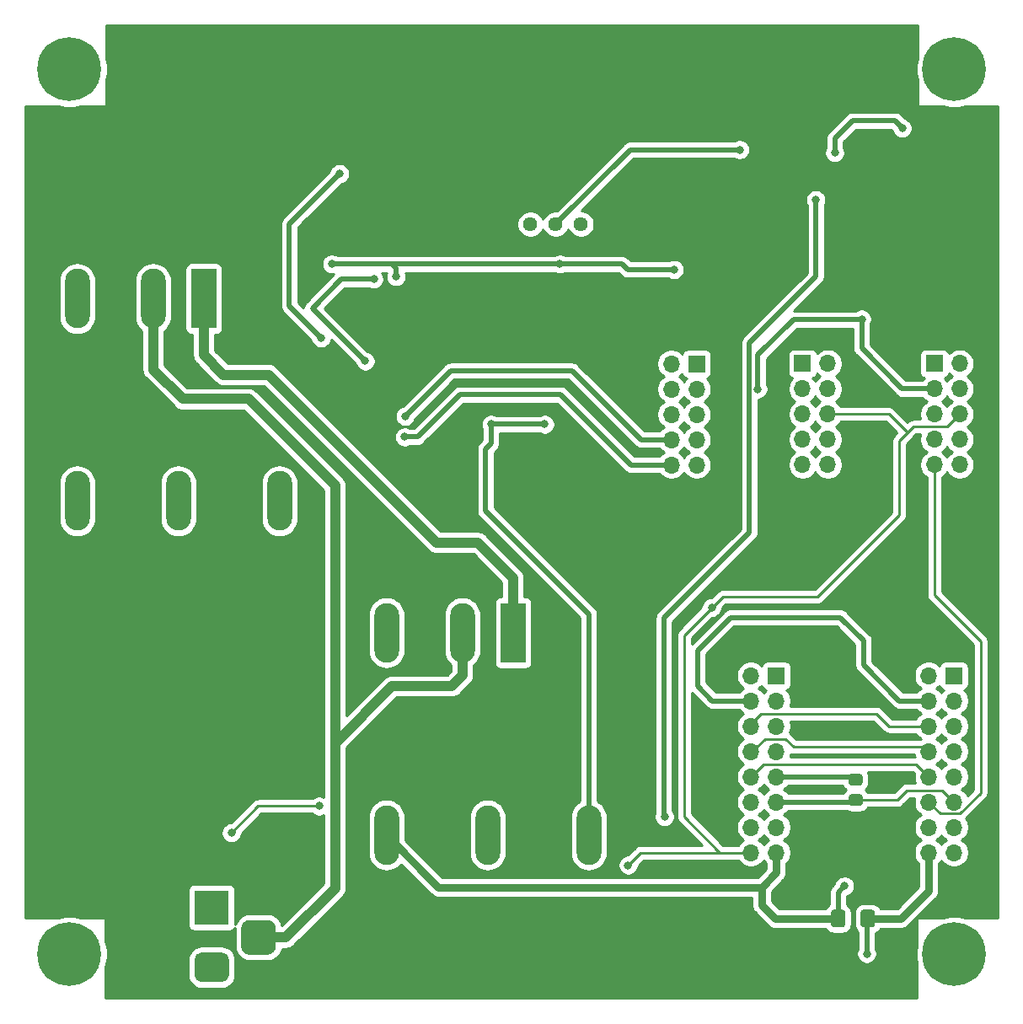
<source format=gbr>
G04 #@! TF.GenerationSoftware,KiCad,Pcbnew,(5.1.9)-1*
G04 #@! TF.CreationDate,2021-02-07T14:36:27+03:00*
G04 #@! TF.ProjectId,017_VIP_Elsiel,3031375f-5649-4505-9f45-6c7369656c2e,rev?*
G04 #@! TF.SameCoordinates,Original*
G04 #@! TF.FileFunction,Copper,L2,Bot*
G04 #@! TF.FilePolarity,Positive*
%FSLAX46Y46*%
G04 Gerber Fmt 4.6, Leading zero omitted, Abs format (unit mm)*
G04 Created by KiCad (PCBNEW (5.1.9)-1) date 2021-02-07 14:36:27*
%MOMM*%
%LPD*%
G01*
G04 APERTURE LIST*
G04 #@! TA.AperFunction,ComponentPad*
%ADD10C,6.400000*%
G04 #@! TD*
G04 #@! TA.AperFunction,ComponentPad*
%ADD11C,0.800000*%
G04 #@! TD*
G04 #@! TA.AperFunction,ComponentPad*
%ADD12R,3.500000X3.500000*%
G04 #@! TD*
G04 #@! TA.AperFunction,ComponentPad*
%ADD13O,1.700000X1.700000*%
G04 #@! TD*
G04 #@! TA.AperFunction,ComponentPad*
%ADD14R,1.700000X1.700000*%
G04 #@! TD*
G04 #@! TA.AperFunction,ComponentPad*
%ADD15C,1.440000*%
G04 #@! TD*
G04 #@! TA.AperFunction,ComponentPad*
%ADD16O,2.500000X6.000000*%
G04 #@! TD*
G04 #@! TA.AperFunction,ComponentPad*
%ADD17R,2.500000X6.000000*%
G04 #@! TD*
G04 #@! TA.AperFunction,ViaPad*
%ADD18C,0.800000*%
G04 #@! TD*
G04 #@! TA.AperFunction,Conductor*
%ADD19C,1.000000*%
G04 #@! TD*
G04 #@! TA.AperFunction,Conductor*
%ADD20C,0.500000*%
G04 #@! TD*
G04 #@! TA.AperFunction,Conductor*
%ADD21C,0.250000*%
G04 #@! TD*
G04 #@! TA.AperFunction,Conductor*
%ADD22C,0.750000*%
G04 #@! TD*
G04 #@! TA.AperFunction,NonConductor*
%ADD23C,0.254000*%
G04 #@! TD*
G04 #@! TA.AperFunction,NonConductor*
%ADD24C,0.100000*%
G04 #@! TD*
G04 APERTURE END LIST*
D10*
X177800000Y-58420000D03*
D11*
X177800000Y-56020000D03*
X179497056Y-56722944D03*
X180200000Y-58420000D03*
X179497056Y-60117056D03*
X177800000Y-60820000D03*
X176102944Y-60117056D03*
X175400000Y-58420000D03*
X176102944Y-56722944D03*
D10*
X88900000Y-58420000D03*
D11*
X86500000Y-58420000D03*
X87202944Y-56722944D03*
X88900000Y-56020000D03*
X90597056Y-56722944D03*
X91300000Y-58420000D03*
X90597056Y-60117056D03*
X88900000Y-60820000D03*
X87202944Y-60117056D03*
D10*
X88900000Y-147320000D03*
D11*
X88900000Y-149720000D03*
X87202944Y-149017056D03*
X86500000Y-147320000D03*
X87202944Y-145622944D03*
X88900000Y-144920000D03*
X90597056Y-145622944D03*
X91300000Y-147320000D03*
X90597056Y-149017056D03*
X179497056Y-145622944D03*
X177800000Y-144920000D03*
X176102944Y-145622944D03*
X175400000Y-147320000D03*
X176102944Y-149017056D03*
X177800000Y-149720000D03*
X179497056Y-149017056D03*
X180200000Y-147320000D03*
D10*
X177800000Y-147320000D03*
D12*
X103200000Y-142625000D03*
G04 #@! TA.AperFunction,ComponentPad*
G36*
G01*
X104200000Y-150125000D02*
X102200000Y-150125000D01*
G75*
G02*
X101450000Y-149375000I0J750000D01*
G01*
X101450000Y-147875000D01*
G75*
G02*
X102200000Y-147125000I750000J0D01*
G01*
X104200000Y-147125000D01*
G75*
G02*
X104950000Y-147875000I0J-750000D01*
G01*
X104950000Y-149375000D01*
G75*
G02*
X104200000Y-150125000I-750000J0D01*
G01*
G37*
G04 #@! TD.AperFunction*
G04 #@! TA.AperFunction,ComponentPad*
G36*
G01*
X108775000Y-147375000D02*
X107025000Y-147375000D01*
G75*
G02*
X106150000Y-146500000I0J875000D01*
G01*
X106150000Y-144750000D01*
G75*
G02*
X107025000Y-143875000I875000J0D01*
G01*
X108775000Y-143875000D01*
G75*
G02*
X109650000Y-144750000I0J-875000D01*
G01*
X109650000Y-146500000D01*
G75*
G02*
X108775000Y-147375000I-875000J0D01*
G01*
G37*
G04 #@! TD.AperFunction*
D13*
X178340000Y-98135000D03*
X175800000Y-98135000D03*
X178340000Y-95595000D03*
X175800000Y-95595000D03*
X178340000Y-93055000D03*
X175800000Y-93055000D03*
X178340000Y-90515000D03*
X175800000Y-90515000D03*
X178340000Y-87975000D03*
D14*
X175800000Y-87975000D03*
X162567500Y-87975000D03*
D13*
X165107500Y-87975000D03*
X162567500Y-90515000D03*
X165107500Y-90515000D03*
X162567500Y-93055000D03*
X165107500Y-93055000D03*
X162567500Y-95595000D03*
X165107500Y-95595000D03*
X162567500Y-98135000D03*
X165107500Y-98135000D03*
D14*
X151925000Y-88000000D03*
D13*
X149385000Y-88000000D03*
X151925000Y-90540000D03*
X149385000Y-90540000D03*
X151925000Y-93080000D03*
X149385000Y-93080000D03*
X151925000Y-95620000D03*
X149385000Y-95620000D03*
X151925000Y-98160000D03*
X149385000Y-98160000D03*
X157385000Y-137104999D03*
X159925000Y-137104999D03*
X157385000Y-134564999D03*
X159925000Y-134564999D03*
X157385000Y-132024999D03*
X159925000Y-132024999D03*
X157385000Y-129484999D03*
X159925000Y-129484999D03*
X157385000Y-126944999D03*
X159925000Y-126944999D03*
X157385000Y-124404999D03*
X159925000Y-124404999D03*
X157385000Y-121864999D03*
X159925000Y-121864999D03*
X157385000Y-119324999D03*
D14*
X159925000Y-119324999D03*
X177775000Y-119324999D03*
D13*
X175235000Y-119324999D03*
X177775000Y-121864999D03*
X175235000Y-121864999D03*
X177775000Y-124404999D03*
X175235000Y-124404999D03*
X177775000Y-126944999D03*
X175235000Y-126944999D03*
X177775000Y-129484999D03*
X175235000Y-129484999D03*
X177775000Y-132024999D03*
X175235000Y-132024999D03*
X177775000Y-134564999D03*
X175235000Y-134564999D03*
X177775000Y-137104999D03*
X175235000Y-137104999D03*
G04 #@! TA.AperFunction,SMDPad,CuDef*
G36*
G01*
X169825000Y-143100000D02*
X169825000Y-144350000D01*
G75*
G02*
X169575000Y-144600000I-250000J0D01*
G01*
X168650000Y-144600000D01*
G75*
G02*
X168400000Y-144350000I0J250000D01*
G01*
X168400000Y-143100000D01*
G75*
G02*
X168650000Y-142850000I250000J0D01*
G01*
X169575000Y-142850000D01*
G75*
G02*
X169825000Y-143100000I0J-250000D01*
G01*
G37*
G04 #@! TD.AperFunction*
G04 #@! TA.AperFunction,SMDPad,CuDef*
G36*
G01*
X166850000Y-143100000D02*
X166850000Y-144350000D01*
G75*
G02*
X166600000Y-144600000I-250000J0D01*
G01*
X165675000Y-144600000D01*
G75*
G02*
X165425000Y-144350000I0J250000D01*
G01*
X165425000Y-143100000D01*
G75*
G02*
X165675000Y-142850000I250000J0D01*
G01*
X166600000Y-142850000D01*
G75*
G02*
X166850000Y-143100000I0J-250000D01*
G01*
G37*
G04 #@! TD.AperFunction*
G04 #@! TA.AperFunction,SMDPad,CuDef*
G36*
G01*
X167449999Y-129200000D02*
X168350001Y-129200000D01*
G75*
G02*
X168600000Y-129449999I0J-249999D01*
G01*
X168600000Y-130100001D01*
G75*
G02*
X168350001Y-130350000I-249999J0D01*
G01*
X167449999Y-130350000D01*
G75*
G02*
X167200000Y-130100001I0J249999D01*
G01*
X167200000Y-129449999D01*
G75*
G02*
X167449999Y-129200000I249999J0D01*
G01*
G37*
G04 #@! TD.AperFunction*
G04 #@! TA.AperFunction,SMDPad,CuDef*
G36*
G01*
X167449999Y-131250000D02*
X168350001Y-131250000D01*
G75*
G02*
X168600000Y-131499999I0J-249999D01*
G01*
X168600000Y-132150001D01*
G75*
G02*
X168350001Y-132400000I-249999J0D01*
G01*
X167449999Y-132400000D01*
G75*
G02*
X167200000Y-132150001I0J249999D01*
G01*
X167200000Y-131499999D01*
G75*
G02*
X167449999Y-131250000I249999J0D01*
G01*
G37*
G04 #@! TD.AperFunction*
D15*
X140300000Y-73975000D03*
X137760000Y-73975000D03*
X135220000Y-73975000D03*
D16*
X120775000Y-135345000D03*
X141095000Y-135345000D03*
X128395000Y-115025000D03*
D17*
X133475000Y-115025000D03*
D16*
X130935000Y-135345000D03*
X120775000Y-115025000D03*
X89700000Y-81450000D03*
X99860000Y-101770000D03*
D17*
X102400000Y-81450000D03*
D16*
X97320000Y-81450000D03*
X110020000Y-101770000D03*
X89700000Y-101770000D03*
D18*
X122580400Y-95351600D03*
X169011600Y-147269200D03*
X145034000Y-138379200D03*
X113995200Y-132435600D03*
X105186666Y-135111666D03*
X153441400Y-112496600D03*
X115265200Y-77978000D03*
X149656800Y-78536800D03*
X121716800Y-79248000D03*
X131267200Y-94081600D03*
X136652000Y-94081600D03*
X138176000Y-77978000D03*
X172575000Y-64325000D03*
X165800000Y-66800000D03*
X166776400Y-140462000D03*
X158075200Y-90540000D03*
X168503600Y-83515200D03*
X122631200Y-93268800D03*
X163900000Y-71525000D03*
X148691600Y-133502400D03*
X156250000Y-66499998D03*
X118618000Y-87731600D03*
X119481600Y-79502000D03*
X114198400Y-85394800D03*
X116042400Y-68900000D03*
D19*
X107900000Y-145625000D02*
X110650000Y-145625000D01*
X110650000Y-145625000D02*
X115600000Y-140675000D01*
X115600000Y-140675000D02*
X115600000Y-126100000D01*
X115600000Y-126100000D02*
X121325000Y-120375000D01*
X121325000Y-120375000D02*
X127325000Y-120375000D01*
X128395000Y-119305000D02*
X128395000Y-115025000D01*
X127325000Y-120375000D02*
X128395000Y-119305000D01*
X115600000Y-126100000D02*
X115600000Y-100258400D01*
X115600000Y-100258400D02*
X106883200Y-91541600D01*
X106883200Y-91541600D02*
X100279200Y-91541600D01*
X97320000Y-88582400D02*
X97320000Y-81450000D01*
X100279200Y-91541600D02*
X97320000Y-88582400D01*
X102400000Y-81450000D02*
X102400000Y-87109200D01*
X102400000Y-87109200D02*
X104394000Y-89103200D01*
X104394000Y-89103200D02*
X108915200Y-89103200D01*
X108915200Y-89103200D02*
X125780800Y-105968800D01*
X125780800Y-105968800D02*
X129946400Y-105968800D01*
X133475000Y-109497400D02*
X133475000Y-115025000D01*
X129946400Y-105968800D02*
X133475000Y-109497400D01*
D20*
X122580400Y-95351600D02*
X123901200Y-95351600D01*
X123901200Y-95351600D02*
X128168400Y-91084400D01*
X128168400Y-91084400D02*
X138226800Y-91084400D01*
X145302400Y-98160000D02*
X149385000Y-98160000D01*
X138226800Y-91084400D02*
X145302400Y-98160000D01*
D21*
X178339001Y-133200000D02*
X180441600Y-131097401D01*
X176410001Y-133200000D02*
X178339001Y-133200000D01*
X175235000Y-132024999D02*
X176410001Y-133200000D01*
X180441600Y-131097401D02*
X180441600Y-115874800D01*
X175800000Y-111233200D02*
X175800000Y-98135000D01*
X180441600Y-115874800D02*
X175800000Y-111233200D01*
D22*
X169112500Y-143725000D02*
X172475000Y-143725000D01*
X175235000Y-140965000D02*
X175235000Y-137104999D01*
X172475000Y-143725000D02*
X175235000Y-140965000D01*
D20*
X169011600Y-143825900D02*
X169112500Y-143725000D01*
X169011600Y-147269200D02*
X169011600Y-143825900D01*
D21*
X172262800Y-95758000D02*
X172262800Y-103225600D01*
X172262800Y-103225600D02*
X164084000Y-111404400D01*
X164084000Y-111404400D02*
X154533600Y-111404400D01*
X150672800Y-115265200D02*
X150672800Y-133502400D01*
X154275399Y-137104999D02*
X157385000Y-137104999D01*
X150672800Y-133502400D02*
X154275399Y-137104999D01*
X146308201Y-137104999D02*
X145034000Y-138379200D01*
X154275399Y-137104999D02*
X146308201Y-137104999D01*
X107862732Y-132435600D02*
X105186666Y-135111666D01*
X113995200Y-132435600D02*
X107862732Y-132435600D01*
X171236200Y-93055000D02*
X173101000Y-94919800D01*
X165107500Y-93055000D02*
X171236200Y-93055000D01*
X173101000Y-94919800D02*
X172262800Y-95758000D01*
X173685200Y-94335600D02*
X173101000Y-94919800D01*
X177059400Y-94335600D02*
X173685200Y-94335600D01*
X178340000Y-93055000D02*
X177059400Y-94335600D01*
X153441400Y-112496600D02*
X150672800Y-115265200D01*
X154533600Y-111404400D02*
X153441400Y-112496600D01*
D20*
X115265200Y-77978000D02*
X121310400Y-77978000D01*
X144971802Y-78536800D02*
X149656800Y-78536800D01*
X144413002Y-77978000D02*
X144971802Y-78536800D01*
X121716800Y-78384400D02*
X121716800Y-79248000D01*
X121310400Y-77978000D02*
X121716800Y-78384400D01*
X131267200Y-94081600D02*
X136652000Y-94081600D01*
X138176000Y-77978000D02*
X138176000Y-77978000D01*
X121310400Y-77978000D02*
X138176000Y-77978000D01*
X141095000Y-113155000D02*
X141095000Y-135345000D01*
X130708400Y-102768400D02*
X141095000Y-113155000D01*
X130708400Y-96570800D02*
X130708400Y-102768400D01*
X131267200Y-96012000D02*
X130708400Y-96570800D01*
X131267200Y-94081600D02*
X131267200Y-96012000D01*
X136652000Y-94081600D02*
X136652000Y-94081600D01*
X138176000Y-77978000D02*
X144413002Y-77978000D01*
D22*
X120775000Y-135345000D02*
X120775000Y-135400000D01*
X120775000Y-135400000D02*
X125975000Y-140600000D01*
X125975000Y-140600000D02*
X158450000Y-140600000D01*
X159925000Y-139125000D02*
X159925000Y-137104999D01*
X158450000Y-140600000D02*
X159925000Y-139125000D01*
X158450000Y-140600000D02*
X158450000Y-142350000D01*
X159825000Y-143725000D02*
X166137500Y-143725000D01*
X158450000Y-142350000D02*
X159825000Y-143725000D01*
D20*
X172575000Y-64325000D02*
X171825000Y-63575000D01*
X171825000Y-63575000D02*
X167575000Y-63575000D01*
X165800000Y-65350000D02*
X165800000Y-66800000D01*
X167575000Y-63575000D02*
X165800000Y-65350000D01*
X166137500Y-141100900D02*
X166776400Y-140462000D01*
X166137500Y-143725000D02*
X166137500Y-141100900D01*
X158075200Y-90540000D02*
X158075200Y-87136400D01*
X158075200Y-87136400D02*
X161645600Y-83566000D01*
X168452800Y-83566000D02*
X168503600Y-83515200D01*
X161645600Y-83566000D02*
X168452800Y-83566000D01*
X175800000Y-90515000D02*
X172557000Y-90515000D01*
X168503600Y-86461600D02*
X168503600Y-83515200D01*
X172557000Y-90515000D02*
X168503600Y-86461600D01*
D21*
X173969201Y-128219200D02*
X175235000Y-129484999D01*
X158650799Y-128219200D02*
X173969201Y-128219200D01*
X157385000Y-129484999D02*
X158650799Y-128219200D01*
D20*
X149385000Y-95620000D02*
X146318400Y-95620000D01*
X146318400Y-95620000D02*
X139395200Y-88696800D01*
X127203200Y-88696800D02*
X122631200Y-93268800D01*
X139395200Y-88696800D02*
X127203200Y-88696800D01*
X163900000Y-71525000D02*
X163900000Y-79228800D01*
X157225199Y-85903601D02*
X157225199Y-104951999D01*
X163900000Y-79228800D02*
X157225199Y-85903601D01*
X157225199Y-104951999D02*
X148640800Y-113536398D01*
X148640800Y-133451600D02*
X148691600Y-133502400D01*
X148640800Y-113536398D02*
X148640800Y-133451600D01*
X145235002Y-66499998D02*
X156250000Y-66499998D01*
X137760000Y-73975000D02*
X145235002Y-66499998D01*
X116230400Y-79502000D02*
X119481600Y-79502000D01*
X113309400Y-82423000D02*
X116230400Y-79502000D01*
X118618000Y-87731600D02*
X113309400Y-82423000D01*
X114198400Y-85394800D02*
X110998000Y-82194400D01*
X110998000Y-73944400D02*
X116042400Y-68900000D01*
X110998000Y-82194400D02*
X110998000Y-73944400D01*
X167700001Y-132024999D02*
X167900000Y-131825000D01*
X159925000Y-132024999D02*
X167700001Y-132024999D01*
D21*
X176599999Y-130849998D02*
X177775000Y-132024999D01*
X173035216Y-130849998D02*
X176599999Y-130849998D01*
X172060214Y-131825000D02*
X173035216Y-130849998D01*
X167900000Y-131825000D02*
X172060214Y-131825000D01*
D20*
X167609999Y-129484999D02*
X167900000Y-129775000D01*
X159925000Y-129484999D02*
X167609999Y-129484999D01*
D21*
X174782001Y-126492000D02*
X175235000Y-126944999D01*
X161645600Y-126492000D02*
X174782001Y-126492000D01*
X160832800Y-125679200D02*
X161645600Y-126492000D01*
X158800800Y-125679200D02*
X160832800Y-125679200D01*
X157988000Y-126492000D02*
X158800800Y-125679200D01*
X157632400Y-126492000D02*
X157988000Y-126492000D01*
X157385000Y-126739400D02*
X157632400Y-126492000D01*
X157385000Y-126944999D02*
X157385000Y-126739400D01*
X171242599Y-124404999D02*
X175235000Y-124404999D01*
X169976800Y-123139200D02*
X171242599Y-124404999D01*
X158394400Y-123139200D02*
X169976800Y-123139200D01*
X157385000Y-124148600D02*
X158394400Y-123139200D01*
X157385000Y-124404999D02*
X157385000Y-124148600D01*
D20*
X175235000Y-121864999D02*
X172309399Y-121864999D01*
X172309399Y-121864999D02*
X168706800Y-118262400D01*
X168706800Y-118262400D02*
X168706800Y-115824000D01*
X168706800Y-115824000D02*
X166370000Y-113487200D01*
X166370000Y-113487200D02*
X155295600Y-113487200D01*
X155295600Y-113487200D02*
X151993600Y-116789200D01*
X151993600Y-116789200D02*
X151993600Y-120345200D01*
X153513399Y-121864999D02*
X157385000Y-121864999D01*
X151993600Y-120345200D02*
X153513399Y-121864999D01*
D23*
X174117000Y-57290211D02*
X174112377Y-57301372D01*
X173965000Y-58042285D01*
X173965000Y-58797715D01*
X174112377Y-59538628D01*
X174117000Y-59549789D01*
X174117000Y-61976000D01*
X174119440Y-62000776D01*
X174126667Y-62024601D01*
X174138403Y-62046557D01*
X174154197Y-62065803D01*
X174173443Y-62081597D01*
X174195399Y-62093333D01*
X174219224Y-62100560D01*
X174244000Y-62103000D01*
X176670211Y-62103000D01*
X176681372Y-62107623D01*
X177422285Y-62255000D01*
X178177715Y-62255000D01*
X178918628Y-62107623D01*
X178929789Y-62103000D01*
X182195000Y-62103000D01*
X182195001Y-143637000D01*
X178929789Y-143637000D01*
X178918628Y-143632377D01*
X178177715Y-143485000D01*
X177422285Y-143485000D01*
X176681372Y-143632377D01*
X176670211Y-143637000D01*
X174193200Y-143637000D01*
X174168424Y-143639440D01*
X174144599Y-143646667D01*
X174122643Y-143658403D01*
X174103397Y-143674197D01*
X174087603Y-143693443D01*
X174075867Y-143715399D01*
X174068640Y-143739224D01*
X174066200Y-143764000D01*
X174066200Y-146433519D01*
X173965000Y-146942285D01*
X173965000Y-147697715D01*
X174066200Y-148206481D01*
X174066200Y-151715000D01*
X92532200Y-151715000D01*
X92532200Y-148572431D01*
X92587623Y-148438628D01*
X92699735Y-147875000D01*
X100811928Y-147875000D01*
X100811928Y-149375000D01*
X100838599Y-149645799D01*
X100917589Y-149906192D01*
X101045860Y-150146171D01*
X101218485Y-150356515D01*
X101428829Y-150529140D01*
X101668808Y-150657411D01*
X101929201Y-150736401D01*
X102200000Y-150763072D01*
X104200000Y-150763072D01*
X104470799Y-150736401D01*
X104731192Y-150657411D01*
X104971171Y-150529140D01*
X105181515Y-150356515D01*
X105354140Y-150146171D01*
X105482411Y-149906192D01*
X105561401Y-149645799D01*
X105588072Y-149375000D01*
X105588072Y-147875000D01*
X105561401Y-147604201D01*
X105482411Y-147343808D01*
X105354140Y-147103829D01*
X105181515Y-146893485D01*
X104971171Y-146720860D01*
X104731192Y-146592589D01*
X104470799Y-146513599D01*
X104200000Y-146486928D01*
X102200000Y-146486928D01*
X101929201Y-146513599D01*
X101668808Y-146592589D01*
X101428829Y-146720860D01*
X101218485Y-146893485D01*
X101045860Y-147103829D01*
X100917589Y-147343808D01*
X100838599Y-147604201D01*
X100811928Y-147875000D01*
X92699735Y-147875000D01*
X92735000Y-147697715D01*
X92735000Y-146942285D01*
X92587623Y-146201372D01*
X92532200Y-146067569D01*
X92532200Y-143764000D01*
X92529760Y-143739224D01*
X92522533Y-143715399D01*
X92510797Y-143693443D01*
X92495003Y-143674197D01*
X92475757Y-143658403D01*
X92453801Y-143646667D01*
X92429976Y-143639440D01*
X92405200Y-143637000D01*
X90029789Y-143637000D01*
X90018628Y-143632377D01*
X89277715Y-143485000D01*
X88522285Y-143485000D01*
X87781372Y-143632377D01*
X87770211Y-143637000D01*
X84505000Y-143637000D01*
X84505000Y-99927404D01*
X87815000Y-99927404D01*
X87815001Y-103612597D01*
X87842276Y-103889524D01*
X87950062Y-104244848D01*
X88125098Y-104572317D01*
X88360656Y-104859345D01*
X88647684Y-105094903D01*
X88975153Y-105269939D01*
X89330477Y-105377725D01*
X89700000Y-105414120D01*
X90069524Y-105377725D01*
X90424848Y-105269939D01*
X90752317Y-105094903D01*
X91039345Y-104859345D01*
X91274903Y-104572317D01*
X91449939Y-104244848D01*
X91557725Y-103889524D01*
X91585000Y-103612597D01*
X91585000Y-99927404D01*
X97975000Y-99927404D01*
X97975001Y-103612597D01*
X98002276Y-103889524D01*
X98110062Y-104244848D01*
X98285098Y-104572317D01*
X98520656Y-104859345D01*
X98807684Y-105094903D01*
X99135153Y-105269939D01*
X99490477Y-105377725D01*
X99860000Y-105414120D01*
X100229524Y-105377725D01*
X100584848Y-105269939D01*
X100912317Y-105094903D01*
X101199345Y-104859345D01*
X101434903Y-104572317D01*
X101609939Y-104244848D01*
X101717725Y-103889524D01*
X101745000Y-103612597D01*
X101745000Y-99927404D01*
X108135000Y-99927404D01*
X108135001Y-103612597D01*
X108162276Y-103889524D01*
X108270062Y-104244848D01*
X108445098Y-104572317D01*
X108680656Y-104859345D01*
X108967684Y-105094903D01*
X109295153Y-105269939D01*
X109650477Y-105377725D01*
X110020000Y-105414120D01*
X110389524Y-105377725D01*
X110744848Y-105269939D01*
X111072317Y-105094903D01*
X111359345Y-104859345D01*
X111594903Y-104572317D01*
X111769939Y-104244848D01*
X111877725Y-103889524D01*
X111905000Y-103612597D01*
X111905000Y-99927403D01*
X111877725Y-99650476D01*
X111769939Y-99295152D01*
X111594903Y-98967683D01*
X111359345Y-98680655D01*
X111072317Y-98445097D01*
X110744847Y-98270061D01*
X110389523Y-98162275D01*
X110020000Y-98125880D01*
X109650476Y-98162275D01*
X109295152Y-98270061D01*
X108967683Y-98445097D01*
X108680655Y-98680655D01*
X108445097Y-98967683D01*
X108270061Y-99295153D01*
X108162275Y-99650477D01*
X108135000Y-99927404D01*
X101745000Y-99927404D01*
X101745000Y-99927403D01*
X101717725Y-99650476D01*
X101609939Y-99295152D01*
X101434903Y-98967683D01*
X101199345Y-98680655D01*
X100912317Y-98445097D01*
X100584847Y-98270061D01*
X100229523Y-98162275D01*
X99860000Y-98125880D01*
X99490476Y-98162275D01*
X99135152Y-98270061D01*
X98807683Y-98445097D01*
X98520655Y-98680655D01*
X98285097Y-98967683D01*
X98110061Y-99295153D01*
X98002275Y-99650477D01*
X97975000Y-99927404D01*
X91585000Y-99927404D01*
X91585000Y-99927403D01*
X91557725Y-99650476D01*
X91449939Y-99295152D01*
X91274903Y-98967683D01*
X91039345Y-98680655D01*
X90752317Y-98445097D01*
X90424847Y-98270061D01*
X90069523Y-98162275D01*
X89700000Y-98125880D01*
X89330476Y-98162275D01*
X88975152Y-98270061D01*
X88647683Y-98445097D01*
X88360655Y-98680655D01*
X88125097Y-98967683D01*
X87950061Y-99295153D01*
X87842275Y-99650477D01*
X87815000Y-99927404D01*
X84505000Y-99927404D01*
X84505000Y-79607404D01*
X87815000Y-79607404D01*
X87815001Y-83292597D01*
X87842276Y-83569524D01*
X87950062Y-83924848D01*
X88125098Y-84252317D01*
X88360656Y-84539345D01*
X88647684Y-84774903D01*
X88975153Y-84949939D01*
X89330477Y-85057725D01*
X89700000Y-85094120D01*
X90069524Y-85057725D01*
X90424848Y-84949939D01*
X90752317Y-84774903D01*
X91039345Y-84539345D01*
X91274903Y-84252317D01*
X91449939Y-83924848D01*
X91557725Y-83569524D01*
X91585000Y-83292597D01*
X91585000Y-79607404D01*
X95435000Y-79607404D01*
X95435001Y-83292597D01*
X95462276Y-83569524D01*
X95570062Y-83924848D01*
X95745098Y-84252317D01*
X95980656Y-84539345D01*
X96185001Y-84707046D01*
X96185000Y-88526648D01*
X96179509Y-88582400D01*
X96185000Y-88638151D01*
X96201423Y-88804898D01*
X96266324Y-89018846D01*
X96371716Y-89216023D01*
X96513551Y-89388849D01*
X96556865Y-89424396D01*
X99437209Y-92304741D01*
X99472751Y-92348049D01*
X99560455Y-92420026D01*
X99645577Y-92489884D01*
X99842753Y-92595276D01*
X100056701Y-92660177D01*
X100279200Y-92682091D01*
X100334952Y-92676600D01*
X106413069Y-92676600D01*
X114465001Y-100728533D01*
X114465000Y-126044248D01*
X114459509Y-126100000D01*
X114465000Y-126155751D01*
X114465001Y-126155761D01*
X114465001Y-131509922D01*
X114297098Y-131440374D01*
X114097139Y-131400600D01*
X113893261Y-131400600D01*
X113693302Y-131440374D01*
X113504944Y-131518395D01*
X113335426Y-131631663D01*
X113291489Y-131675600D01*
X107900055Y-131675600D01*
X107862732Y-131671924D01*
X107825409Y-131675600D01*
X107825399Y-131675600D01*
X107713746Y-131686597D01*
X107570485Y-131730054D01*
X107438456Y-131800626D01*
X107322731Y-131895599D01*
X107298933Y-131924597D01*
X105146865Y-134076666D01*
X105084727Y-134076666D01*
X104884768Y-134116440D01*
X104696410Y-134194461D01*
X104526892Y-134307729D01*
X104382729Y-134451892D01*
X104269461Y-134621410D01*
X104191440Y-134809768D01*
X104151666Y-135009727D01*
X104151666Y-135213605D01*
X104191440Y-135413564D01*
X104269461Y-135601922D01*
X104382729Y-135771440D01*
X104526892Y-135915603D01*
X104696410Y-136028871D01*
X104884768Y-136106892D01*
X105084727Y-136146666D01*
X105288605Y-136146666D01*
X105488564Y-136106892D01*
X105676922Y-136028871D01*
X105846440Y-135915603D01*
X105990603Y-135771440D01*
X106103871Y-135601922D01*
X106181892Y-135413564D01*
X106221666Y-135213605D01*
X106221666Y-135151467D01*
X108177534Y-133195600D01*
X113291489Y-133195600D01*
X113335426Y-133239537D01*
X113504944Y-133352805D01*
X113693302Y-133430826D01*
X113893261Y-133470600D01*
X114097139Y-133470600D01*
X114297098Y-133430826D01*
X114465001Y-133361278D01*
X114465000Y-140204868D01*
X110248771Y-144421098D01*
X110172896Y-144170972D01*
X110033073Y-143909382D01*
X109844903Y-143680097D01*
X109615618Y-143491927D01*
X109354028Y-143352104D01*
X109070186Y-143266001D01*
X108775000Y-143236928D01*
X107025000Y-143236928D01*
X106729814Y-143266001D01*
X106445972Y-143352104D01*
X106184382Y-143491927D01*
X105955097Y-143680097D01*
X105766927Y-143909382D01*
X105627104Y-144170972D01*
X105588072Y-144299643D01*
X105588072Y-140875000D01*
X105575812Y-140750518D01*
X105539502Y-140630820D01*
X105480537Y-140520506D01*
X105401185Y-140423815D01*
X105304494Y-140344463D01*
X105194180Y-140285498D01*
X105074482Y-140249188D01*
X104950000Y-140236928D01*
X101450000Y-140236928D01*
X101325518Y-140249188D01*
X101205820Y-140285498D01*
X101095506Y-140344463D01*
X100998815Y-140423815D01*
X100919463Y-140520506D01*
X100860498Y-140630820D01*
X100824188Y-140750518D01*
X100811928Y-140875000D01*
X100811928Y-144375000D01*
X100824188Y-144499482D01*
X100860498Y-144619180D01*
X100919463Y-144729494D01*
X100998815Y-144826185D01*
X101095506Y-144905537D01*
X101205820Y-144964502D01*
X101325518Y-145000812D01*
X101450000Y-145013072D01*
X104950000Y-145013072D01*
X105074482Y-145000812D01*
X105194180Y-144964502D01*
X105304494Y-144905537D01*
X105401185Y-144826185D01*
X105480537Y-144729494D01*
X105521494Y-144652869D01*
X105511928Y-144750000D01*
X105511928Y-146500000D01*
X105541001Y-146795186D01*
X105627104Y-147079028D01*
X105766927Y-147340618D01*
X105955097Y-147569903D01*
X106184382Y-147758073D01*
X106445972Y-147897896D01*
X106729814Y-147983999D01*
X107025000Y-148013072D01*
X108775000Y-148013072D01*
X109070186Y-147983999D01*
X109354028Y-147897896D01*
X109615618Y-147758073D01*
X109844903Y-147569903D01*
X110033073Y-147340618D01*
X110172896Y-147079028D01*
X110258999Y-146795186D01*
X110262464Y-146760000D01*
X110594249Y-146760000D01*
X110650000Y-146765491D01*
X110705751Y-146760000D01*
X110705752Y-146760000D01*
X110872499Y-146743577D01*
X111086447Y-146678676D01*
X111283623Y-146573284D01*
X111456449Y-146431449D01*
X111491996Y-146388135D01*
X116363141Y-141516991D01*
X116406449Y-141481449D01*
X116548284Y-141308623D01*
X116653676Y-141111447D01*
X116718577Y-140897499D01*
X116731736Y-140763898D01*
X116740491Y-140675001D01*
X116735000Y-140619249D01*
X116735000Y-133502404D01*
X118890000Y-133502404D01*
X118890001Y-137187597D01*
X118917276Y-137464524D01*
X119025062Y-137819848D01*
X119200098Y-138147317D01*
X119435656Y-138434345D01*
X119722684Y-138669903D01*
X120050153Y-138844939D01*
X120405477Y-138952725D01*
X120775000Y-138989120D01*
X121144524Y-138952725D01*
X121499848Y-138844939D01*
X121827317Y-138669903D01*
X122114345Y-138434345D01*
X122234536Y-138287892D01*
X125225744Y-141279100D01*
X125257367Y-141317633D01*
X125411160Y-141443847D01*
X125481509Y-141481449D01*
X125586620Y-141537632D01*
X125777005Y-141595385D01*
X125975000Y-141614886D01*
X126024608Y-141610000D01*
X157440001Y-141610000D01*
X157440001Y-142300383D01*
X157435114Y-142350000D01*
X157454615Y-142547994D01*
X157512368Y-142738379D01*
X157573531Y-142852806D01*
X157606154Y-142913840D01*
X157732368Y-143067633D01*
X157770901Y-143099256D01*
X159075743Y-144404099D01*
X159107367Y-144442633D01*
X159261160Y-144568847D01*
X159436620Y-144662632D01*
X159627005Y-144720385D01*
X159825000Y-144739886D01*
X159874608Y-144735000D01*
X164878661Y-144735000D01*
X164936595Y-144843386D01*
X165047038Y-144977962D01*
X165181614Y-145088405D01*
X165335150Y-145170472D01*
X165501746Y-145221008D01*
X165675000Y-145238072D01*
X166600000Y-145238072D01*
X166773254Y-145221008D01*
X166939850Y-145170472D01*
X167093386Y-145088405D01*
X167227962Y-144977962D01*
X167338405Y-144843386D01*
X167420472Y-144689850D01*
X167471008Y-144523254D01*
X167488072Y-144350000D01*
X167488072Y-143100000D01*
X167471008Y-142926746D01*
X167420472Y-142760150D01*
X167338405Y-142606614D01*
X167227962Y-142472038D01*
X167093386Y-142361595D01*
X167022500Y-142323706D01*
X167022500Y-141468325D01*
X167078298Y-141457226D01*
X167266656Y-141379205D01*
X167436174Y-141265937D01*
X167580337Y-141121774D01*
X167693605Y-140952256D01*
X167771626Y-140763898D01*
X167811400Y-140563939D01*
X167811400Y-140360061D01*
X167771626Y-140160102D01*
X167693605Y-139971744D01*
X167580337Y-139802226D01*
X167436174Y-139658063D01*
X167266656Y-139544795D01*
X167078298Y-139466774D01*
X166878339Y-139427000D01*
X166674461Y-139427000D01*
X166474502Y-139466774D01*
X166286144Y-139544795D01*
X166116626Y-139658063D01*
X165972463Y-139802226D01*
X165859195Y-139971744D01*
X165781174Y-140160102D01*
X165769865Y-140216957D01*
X165542451Y-140444371D01*
X165508684Y-140472083D01*
X165480971Y-140505851D01*
X165480968Y-140505854D01*
X165398090Y-140606841D01*
X165315912Y-140760587D01*
X165265305Y-140927410D01*
X165248219Y-141100900D01*
X165252501Y-141144379D01*
X165252501Y-142323705D01*
X165181614Y-142361595D01*
X165047038Y-142472038D01*
X164936595Y-142606614D01*
X164878661Y-142715000D01*
X160243356Y-142715000D01*
X159460000Y-141931645D01*
X159460000Y-141018355D01*
X160604094Y-139874261D01*
X160642633Y-139842633D01*
X160768847Y-139688840D01*
X160862632Y-139513380D01*
X160920385Y-139322994D01*
X160935000Y-139174608D01*
X160935000Y-139174607D01*
X160939886Y-139125001D01*
X160935000Y-139075393D01*
X160935000Y-138195106D01*
X161078475Y-138051631D01*
X161240990Y-137808410D01*
X161352932Y-137538157D01*
X161410000Y-137251259D01*
X161410000Y-136958739D01*
X161352932Y-136671841D01*
X161240990Y-136401588D01*
X161078475Y-136158367D01*
X160871632Y-135951524D01*
X160697240Y-135834999D01*
X160871632Y-135718474D01*
X161078475Y-135511631D01*
X161240990Y-135268410D01*
X161352932Y-134998157D01*
X161410000Y-134711259D01*
X161410000Y-134418739D01*
X161352932Y-134131841D01*
X161240990Y-133861588D01*
X161078475Y-133618367D01*
X160871632Y-133411524D01*
X160697240Y-133294999D01*
X160871632Y-133178474D01*
X161078475Y-132971631D01*
X161119656Y-132909999D01*
X166997012Y-132909999D01*
X167110149Y-132970472D01*
X167276745Y-133021008D01*
X167449999Y-133038072D01*
X168350001Y-133038072D01*
X168523255Y-133021008D01*
X168689851Y-132970472D01*
X168843387Y-132888405D01*
X168977962Y-132777962D01*
X169088405Y-132643387D01*
X169119614Y-132585000D01*
X172022892Y-132585000D01*
X172060214Y-132588676D01*
X172097536Y-132585000D01*
X172097547Y-132585000D01*
X172209200Y-132574003D01*
X172352461Y-132530546D01*
X172484490Y-132459974D01*
X172600215Y-132365001D01*
X172624018Y-132335998D01*
X173350018Y-131609998D01*
X173803456Y-131609998D01*
X173750000Y-131878739D01*
X173750000Y-132171259D01*
X173807068Y-132458157D01*
X173919010Y-132728410D01*
X174081525Y-132971631D01*
X174288368Y-133178474D01*
X174462760Y-133294999D01*
X174288368Y-133411524D01*
X174081525Y-133618367D01*
X173919010Y-133861588D01*
X173807068Y-134131841D01*
X173750000Y-134418739D01*
X173750000Y-134711259D01*
X173807068Y-134998157D01*
X173919010Y-135268410D01*
X174081525Y-135511631D01*
X174288368Y-135718474D01*
X174462760Y-135834999D01*
X174288368Y-135951524D01*
X174081525Y-136158367D01*
X173919010Y-136401588D01*
X173807068Y-136671841D01*
X173750000Y-136958739D01*
X173750000Y-137251259D01*
X173807068Y-137538157D01*
X173919010Y-137808410D01*
X174081525Y-138051631D01*
X174225001Y-138195107D01*
X174225000Y-140546644D01*
X172056645Y-142715000D01*
X170371339Y-142715000D01*
X170313405Y-142606614D01*
X170202962Y-142472038D01*
X170068386Y-142361595D01*
X169914850Y-142279528D01*
X169748254Y-142228992D01*
X169575000Y-142211928D01*
X168650000Y-142211928D01*
X168476746Y-142228992D01*
X168310150Y-142279528D01*
X168156614Y-142361595D01*
X168022038Y-142472038D01*
X167911595Y-142606614D01*
X167829528Y-142760150D01*
X167778992Y-142926746D01*
X167761928Y-143100000D01*
X167761928Y-144350000D01*
X167778992Y-144523254D01*
X167829528Y-144689850D01*
X167911595Y-144843386D01*
X168022038Y-144977962D01*
X168126601Y-145063774D01*
X168126600Y-146730745D01*
X168094395Y-146778944D01*
X168016374Y-146967302D01*
X167976600Y-147167261D01*
X167976600Y-147371139D01*
X168016374Y-147571098D01*
X168094395Y-147759456D01*
X168207663Y-147928974D01*
X168351826Y-148073137D01*
X168521344Y-148186405D01*
X168709702Y-148264426D01*
X168909661Y-148304200D01*
X169113539Y-148304200D01*
X169313498Y-148264426D01*
X169501856Y-148186405D01*
X169671374Y-148073137D01*
X169815537Y-147928974D01*
X169928805Y-147759456D01*
X170006826Y-147571098D01*
X170046600Y-147371139D01*
X170046600Y-147167261D01*
X170006826Y-146967302D01*
X169928805Y-146778944D01*
X169896600Y-146730746D01*
X169896600Y-145176008D01*
X169914850Y-145170472D01*
X170068386Y-145088405D01*
X170202962Y-144977962D01*
X170313405Y-144843386D01*
X170371339Y-144735000D01*
X172425392Y-144735000D01*
X172475000Y-144739886D01*
X172672994Y-144720385D01*
X172816951Y-144676716D01*
X172863380Y-144662632D01*
X173038840Y-144568847D01*
X173192633Y-144442633D01*
X173224261Y-144404094D01*
X175914100Y-141714256D01*
X175952633Y-141682633D01*
X176078847Y-141528840D01*
X176172632Y-141353380D01*
X176230385Y-141162994D01*
X176245000Y-141014608D01*
X176245000Y-141014606D01*
X176249886Y-140965001D01*
X176245000Y-140915396D01*
X176245000Y-138195106D01*
X176388475Y-138051631D01*
X176505000Y-137877239D01*
X176621525Y-138051631D01*
X176828368Y-138258474D01*
X177071589Y-138420989D01*
X177341842Y-138532931D01*
X177628740Y-138589999D01*
X177921260Y-138589999D01*
X178208158Y-138532931D01*
X178478411Y-138420989D01*
X178721632Y-138258474D01*
X178928475Y-138051631D01*
X179090990Y-137808410D01*
X179202932Y-137538157D01*
X179260000Y-137251259D01*
X179260000Y-136958739D01*
X179202932Y-136671841D01*
X179090990Y-136401588D01*
X178928475Y-136158367D01*
X178721632Y-135951524D01*
X178547240Y-135834999D01*
X178721632Y-135718474D01*
X178928475Y-135511631D01*
X179090990Y-135268410D01*
X179202932Y-134998157D01*
X179260000Y-134711259D01*
X179260000Y-134418739D01*
X179202932Y-134131841D01*
X179090990Y-133861588D01*
X178955295Y-133658507D01*
X180952604Y-131661199D01*
X180981601Y-131637402D01*
X181011703Y-131600723D01*
X181076574Y-131521678D01*
X181147146Y-131389648D01*
X181168439Y-131319453D01*
X181190603Y-131246387D01*
X181201600Y-131134734D01*
X181201600Y-131134725D01*
X181205276Y-131097402D01*
X181201600Y-131060079D01*
X181201600Y-115912125D01*
X181205276Y-115874800D01*
X181201600Y-115837475D01*
X181201600Y-115837467D01*
X181190603Y-115725814D01*
X181147146Y-115582553D01*
X181076574Y-115450524D01*
X180981601Y-115334799D01*
X180952603Y-115311001D01*
X176560000Y-110918399D01*
X176560000Y-99413178D01*
X176746632Y-99288475D01*
X176953475Y-99081632D01*
X177070000Y-98907240D01*
X177186525Y-99081632D01*
X177393368Y-99288475D01*
X177636589Y-99450990D01*
X177906842Y-99562932D01*
X178193740Y-99620000D01*
X178486260Y-99620000D01*
X178773158Y-99562932D01*
X179043411Y-99450990D01*
X179286632Y-99288475D01*
X179493475Y-99081632D01*
X179655990Y-98838411D01*
X179767932Y-98568158D01*
X179825000Y-98281260D01*
X179825000Y-97988740D01*
X179767932Y-97701842D01*
X179655990Y-97431589D01*
X179493475Y-97188368D01*
X179286632Y-96981525D01*
X179112240Y-96865000D01*
X179286632Y-96748475D01*
X179493475Y-96541632D01*
X179655990Y-96298411D01*
X179767932Y-96028158D01*
X179825000Y-95741260D01*
X179825000Y-95448740D01*
X179767932Y-95161842D01*
X179655990Y-94891589D01*
X179493475Y-94648368D01*
X179286632Y-94441525D01*
X179112240Y-94325000D01*
X179286632Y-94208475D01*
X179493475Y-94001632D01*
X179655990Y-93758411D01*
X179767932Y-93488158D01*
X179825000Y-93201260D01*
X179825000Y-92908740D01*
X179767932Y-92621842D01*
X179655990Y-92351589D01*
X179493475Y-92108368D01*
X179286632Y-91901525D01*
X179112240Y-91785000D01*
X179286632Y-91668475D01*
X179493475Y-91461632D01*
X179655990Y-91218411D01*
X179767932Y-90948158D01*
X179825000Y-90661260D01*
X179825000Y-90368740D01*
X179767932Y-90081842D01*
X179655990Y-89811589D01*
X179493475Y-89568368D01*
X179286632Y-89361525D01*
X179112240Y-89245000D01*
X179286632Y-89128475D01*
X179493475Y-88921632D01*
X179655990Y-88678411D01*
X179767932Y-88408158D01*
X179825000Y-88121260D01*
X179825000Y-87828740D01*
X179767932Y-87541842D01*
X179655990Y-87271589D01*
X179493475Y-87028368D01*
X179286632Y-86821525D01*
X179043411Y-86659010D01*
X178773158Y-86547068D01*
X178486260Y-86490000D01*
X178193740Y-86490000D01*
X177906842Y-86547068D01*
X177636589Y-86659010D01*
X177393368Y-86821525D01*
X177261513Y-86953380D01*
X177239502Y-86880820D01*
X177180537Y-86770506D01*
X177101185Y-86673815D01*
X177004494Y-86594463D01*
X176894180Y-86535498D01*
X176774482Y-86499188D01*
X176650000Y-86486928D01*
X174950000Y-86486928D01*
X174825518Y-86499188D01*
X174705820Y-86535498D01*
X174595506Y-86594463D01*
X174498815Y-86673815D01*
X174419463Y-86770506D01*
X174360498Y-86880820D01*
X174324188Y-87000518D01*
X174311928Y-87125000D01*
X174311928Y-88825000D01*
X174324188Y-88949482D01*
X174360498Y-89069180D01*
X174419463Y-89179494D01*
X174498815Y-89276185D01*
X174595506Y-89355537D01*
X174705820Y-89414502D01*
X174778380Y-89436513D01*
X174646525Y-89568368D01*
X174605344Y-89630000D01*
X172923579Y-89630000D01*
X169388600Y-86095022D01*
X169388600Y-84053654D01*
X169420805Y-84005456D01*
X169498826Y-83817098D01*
X169538600Y-83617139D01*
X169538600Y-83413261D01*
X169498826Y-83213302D01*
X169420805Y-83024944D01*
X169307537Y-82855426D01*
X169163374Y-82711263D01*
X168993856Y-82597995D01*
X168805498Y-82519974D01*
X168605539Y-82480200D01*
X168401661Y-82480200D01*
X168201702Y-82519974D01*
X168013344Y-82597995D01*
X167889118Y-82681000D01*
X161699379Y-82681000D01*
X164495049Y-79885330D01*
X164528817Y-79857617D01*
X164572904Y-79803898D01*
X164639410Y-79722860D01*
X164701122Y-79607404D01*
X164721589Y-79569113D01*
X164772195Y-79402290D01*
X164785000Y-79272277D01*
X164785000Y-79272267D01*
X164789281Y-79228801D01*
X164785000Y-79185335D01*
X164785000Y-72063454D01*
X164817205Y-72015256D01*
X164895226Y-71826898D01*
X164935000Y-71626939D01*
X164935000Y-71423061D01*
X164895226Y-71223102D01*
X164817205Y-71034744D01*
X164703937Y-70865226D01*
X164559774Y-70721063D01*
X164390256Y-70607795D01*
X164201898Y-70529774D01*
X164001939Y-70490000D01*
X163798061Y-70490000D01*
X163598102Y-70529774D01*
X163409744Y-70607795D01*
X163240226Y-70721063D01*
X163096063Y-70865226D01*
X162982795Y-71034744D01*
X162904774Y-71223102D01*
X162865000Y-71423061D01*
X162865000Y-71626939D01*
X162904774Y-71826898D01*
X162982795Y-72015256D01*
X163015000Y-72063454D01*
X163015001Y-78862220D01*
X156630155Y-85247067D01*
X156596382Y-85274784D01*
X156485788Y-85409543D01*
X156403610Y-85563289D01*
X156353004Y-85730112D01*
X156340199Y-85860125D01*
X156340199Y-85860132D01*
X156335918Y-85903601D01*
X156340199Y-85947070D01*
X156340200Y-104585419D01*
X148045756Y-112879864D01*
X148011983Y-112907581D01*
X147901389Y-113042340D01*
X147819211Y-113196086D01*
X147768605Y-113362909D01*
X147755800Y-113492922D01*
X147755800Y-113492929D01*
X147751519Y-113536398D01*
X147755800Y-113579867D01*
X147755801Y-133057034D01*
X147696374Y-133200502D01*
X147656600Y-133400461D01*
X147656600Y-133604339D01*
X147696374Y-133804298D01*
X147774395Y-133992656D01*
X147887663Y-134162174D01*
X148031826Y-134306337D01*
X148201344Y-134419605D01*
X148389702Y-134497626D01*
X148589661Y-134537400D01*
X148793539Y-134537400D01*
X148993498Y-134497626D01*
X149181856Y-134419605D01*
X149351374Y-134306337D01*
X149495537Y-134162174D01*
X149608805Y-133992656D01*
X149686826Y-133804298D01*
X149726600Y-133604339D01*
X149726600Y-133400461D01*
X149686826Y-133200502D01*
X149608805Y-133012144D01*
X149525800Y-132887918D01*
X149525800Y-113902976D01*
X157820248Y-105608529D01*
X157854016Y-105580816D01*
X157964610Y-105446058D01*
X158046788Y-105292312D01*
X158097394Y-105125489D01*
X158110199Y-104995476D01*
X158110199Y-104995466D01*
X158114480Y-104952000D01*
X158110199Y-104908534D01*
X158110199Y-91575000D01*
X158177139Y-91575000D01*
X158377098Y-91535226D01*
X158565456Y-91457205D01*
X158734974Y-91343937D01*
X158879137Y-91199774D01*
X158992405Y-91030256D01*
X159070426Y-90841898D01*
X159110200Y-90641939D01*
X159110200Y-90438061D01*
X159070426Y-90238102D01*
X158992405Y-90049744D01*
X158960200Y-90001546D01*
X158960200Y-87502978D01*
X162012179Y-84451000D01*
X167618601Y-84451000D01*
X167618600Y-86418131D01*
X167614319Y-86461600D01*
X167618600Y-86505069D01*
X167618600Y-86505076D01*
X167631405Y-86635089D01*
X167682011Y-86801912D01*
X167764189Y-86955658D01*
X167874783Y-87090417D01*
X167908556Y-87118134D01*
X171900470Y-91110049D01*
X171928183Y-91143817D01*
X171961951Y-91171530D01*
X171961953Y-91171532D01*
X171996366Y-91199774D01*
X172062941Y-91254411D01*
X172216687Y-91336589D01*
X172383510Y-91387195D01*
X172513523Y-91400000D01*
X172513533Y-91400000D01*
X172556999Y-91404281D01*
X172600465Y-91400000D01*
X174605344Y-91400000D01*
X174646525Y-91461632D01*
X174853368Y-91668475D01*
X175027760Y-91785000D01*
X174853368Y-91901525D01*
X174646525Y-92108368D01*
X174484010Y-92351589D01*
X174372068Y-92621842D01*
X174315000Y-92908740D01*
X174315000Y-93201260D01*
X174372068Y-93488158D01*
X174408288Y-93575600D01*
X173722533Y-93575600D01*
X173685200Y-93571923D01*
X173647867Y-93575600D01*
X173536214Y-93586597D01*
X173392953Y-93630054D01*
X173260924Y-93700626D01*
X173145199Y-93795599D01*
X173121400Y-93824598D01*
X173101000Y-93844998D01*
X171800003Y-92544002D01*
X171776201Y-92514999D01*
X171660476Y-92420026D01*
X171528447Y-92349454D01*
X171385186Y-92305997D01*
X171273533Y-92295000D01*
X171273522Y-92295000D01*
X171236200Y-92291324D01*
X171198878Y-92295000D01*
X166385678Y-92295000D01*
X166260975Y-92108368D01*
X166054132Y-91901525D01*
X165879740Y-91785000D01*
X166054132Y-91668475D01*
X166260975Y-91461632D01*
X166423490Y-91218411D01*
X166535432Y-90948158D01*
X166592500Y-90661260D01*
X166592500Y-90368740D01*
X166535432Y-90081842D01*
X166423490Y-89811589D01*
X166260975Y-89568368D01*
X166054132Y-89361525D01*
X165879740Y-89245000D01*
X166054132Y-89128475D01*
X166260975Y-88921632D01*
X166423490Y-88678411D01*
X166535432Y-88408158D01*
X166592500Y-88121260D01*
X166592500Y-87828740D01*
X166535432Y-87541842D01*
X166423490Y-87271589D01*
X166260975Y-87028368D01*
X166054132Y-86821525D01*
X165810911Y-86659010D01*
X165540658Y-86547068D01*
X165253760Y-86490000D01*
X164961240Y-86490000D01*
X164674342Y-86547068D01*
X164404089Y-86659010D01*
X164160868Y-86821525D01*
X164029013Y-86953380D01*
X164007002Y-86880820D01*
X163948037Y-86770506D01*
X163868685Y-86673815D01*
X163771994Y-86594463D01*
X163661680Y-86535498D01*
X163541982Y-86499188D01*
X163417500Y-86486928D01*
X161717500Y-86486928D01*
X161593018Y-86499188D01*
X161473320Y-86535498D01*
X161363006Y-86594463D01*
X161266315Y-86673815D01*
X161186963Y-86770506D01*
X161127998Y-86880820D01*
X161091688Y-87000518D01*
X161079428Y-87125000D01*
X161079428Y-88825000D01*
X161091688Y-88949482D01*
X161127998Y-89069180D01*
X161186963Y-89179494D01*
X161266315Y-89276185D01*
X161363006Y-89355537D01*
X161473320Y-89414502D01*
X161545880Y-89436513D01*
X161414025Y-89568368D01*
X161251510Y-89811589D01*
X161139568Y-90081842D01*
X161082500Y-90368740D01*
X161082500Y-90661260D01*
X161139568Y-90948158D01*
X161251510Y-91218411D01*
X161414025Y-91461632D01*
X161620868Y-91668475D01*
X161795260Y-91785000D01*
X161620868Y-91901525D01*
X161414025Y-92108368D01*
X161251510Y-92351589D01*
X161139568Y-92621842D01*
X161082500Y-92908740D01*
X161082500Y-93201260D01*
X161139568Y-93488158D01*
X161251510Y-93758411D01*
X161414025Y-94001632D01*
X161620868Y-94208475D01*
X161795260Y-94325000D01*
X161620868Y-94441525D01*
X161414025Y-94648368D01*
X161251510Y-94891589D01*
X161139568Y-95161842D01*
X161082500Y-95448740D01*
X161082500Y-95741260D01*
X161139568Y-96028158D01*
X161251510Y-96298411D01*
X161414025Y-96541632D01*
X161620868Y-96748475D01*
X161795260Y-96865000D01*
X161620868Y-96981525D01*
X161414025Y-97188368D01*
X161251510Y-97431589D01*
X161139568Y-97701842D01*
X161082500Y-97988740D01*
X161082500Y-98281260D01*
X161139568Y-98568158D01*
X161251510Y-98838411D01*
X161414025Y-99081632D01*
X161620868Y-99288475D01*
X161864089Y-99450990D01*
X162134342Y-99562932D01*
X162421240Y-99620000D01*
X162713760Y-99620000D01*
X163000658Y-99562932D01*
X163270911Y-99450990D01*
X163514132Y-99288475D01*
X163720975Y-99081632D01*
X163837500Y-98907240D01*
X163954025Y-99081632D01*
X164160868Y-99288475D01*
X164404089Y-99450990D01*
X164674342Y-99562932D01*
X164961240Y-99620000D01*
X165253760Y-99620000D01*
X165540658Y-99562932D01*
X165810911Y-99450990D01*
X166054132Y-99288475D01*
X166260975Y-99081632D01*
X166423490Y-98838411D01*
X166535432Y-98568158D01*
X166592500Y-98281260D01*
X166592500Y-97988740D01*
X166535432Y-97701842D01*
X166423490Y-97431589D01*
X166260975Y-97188368D01*
X166054132Y-96981525D01*
X165879740Y-96865000D01*
X166054132Y-96748475D01*
X166260975Y-96541632D01*
X166423490Y-96298411D01*
X166535432Y-96028158D01*
X166592500Y-95741260D01*
X166592500Y-95448740D01*
X166535432Y-95161842D01*
X166423490Y-94891589D01*
X166260975Y-94648368D01*
X166054132Y-94441525D01*
X165879740Y-94325000D01*
X166054132Y-94208475D01*
X166260975Y-94001632D01*
X166385678Y-93815000D01*
X170921399Y-93815000D01*
X172026198Y-94919801D01*
X171751802Y-95194197D01*
X171722799Y-95217999D01*
X171667671Y-95285174D01*
X171627826Y-95333724D01*
X171575936Y-95430803D01*
X171557254Y-95465754D01*
X171513797Y-95609015D01*
X171502800Y-95720668D01*
X171502800Y-95720678D01*
X171499124Y-95758000D01*
X171502800Y-95795322D01*
X171502801Y-102910797D01*
X163769199Y-110644400D01*
X154570922Y-110644400D01*
X154533599Y-110640724D01*
X154496276Y-110644400D01*
X154496267Y-110644400D01*
X154384614Y-110655397D01*
X154241353Y-110698854D01*
X154109323Y-110769426D01*
X154025683Y-110838068D01*
X153993599Y-110864399D01*
X153969801Y-110893397D01*
X153401599Y-111461600D01*
X153339461Y-111461600D01*
X153139502Y-111501374D01*
X152951144Y-111579395D01*
X152781626Y-111692663D01*
X152637463Y-111836826D01*
X152524195Y-112006344D01*
X152446174Y-112194702D01*
X152406400Y-112394661D01*
X152406400Y-112456798D01*
X150161803Y-114701396D01*
X150132799Y-114725199D01*
X150077671Y-114792374D01*
X150037826Y-114840924D01*
X149969235Y-114969248D01*
X149967254Y-114972954D01*
X149923797Y-115116215D01*
X149912800Y-115227868D01*
X149912800Y-115227878D01*
X149909124Y-115265200D01*
X149912800Y-115302522D01*
X149912801Y-133465067D01*
X149909124Y-133502400D01*
X149923798Y-133651385D01*
X149967254Y-133794646D01*
X150037826Y-133926676D01*
X150091975Y-133992656D01*
X150132800Y-134042401D01*
X150161798Y-134066199D01*
X152440597Y-136344999D01*
X146345523Y-136344999D01*
X146308200Y-136341323D01*
X146270877Y-136344999D01*
X146270868Y-136344999D01*
X146159215Y-136355996D01*
X146015954Y-136399453D01*
X145883925Y-136470025D01*
X145768200Y-136564998D01*
X145744402Y-136593996D01*
X144994199Y-137344200D01*
X144932061Y-137344200D01*
X144732102Y-137383974D01*
X144543744Y-137461995D01*
X144374226Y-137575263D01*
X144230063Y-137719426D01*
X144116795Y-137888944D01*
X144038774Y-138077302D01*
X143999000Y-138277261D01*
X143999000Y-138481139D01*
X144038774Y-138681098D01*
X144116795Y-138869456D01*
X144230063Y-139038974D01*
X144374226Y-139183137D01*
X144543744Y-139296405D01*
X144732102Y-139374426D01*
X144932061Y-139414200D01*
X145135939Y-139414200D01*
X145335898Y-139374426D01*
X145524256Y-139296405D01*
X145693774Y-139183137D01*
X145837937Y-139038974D01*
X145951205Y-138869456D01*
X146029226Y-138681098D01*
X146069000Y-138481139D01*
X146069000Y-138419001D01*
X146623003Y-137864999D01*
X154238075Y-137864999D01*
X154275398Y-137868675D01*
X154312721Y-137864999D01*
X156106822Y-137864999D01*
X156231525Y-138051631D01*
X156438368Y-138258474D01*
X156681589Y-138420989D01*
X156951842Y-138532931D01*
X157238740Y-138589999D01*
X157531260Y-138589999D01*
X157818158Y-138532931D01*
X158088411Y-138420989D01*
X158331632Y-138258474D01*
X158538475Y-138051631D01*
X158655000Y-137877239D01*
X158771525Y-138051631D01*
X158915000Y-138195106D01*
X158915000Y-138706645D01*
X158031645Y-139590000D01*
X126393356Y-139590000D01*
X122660000Y-135856645D01*
X122660000Y-133502404D01*
X129050000Y-133502404D01*
X129050001Y-137187597D01*
X129077276Y-137464524D01*
X129185062Y-137819848D01*
X129360098Y-138147317D01*
X129595656Y-138434345D01*
X129882684Y-138669903D01*
X130210153Y-138844939D01*
X130565477Y-138952725D01*
X130935000Y-138989120D01*
X131304524Y-138952725D01*
X131659848Y-138844939D01*
X131987317Y-138669903D01*
X132274345Y-138434345D01*
X132509903Y-138147317D01*
X132684939Y-137819848D01*
X132792725Y-137464524D01*
X132820000Y-137187597D01*
X132820000Y-133502403D01*
X132792725Y-133225476D01*
X132684939Y-132870152D01*
X132509903Y-132542683D01*
X132274345Y-132255655D01*
X131987317Y-132020097D01*
X131659847Y-131845061D01*
X131304523Y-131737275D01*
X130935000Y-131700880D01*
X130565476Y-131737275D01*
X130210152Y-131845061D01*
X129882683Y-132020097D01*
X129595655Y-132255655D01*
X129360097Y-132542683D01*
X129185061Y-132870153D01*
X129077275Y-133225477D01*
X129050000Y-133502404D01*
X122660000Y-133502404D01*
X122660000Y-133502403D01*
X122632725Y-133225476D01*
X122524939Y-132870152D01*
X122349903Y-132542683D01*
X122114345Y-132255655D01*
X121827317Y-132020097D01*
X121499847Y-131845061D01*
X121144523Y-131737275D01*
X120775000Y-131700880D01*
X120405476Y-131737275D01*
X120050152Y-131845061D01*
X119722683Y-132020097D01*
X119435655Y-132255655D01*
X119200097Y-132542683D01*
X119025061Y-132870153D01*
X118917275Y-133225477D01*
X118890000Y-133502404D01*
X116735000Y-133502404D01*
X116735000Y-126570131D01*
X121795133Y-121510000D01*
X127269249Y-121510000D01*
X127325000Y-121515491D01*
X127380751Y-121510000D01*
X127380752Y-121510000D01*
X127547499Y-121493577D01*
X127761447Y-121428676D01*
X127958623Y-121323284D01*
X128131449Y-121181449D01*
X128166995Y-121138136D01*
X129158146Y-120146987D01*
X129201449Y-120111449D01*
X129288903Y-120004887D01*
X129343284Y-119938623D01*
X129448676Y-119741447D01*
X129513577Y-119527499D01*
X129535491Y-119305000D01*
X129530000Y-119249248D01*
X129530000Y-118282047D01*
X129734345Y-118114345D01*
X129969903Y-117827317D01*
X130144939Y-117499848D01*
X130252725Y-117144524D01*
X130280000Y-116867597D01*
X130280000Y-113182403D01*
X130252725Y-112905476D01*
X130144939Y-112550152D01*
X129969903Y-112222683D01*
X129734345Y-111935655D01*
X129447317Y-111700097D01*
X129119847Y-111525061D01*
X128764523Y-111417275D01*
X128395000Y-111380880D01*
X128025476Y-111417275D01*
X127670152Y-111525061D01*
X127342683Y-111700097D01*
X127055655Y-111935655D01*
X126820097Y-112222683D01*
X126645061Y-112550153D01*
X126537275Y-112905477D01*
X126510000Y-113182404D01*
X126510001Y-116867597D01*
X126537276Y-117144524D01*
X126645062Y-117499848D01*
X126820098Y-117827317D01*
X127055656Y-118114345D01*
X127260000Y-118282046D01*
X127260000Y-118834868D01*
X126854868Y-119240000D01*
X121380752Y-119240000D01*
X121325000Y-119234509D01*
X121102501Y-119256423D01*
X120888553Y-119321324D01*
X120691377Y-119426716D01*
X120561856Y-119533011D01*
X120561854Y-119533013D01*
X120518551Y-119568551D01*
X120483013Y-119611854D01*
X116735000Y-123359868D01*
X116735000Y-113182404D01*
X118890000Y-113182404D01*
X118890001Y-116867597D01*
X118917276Y-117144524D01*
X119025062Y-117499848D01*
X119200098Y-117827317D01*
X119435656Y-118114345D01*
X119722684Y-118349903D01*
X120050153Y-118524939D01*
X120405477Y-118632725D01*
X120775000Y-118669120D01*
X121144524Y-118632725D01*
X121499848Y-118524939D01*
X121827317Y-118349903D01*
X122114345Y-118114345D01*
X122349903Y-117827317D01*
X122524939Y-117499848D01*
X122632725Y-117144524D01*
X122660000Y-116867597D01*
X122660000Y-113182403D01*
X122632725Y-112905476D01*
X122524939Y-112550152D01*
X122349903Y-112222683D01*
X122114345Y-111935655D01*
X121827317Y-111700097D01*
X121499847Y-111525061D01*
X121144523Y-111417275D01*
X120775000Y-111380880D01*
X120405476Y-111417275D01*
X120050152Y-111525061D01*
X119722683Y-111700097D01*
X119435655Y-111935655D01*
X119200097Y-112222683D01*
X119025061Y-112550153D01*
X118917275Y-112905477D01*
X118890000Y-113182404D01*
X116735000Y-113182404D01*
X116735000Y-100314152D01*
X116740491Y-100258400D01*
X116718577Y-100035901D01*
X116653676Y-99821953D01*
X116548284Y-99624777D01*
X116497529Y-99562932D01*
X116406449Y-99451951D01*
X116363141Y-99416409D01*
X107725196Y-90778465D01*
X107689649Y-90735151D01*
X107516823Y-90593316D01*
X107319647Y-90487924D01*
X107105699Y-90423023D01*
X106938952Y-90406600D01*
X106938951Y-90406600D01*
X106883200Y-90401109D01*
X106827449Y-90406600D01*
X100749332Y-90406600D01*
X98455000Y-88112269D01*
X98455000Y-84707047D01*
X98659345Y-84539345D01*
X98894903Y-84252317D01*
X99069939Y-83924848D01*
X99177725Y-83569524D01*
X99205000Y-83292597D01*
X99205000Y-79607403D01*
X99177725Y-79330476D01*
X99069939Y-78975152D01*
X98894903Y-78647683D01*
X98732669Y-78450000D01*
X100511928Y-78450000D01*
X100511928Y-84450000D01*
X100524188Y-84574482D01*
X100560498Y-84694180D01*
X100619463Y-84804494D01*
X100698815Y-84901185D01*
X100795506Y-84980537D01*
X100905820Y-85039502D01*
X101025518Y-85075812D01*
X101150000Y-85088072D01*
X101265001Y-85088072D01*
X101265001Y-87053439D01*
X101259509Y-87109200D01*
X101281423Y-87331698D01*
X101346324Y-87545646D01*
X101346325Y-87545647D01*
X101451717Y-87742823D01*
X101593552Y-87915649D01*
X101636860Y-87951191D01*
X103552009Y-89866341D01*
X103587551Y-89909649D01*
X103758257Y-90049744D01*
X103760377Y-90051484D01*
X103957553Y-90156876D01*
X104171501Y-90221777D01*
X104394000Y-90243691D01*
X104449752Y-90238200D01*
X108445069Y-90238200D01*
X124938809Y-106731941D01*
X124974351Y-106775249D01*
X125147177Y-106917084D01*
X125344353Y-107022476D01*
X125558301Y-107087377D01*
X125725048Y-107103800D01*
X125725057Y-107103800D01*
X125780799Y-107109290D01*
X125836541Y-107103800D01*
X129476269Y-107103800D01*
X132340000Y-109967532D01*
X132340000Y-111386928D01*
X132225000Y-111386928D01*
X132100518Y-111399188D01*
X131980820Y-111435498D01*
X131870506Y-111494463D01*
X131773815Y-111573815D01*
X131694463Y-111670506D01*
X131635498Y-111780820D01*
X131599188Y-111900518D01*
X131586928Y-112025000D01*
X131586928Y-118025000D01*
X131599188Y-118149482D01*
X131635498Y-118269180D01*
X131694463Y-118379494D01*
X131773815Y-118476185D01*
X131870506Y-118555537D01*
X131980820Y-118614502D01*
X132100518Y-118650812D01*
X132225000Y-118663072D01*
X134725000Y-118663072D01*
X134849482Y-118650812D01*
X134969180Y-118614502D01*
X135079494Y-118555537D01*
X135176185Y-118476185D01*
X135255537Y-118379494D01*
X135314502Y-118269180D01*
X135350812Y-118149482D01*
X135363072Y-118025000D01*
X135363072Y-112025000D01*
X135350812Y-111900518D01*
X135314502Y-111780820D01*
X135255537Y-111670506D01*
X135176185Y-111573815D01*
X135079494Y-111494463D01*
X134969180Y-111435498D01*
X134849482Y-111399188D01*
X134725000Y-111386928D01*
X134610000Y-111386928D01*
X134610000Y-109553151D01*
X134615491Y-109497400D01*
X134593577Y-109274901D01*
X134528676Y-109060953D01*
X134423284Y-108863777D01*
X134281449Y-108690951D01*
X134238141Y-108655409D01*
X130788396Y-105205665D01*
X130752849Y-105162351D01*
X130580023Y-105020516D01*
X130382847Y-104915124D01*
X130168899Y-104850223D01*
X130002152Y-104833800D01*
X130002151Y-104833800D01*
X129946400Y-104828309D01*
X129890649Y-104833800D01*
X126250932Y-104833800D01*
X117987932Y-96570800D01*
X129819119Y-96570800D01*
X129823400Y-96614269D01*
X129823401Y-102724921D01*
X129819119Y-102768400D01*
X129836205Y-102941890D01*
X129886812Y-103108713D01*
X129968990Y-103262459D01*
X130051868Y-103363446D01*
X130051871Y-103363449D01*
X130079584Y-103397217D01*
X130113352Y-103424930D01*
X140210000Y-113521579D01*
X140210001Y-131930664D01*
X140042683Y-132020097D01*
X139755655Y-132255655D01*
X139520097Y-132542683D01*
X139345061Y-132870153D01*
X139237275Y-133225477D01*
X139210000Y-133502404D01*
X139210001Y-137187597D01*
X139237276Y-137464524D01*
X139345062Y-137819848D01*
X139520098Y-138147317D01*
X139755656Y-138434345D01*
X140042684Y-138669903D01*
X140370153Y-138844939D01*
X140725477Y-138952725D01*
X141095000Y-138989120D01*
X141464524Y-138952725D01*
X141819848Y-138844939D01*
X142147317Y-138669903D01*
X142434345Y-138434345D01*
X142669903Y-138147317D01*
X142844939Y-137819848D01*
X142952725Y-137464524D01*
X142980000Y-137187597D01*
X142980000Y-133502403D01*
X142952725Y-133225476D01*
X142844939Y-132870152D01*
X142669903Y-132542683D01*
X142434345Y-132255655D01*
X142147317Y-132020097D01*
X141980000Y-131930664D01*
X141980000Y-113198469D01*
X141984281Y-113155000D01*
X141980000Y-113111531D01*
X141980000Y-113111523D01*
X141967195Y-112981510D01*
X141921437Y-112830668D01*
X141916589Y-112814686D01*
X141834411Y-112660941D01*
X141751532Y-112559953D01*
X141751530Y-112559951D01*
X141723817Y-112526183D01*
X141690051Y-112498472D01*
X131593400Y-102401822D01*
X131593400Y-96937378D01*
X131862244Y-96668534D01*
X131896017Y-96640817D01*
X132006611Y-96506059D01*
X132014022Y-96492194D01*
X132088789Y-96352314D01*
X132139395Y-96185490D01*
X132139712Y-96182276D01*
X132152200Y-96055477D01*
X132152200Y-96055469D01*
X132156481Y-96012000D01*
X132152200Y-95968531D01*
X132152200Y-94966600D01*
X136113546Y-94966600D01*
X136161744Y-94998805D01*
X136350102Y-95076826D01*
X136550061Y-95116600D01*
X136753939Y-95116600D01*
X136953898Y-95076826D01*
X137142256Y-94998805D01*
X137311774Y-94885537D01*
X137455937Y-94741374D01*
X137569205Y-94571856D01*
X137647226Y-94383498D01*
X137687000Y-94183539D01*
X137687000Y-93979661D01*
X137647226Y-93779702D01*
X137569205Y-93591344D01*
X137455937Y-93421826D01*
X137311774Y-93277663D01*
X137142256Y-93164395D01*
X136953898Y-93086374D01*
X136753939Y-93046600D01*
X136550061Y-93046600D01*
X136350102Y-93086374D01*
X136161744Y-93164395D01*
X136113546Y-93196600D01*
X131805654Y-93196600D01*
X131757456Y-93164395D01*
X131569098Y-93086374D01*
X131369139Y-93046600D01*
X131165261Y-93046600D01*
X130965302Y-93086374D01*
X130776944Y-93164395D01*
X130607426Y-93277663D01*
X130463263Y-93421826D01*
X130349995Y-93591344D01*
X130271974Y-93779702D01*
X130232200Y-93979661D01*
X130232200Y-94183539D01*
X130271974Y-94383498D01*
X130349995Y-94571856D01*
X130382200Y-94620055D01*
X130382201Y-95645421D01*
X130113356Y-95914266D01*
X130079583Y-95941983D01*
X129968989Y-96076742D01*
X129886811Y-96230488D01*
X129859112Y-96321799D01*
X129837521Y-96392974D01*
X129836205Y-96397311D01*
X129823400Y-96527324D01*
X129823400Y-96527331D01*
X129819119Y-96570800D01*
X117987932Y-96570800D01*
X116666793Y-95249661D01*
X121545400Y-95249661D01*
X121545400Y-95453539D01*
X121585174Y-95653498D01*
X121663195Y-95841856D01*
X121776463Y-96011374D01*
X121920626Y-96155537D01*
X122090144Y-96268805D01*
X122278502Y-96346826D01*
X122478461Y-96386600D01*
X122682339Y-96386600D01*
X122882298Y-96346826D01*
X123070656Y-96268805D01*
X123118854Y-96236600D01*
X123857731Y-96236600D01*
X123901200Y-96240881D01*
X123944669Y-96236600D01*
X123944677Y-96236600D01*
X124074690Y-96223795D01*
X124241513Y-96173189D01*
X124395259Y-96091011D01*
X124530017Y-95980417D01*
X124557734Y-95946644D01*
X128534979Y-91969400D01*
X137860222Y-91969400D01*
X144645870Y-98755049D01*
X144673583Y-98788817D01*
X144707351Y-98816530D01*
X144707353Y-98816532D01*
X144734013Y-98838411D01*
X144808341Y-98899411D01*
X144962087Y-98981589D01*
X145128910Y-99032195D01*
X145258923Y-99045000D01*
X145258933Y-99045000D01*
X145302399Y-99049281D01*
X145345865Y-99045000D01*
X148190344Y-99045000D01*
X148231525Y-99106632D01*
X148438368Y-99313475D01*
X148681589Y-99475990D01*
X148951842Y-99587932D01*
X149238740Y-99645000D01*
X149531260Y-99645000D01*
X149818158Y-99587932D01*
X150088411Y-99475990D01*
X150331632Y-99313475D01*
X150538475Y-99106632D01*
X150655000Y-98932240D01*
X150771525Y-99106632D01*
X150978368Y-99313475D01*
X151221589Y-99475990D01*
X151491842Y-99587932D01*
X151778740Y-99645000D01*
X152071260Y-99645000D01*
X152358158Y-99587932D01*
X152628411Y-99475990D01*
X152871632Y-99313475D01*
X153078475Y-99106632D01*
X153240990Y-98863411D01*
X153352932Y-98593158D01*
X153410000Y-98306260D01*
X153410000Y-98013740D01*
X153352932Y-97726842D01*
X153240990Y-97456589D01*
X153078475Y-97213368D01*
X152871632Y-97006525D01*
X152697240Y-96890000D01*
X152871632Y-96773475D01*
X153078475Y-96566632D01*
X153240990Y-96323411D01*
X153352932Y-96053158D01*
X153410000Y-95766260D01*
X153410000Y-95473740D01*
X153352932Y-95186842D01*
X153240990Y-94916589D01*
X153078475Y-94673368D01*
X152871632Y-94466525D01*
X152697240Y-94350000D01*
X152871632Y-94233475D01*
X153078475Y-94026632D01*
X153240990Y-93783411D01*
X153352932Y-93513158D01*
X153410000Y-93226260D01*
X153410000Y-92933740D01*
X153352932Y-92646842D01*
X153240990Y-92376589D01*
X153078475Y-92133368D01*
X152871632Y-91926525D01*
X152697240Y-91810000D01*
X152871632Y-91693475D01*
X153078475Y-91486632D01*
X153240990Y-91243411D01*
X153352932Y-90973158D01*
X153410000Y-90686260D01*
X153410000Y-90393740D01*
X153352932Y-90106842D01*
X153240990Y-89836589D01*
X153078475Y-89593368D01*
X152946620Y-89461513D01*
X153019180Y-89439502D01*
X153129494Y-89380537D01*
X153226185Y-89301185D01*
X153305537Y-89204494D01*
X153364502Y-89094180D01*
X153400812Y-88974482D01*
X153413072Y-88850000D01*
X153413072Y-87150000D01*
X153400812Y-87025518D01*
X153364502Y-86905820D01*
X153305537Y-86795506D01*
X153226185Y-86698815D01*
X153129494Y-86619463D01*
X153019180Y-86560498D01*
X152899482Y-86524188D01*
X152775000Y-86511928D01*
X151075000Y-86511928D01*
X150950518Y-86524188D01*
X150830820Y-86560498D01*
X150720506Y-86619463D01*
X150623815Y-86698815D01*
X150544463Y-86795506D01*
X150485498Y-86905820D01*
X150463487Y-86978380D01*
X150331632Y-86846525D01*
X150088411Y-86684010D01*
X149818158Y-86572068D01*
X149531260Y-86515000D01*
X149238740Y-86515000D01*
X148951842Y-86572068D01*
X148681589Y-86684010D01*
X148438368Y-86846525D01*
X148231525Y-87053368D01*
X148069010Y-87296589D01*
X147957068Y-87566842D01*
X147900000Y-87853740D01*
X147900000Y-88146260D01*
X147957068Y-88433158D01*
X148069010Y-88703411D01*
X148231525Y-88946632D01*
X148438368Y-89153475D01*
X148612760Y-89270000D01*
X148438368Y-89386525D01*
X148231525Y-89593368D01*
X148069010Y-89836589D01*
X147957068Y-90106842D01*
X147900000Y-90393740D01*
X147900000Y-90686260D01*
X147957068Y-90973158D01*
X148069010Y-91243411D01*
X148231525Y-91486632D01*
X148438368Y-91693475D01*
X148612760Y-91810000D01*
X148438368Y-91926525D01*
X148231525Y-92133368D01*
X148069010Y-92376589D01*
X147957068Y-92646842D01*
X147900000Y-92933740D01*
X147900000Y-93226260D01*
X147957068Y-93513158D01*
X148069010Y-93783411D01*
X148231525Y-94026632D01*
X148438368Y-94233475D01*
X148612760Y-94350000D01*
X148438368Y-94466525D01*
X148231525Y-94673368D01*
X148190344Y-94735000D01*
X146684979Y-94735000D01*
X140051734Y-88101756D01*
X140024017Y-88067983D01*
X139889259Y-87957389D01*
X139735513Y-87875211D01*
X139568690Y-87824605D01*
X139438677Y-87811800D01*
X139438669Y-87811800D01*
X139395200Y-87807519D01*
X139351731Y-87811800D01*
X127246665Y-87811800D01*
X127203199Y-87807519D01*
X127159733Y-87811800D01*
X127159723Y-87811800D01*
X127029710Y-87824605D01*
X126862887Y-87875211D01*
X126709141Y-87957389D01*
X126709139Y-87957390D01*
X126709140Y-87957390D01*
X126608153Y-88040268D01*
X126608151Y-88040270D01*
X126574383Y-88067983D01*
X126546670Y-88101751D01*
X122386157Y-92262265D01*
X122329302Y-92273574D01*
X122140944Y-92351595D01*
X121971426Y-92464863D01*
X121827263Y-92609026D01*
X121713995Y-92778544D01*
X121635974Y-92966902D01*
X121596200Y-93166861D01*
X121596200Y-93370739D01*
X121635974Y-93570698D01*
X121713995Y-93759056D01*
X121827263Y-93928574D01*
X121971426Y-94072737D01*
X122140944Y-94186005D01*
X122329302Y-94264026D01*
X122529261Y-94303800D01*
X122733139Y-94303800D01*
X122933098Y-94264026D01*
X123121456Y-94186005D01*
X123290974Y-94072737D01*
X123435137Y-93928574D01*
X123548405Y-93759056D01*
X123626426Y-93570698D01*
X123637735Y-93513843D01*
X127569779Y-89581800D01*
X139028622Y-89581800D01*
X145661870Y-96215049D01*
X145689583Y-96248817D01*
X145723351Y-96276530D01*
X145723353Y-96276532D01*
X145749513Y-96298001D01*
X145824341Y-96359411D01*
X145978087Y-96441589D01*
X146144910Y-96492195D01*
X146274923Y-96505000D01*
X146274933Y-96505000D01*
X146318399Y-96509281D01*
X146361865Y-96505000D01*
X148190344Y-96505000D01*
X148231525Y-96566632D01*
X148438368Y-96773475D01*
X148612760Y-96890000D01*
X148438368Y-97006525D01*
X148231525Y-97213368D01*
X148190344Y-97275000D01*
X145668979Y-97275000D01*
X138883334Y-90489356D01*
X138855617Y-90455583D01*
X138720859Y-90344989D01*
X138567113Y-90262811D01*
X138400290Y-90212205D01*
X138270277Y-90199400D01*
X138270269Y-90199400D01*
X138226800Y-90195119D01*
X138183331Y-90199400D01*
X128211865Y-90199400D01*
X128168399Y-90195119D01*
X128124933Y-90199400D01*
X128124923Y-90199400D01*
X127994910Y-90212205D01*
X127828087Y-90262811D01*
X127674341Y-90344989D01*
X127674339Y-90344990D01*
X127674340Y-90344990D01*
X127573353Y-90427868D01*
X127573351Y-90427870D01*
X127539583Y-90455583D01*
X127511870Y-90489351D01*
X123534622Y-94466600D01*
X123118854Y-94466600D01*
X123070656Y-94434395D01*
X122882298Y-94356374D01*
X122682339Y-94316600D01*
X122478461Y-94316600D01*
X122278502Y-94356374D01*
X122090144Y-94434395D01*
X121920626Y-94547663D01*
X121776463Y-94691826D01*
X121663195Y-94861344D01*
X121585174Y-95049702D01*
X121545400Y-95249661D01*
X116666793Y-95249661D01*
X109757196Y-88340065D01*
X109721649Y-88296751D01*
X109548823Y-88154916D01*
X109351647Y-88049524D01*
X109137699Y-87984623D01*
X108970952Y-87968200D01*
X108970951Y-87968200D01*
X108915200Y-87962709D01*
X108859449Y-87968200D01*
X104864132Y-87968200D01*
X103535000Y-86639069D01*
X103535000Y-85088072D01*
X103650000Y-85088072D01*
X103774482Y-85075812D01*
X103894180Y-85039502D01*
X104004494Y-84980537D01*
X104101185Y-84901185D01*
X104180537Y-84804494D01*
X104239502Y-84694180D01*
X104275812Y-84574482D01*
X104288072Y-84450000D01*
X104288072Y-78450000D01*
X104275812Y-78325518D01*
X104239502Y-78205820D01*
X104180537Y-78095506D01*
X104101185Y-77998815D01*
X104004494Y-77919463D01*
X103894180Y-77860498D01*
X103774482Y-77824188D01*
X103650000Y-77811928D01*
X101150000Y-77811928D01*
X101025518Y-77824188D01*
X100905820Y-77860498D01*
X100795506Y-77919463D01*
X100698815Y-77998815D01*
X100619463Y-78095506D01*
X100560498Y-78205820D01*
X100524188Y-78325518D01*
X100511928Y-78450000D01*
X98732669Y-78450000D01*
X98659345Y-78360655D01*
X98372317Y-78125097D01*
X98044847Y-77950061D01*
X97689523Y-77842275D01*
X97320000Y-77805880D01*
X96950476Y-77842275D01*
X96595152Y-77950061D01*
X96267683Y-78125097D01*
X95980655Y-78360655D01*
X95745097Y-78647683D01*
X95570061Y-78975153D01*
X95462275Y-79330477D01*
X95435000Y-79607404D01*
X91585000Y-79607404D01*
X91585000Y-79607403D01*
X91557725Y-79330476D01*
X91449939Y-78975152D01*
X91274903Y-78647683D01*
X91039345Y-78360655D01*
X90752317Y-78125097D01*
X90424847Y-77950061D01*
X90069523Y-77842275D01*
X89700000Y-77805880D01*
X89330476Y-77842275D01*
X88975152Y-77950061D01*
X88647683Y-78125097D01*
X88360655Y-78360655D01*
X88125097Y-78647683D01*
X87950061Y-78975153D01*
X87842275Y-79330477D01*
X87815000Y-79607404D01*
X84505000Y-79607404D01*
X84505000Y-73944400D01*
X110108719Y-73944400D01*
X110113001Y-73987879D01*
X110113000Y-82150931D01*
X110108719Y-82194400D01*
X110113000Y-82237869D01*
X110113000Y-82237876D01*
X110125805Y-82367889D01*
X110176411Y-82534712D01*
X110258589Y-82688458D01*
X110369183Y-82823217D01*
X110402956Y-82850934D01*
X113191865Y-85639844D01*
X113203174Y-85696698D01*
X113281195Y-85885056D01*
X113394463Y-86054574D01*
X113538626Y-86198737D01*
X113708144Y-86312005D01*
X113896502Y-86390026D01*
X114096461Y-86429800D01*
X114300339Y-86429800D01*
X114500298Y-86390026D01*
X114688656Y-86312005D01*
X114858174Y-86198737D01*
X115002337Y-86054574D01*
X115115605Y-85885056D01*
X115193626Y-85696698D01*
X115216504Y-85581682D01*
X117611465Y-87976644D01*
X117622774Y-88033498D01*
X117700795Y-88221856D01*
X117814063Y-88391374D01*
X117958226Y-88535537D01*
X118127744Y-88648805D01*
X118316102Y-88726826D01*
X118516061Y-88766600D01*
X118719939Y-88766600D01*
X118919898Y-88726826D01*
X119108256Y-88648805D01*
X119277774Y-88535537D01*
X119421937Y-88391374D01*
X119535205Y-88221856D01*
X119613226Y-88033498D01*
X119653000Y-87833539D01*
X119653000Y-87629661D01*
X119613226Y-87429702D01*
X119535205Y-87241344D01*
X119421937Y-87071826D01*
X119277774Y-86927663D01*
X119108256Y-86814395D01*
X118919898Y-86736374D01*
X118863044Y-86725065D01*
X114560978Y-82423000D01*
X116596979Y-80387000D01*
X118943146Y-80387000D01*
X118991344Y-80419205D01*
X119179702Y-80497226D01*
X119379661Y-80537000D01*
X119583539Y-80537000D01*
X119783498Y-80497226D01*
X119971856Y-80419205D01*
X120141374Y-80305937D01*
X120285537Y-80161774D01*
X120398805Y-79992256D01*
X120476826Y-79803898D01*
X120516600Y-79603939D01*
X120516600Y-79400061D01*
X120476826Y-79200102D01*
X120398805Y-79011744D01*
X120299418Y-78863000D01*
X120755996Y-78863000D01*
X120721574Y-78946102D01*
X120681800Y-79146061D01*
X120681800Y-79349939D01*
X120721574Y-79549898D01*
X120799595Y-79738256D01*
X120912863Y-79907774D01*
X121057026Y-80051937D01*
X121226544Y-80165205D01*
X121414902Y-80243226D01*
X121614861Y-80283000D01*
X121818739Y-80283000D01*
X122018698Y-80243226D01*
X122207056Y-80165205D01*
X122376574Y-80051937D01*
X122520737Y-79907774D01*
X122634005Y-79738256D01*
X122712026Y-79549898D01*
X122751800Y-79349939D01*
X122751800Y-79146061D01*
X122712026Y-78946102D01*
X122677604Y-78863000D01*
X137637546Y-78863000D01*
X137685744Y-78895205D01*
X137874102Y-78973226D01*
X138074061Y-79013000D01*
X138277939Y-79013000D01*
X138477898Y-78973226D01*
X138666256Y-78895205D01*
X138714454Y-78863000D01*
X144046424Y-78863000D01*
X144315268Y-79131844D01*
X144342985Y-79165617D01*
X144453840Y-79256594D01*
X144477743Y-79276211D01*
X144631488Y-79358389D01*
X144768861Y-79400061D01*
X144798312Y-79408995D01*
X144928325Y-79421800D01*
X144928333Y-79421800D01*
X144971802Y-79426081D01*
X145015271Y-79421800D01*
X149118346Y-79421800D01*
X149166544Y-79454005D01*
X149354902Y-79532026D01*
X149554861Y-79571800D01*
X149758739Y-79571800D01*
X149958698Y-79532026D01*
X150147056Y-79454005D01*
X150316574Y-79340737D01*
X150460737Y-79196574D01*
X150574005Y-79027056D01*
X150652026Y-78838698D01*
X150691800Y-78638739D01*
X150691800Y-78434861D01*
X150652026Y-78234902D01*
X150574005Y-78046544D01*
X150460737Y-77877026D01*
X150316574Y-77732863D01*
X150147056Y-77619595D01*
X149958698Y-77541574D01*
X149758739Y-77501800D01*
X149554861Y-77501800D01*
X149354902Y-77541574D01*
X149166544Y-77619595D01*
X149118346Y-77651800D01*
X145338380Y-77651800D01*
X145069536Y-77382956D01*
X145041819Y-77349183D01*
X144907061Y-77238589D01*
X144753315Y-77156411D01*
X144586492Y-77105805D01*
X144456479Y-77093000D01*
X144456471Y-77093000D01*
X144413002Y-77088719D01*
X144369533Y-77093000D01*
X138714454Y-77093000D01*
X138666256Y-77060795D01*
X138477898Y-76982774D01*
X138277939Y-76943000D01*
X138074061Y-76943000D01*
X137874102Y-76982774D01*
X137685744Y-77060795D01*
X137637546Y-77093000D01*
X121353869Y-77093000D01*
X121310400Y-77088719D01*
X121266931Y-77093000D01*
X115803654Y-77093000D01*
X115755456Y-77060795D01*
X115567098Y-76982774D01*
X115367139Y-76943000D01*
X115163261Y-76943000D01*
X114963302Y-76982774D01*
X114774944Y-77060795D01*
X114605426Y-77174063D01*
X114461263Y-77318226D01*
X114347995Y-77487744D01*
X114269974Y-77676102D01*
X114230200Y-77876061D01*
X114230200Y-78079939D01*
X114269974Y-78279898D01*
X114347995Y-78468256D01*
X114461263Y-78637774D01*
X114605426Y-78781937D01*
X114774944Y-78895205D01*
X114963302Y-78973226D01*
X115163261Y-79013000D01*
X115367139Y-79013000D01*
X115492820Y-78988001D01*
X112714355Y-81766467D01*
X112680583Y-81794183D01*
X112652868Y-81827954D01*
X112569990Y-81928941D01*
X112487812Y-82082687D01*
X112437205Y-82249510D01*
X112425324Y-82370146D01*
X111883000Y-81827822D01*
X111883000Y-74310978D01*
X112352434Y-73841544D01*
X133865000Y-73841544D01*
X133865000Y-74108456D01*
X133917072Y-74370239D01*
X134019215Y-74616833D01*
X134167503Y-74838762D01*
X134356238Y-75027497D01*
X134578167Y-75175785D01*
X134824761Y-75277928D01*
X135086544Y-75330000D01*
X135353456Y-75330000D01*
X135615239Y-75277928D01*
X135861833Y-75175785D01*
X136083762Y-75027497D01*
X136272497Y-74838762D01*
X136420785Y-74616833D01*
X136490000Y-74449734D01*
X136559215Y-74616833D01*
X136707503Y-74838762D01*
X136896238Y-75027497D01*
X137118167Y-75175785D01*
X137364761Y-75277928D01*
X137626544Y-75330000D01*
X137893456Y-75330000D01*
X138155239Y-75277928D01*
X138401833Y-75175785D01*
X138623762Y-75027497D01*
X138812497Y-74838762D01*
X138960785Y-74616833D01*
X139030000Y-74449734D01*
X139099215Y-74616833D01*
X139247503Y-74838762D01*
X139436238Y-75027497D01*
X139658167Y-75175785D01*
X139904761Y-75277928D01*
X140166544Y-75330000D01*
X140433456Y-75330000D01*
X140695239Y-75277928D01*
X140941833Y-75175785D01*
X141163762Y-75027497D01*
X141352497Y-74838762D01*
X141500785Y-74616833D01*
X141602928Y-74370239D01*
X141655000Y-74108456D01*
X141655000Y-73841544D01*
X141602928Y-73579761D01*
X141500785Y-73333167D01*
X141352497Y-73111238D01*
X141163762Y-72922503D01*
X140941833Y-72774215D01*
X140695239Y-72672072D01*
X140433456Y-72620000D01*
X140366578Y-72620000D01*
X145601581Y-67384998D01*
X155711546Y-67384998D01*
X155759744Y-67417203D01*
X155948102Y-67495224D01*
X156148061Y-67534998D01*
X156351939Y-67534998D01*
X156551898Y-67495224D01*
X156740256Y-67417203D01*
X156909774Y-67303935D01*
X157053937Y-67159772D01*
X157167205Y-66990254D01*
X157245226Y-66801896D01*
X157265879Y-66698061D01*
X164765000Y-66698061D01*
X164765000Y-66901939D01*
X164804774Y-67101898D01*
X164882795Y-67290256D01*
X164996063Y-67459774D01*
X165140226Y-67603937D01*
X165309744Y-67717205D01*
X165498102Y-67795226D01*
X165698061Y-67835000D01*
X165901939Y-67835000D01*
X166101898Y-67795226D01*
X166290256Y-67717205D01*
X166459774Y-67603937D01*
X166603937Y-67459774D01*
X166717205Y-67290256D01*
X166795226Y-67101898D01*
X166835000Y-66901939D01*
X166835000Y-66698061D01*
X166795226Y-66498102D01*
X166717205Y-66309744D01*
X166685000Y-66261546D01*
X166685000Y-65716578D01*
X167941579Y-64460000D01*
X171458422Y-64460000D01*
X171568465Y-64570044D01*
X171579774Y-64626898D01*
X171657795Y-64815256D01*
X171771063Y-64984774D01*
X171915226Y-65128937D01*
X172084744Y-65242205D01*
X172273102Y-65320226D01*
X172473061Y-65360000D01*
X172676939Y-65360000D01*
X172876898Y-65320226D01*
X173065256Y-65242205D01*
X173234774Y-65128937D01*
X173378937Y-64984774D01*
X173492205Y-64815256D01*
X173570226Y-64626898D01*
X173610000Y-64426939D01*
X173610000Y-64223061D01*
X173570226Y-64023102D01*
X173492205Y-63834744D01*
X173378937Y-63665226D01*
X173234774Y-63521063D01*
X173065256Y-63407795D01*
X172876898Y-63329774D01*
X172820044Y-63318465D01*
X172481534Y-62979956D01*
X172453817Y-62946183D01*
X172319059Y-62835589D01*
X172165313Y-62753411D01*
X171998490Y-62702805D01*
X171868477Y-62690000D01*
X171868469Y-62690000D01*
X171825000Y-62685719D01*
X171781531Y-62690000D01*
X167618466Y-62690000D01*
X167574999Y-62685719D01*
X167531533Y-62690000D01*
X167531523Y-62690000D01*
X167401510Y-62702805D01*
X167234687Y-62753411D01*
X167080941Y-62835589D01*
X167080939Y-62835590D01*
X167080940Y-62835590D01*
X166979953Y-62918468D01*
X166979951Y-62918470D01*
X166946183Y-62946183D01*
X166918470Y-62979951D01*
X165204956Y-64693466D01*
X165171183Y-64721183D01*
X165060589Y-64855942D01*
X164978411Y-65009688D01*
X164927805Y-65176511D01*
X164915000Y-65306524D01*
X164915000Y-65306531D01*
X164910719Y-65350000D01*
X164915000Y-65393470D01*
X164915001Y-66261545D01*
X164882795Y-66309744D01*
X164804774Y-66498102D01*
X164765000Y-66698061D01*
X157265879Y-66698061D01*
X157285000Y-66601937D01*
X157285000Y-66398059D01*
X157245226Y-66198100D01*
X157167205Y-66009742D01*
X157053937Y-65840224D01*
X156909774Y-65696061D01*
X156740256Y-65582793D01*
X156551898Y-65504772D01*
X156351939Y-65464998D01*
X156148061Y-65464998D01*
X155948102Y-65504772D01*
X155759744Y-65582793D01*
X155711546Y-65614998D01*
X145278467Y-65614998D01*
X145235001Y-65610717D01*
X145191535Y-65614998D01*
X145191525Y-65614998D01*
X145061512Y-65627803D01*
X144894689Y-65678409D01*
X144740943Y-65760587D01*
X144740941Y-65760588D01*
X144740942Y-65760588D01*
X144639955Y-65843466D01*
X144639953Y-65843468D01*
X144606185Y-65871181D01*
X144578472Y-65904949D01*
X137863422Y-72620000D01*
X137626544Y-72620000D01*
X137364761Y-72672072D01*
X137118167Y-72774215D01*
X136896238Y-72922503D01*
X136707503Y-73111238D01*
X136559215Y-73333167D01*
X136490000Y-73500266D01*
X136420785Y-73333167D01*
X136272497Y-73111238D01*
X136083762Y-72922503D01*
X135861833Y-72774215D01*
X135615239Y-72672072D01*
X135353456Y-72620000D01*
X135086544Y-72620000D01*
X134824761Y-72672072D01*
X134578167Y-72774215D01*
X134356238Y-72922503D01*
X134167503Y-73111238D01*
X134019215Y-73333167D01*
X133917072Y-73579761D01*
X133865000Y-73841544D01*
X112352434Y-73841544D01*
X116287444Y-69906535D01*
X116344298Y-69895226D01*
X116532656Y-69817205D01*
X116702174Y-69703937D01*
X116846337Y-69559774D01*
X116959605Y-69390256D01*
X117037626Y-69201898D01*
X117077400Y-69001939D01*
X117077400Y-68798061D01*
X117037626Y-68598102D01*
X116959605Y-68409744D01*
X116846337Y-68240226D01*
X116702174Y-68096063D01*
X116532656Y-67982795D01*
X116344298Y-67904774D01*
X116144339Y-67865000D01*
X115940461Y-67865000D01*
X115740502Y-67904774D01*
X115552144Y-67982795D01*
X115382626Y-68096063D01*
X115238463Y-68240226D01*
X115125195Y-68409744D01*
X115047174Y-68598102D01*
X115035865Y-68654956D01*
X110402952Y-73287870D01*
X110369184Y-73315583D01*
X110341471Y-73349351D01*
X110341468Y-73349354D01*
X110258590Y-73450341D01*
X110176412Y-73604087D01*
X110125805Y-73770910D01*
X110108719Y-73944400D01*
X84505000Y-73944400D01*
X84505000Y-62103000D01*
X87770211Y-62103000D01*
X87781372Y-62107623D01*
X88522285Y-62255000D01*
X89277715Y-62255000D01*
X90018628Y-62107623D01*
X90029789Y-62103000D01*
X92456000Y-62103000D01*
X92480776Y-62100560D01*
X92504601Y-62093333D01*
X92526557Y-62081597D01*
X92545803Y-62065803D01*
X92561597Y-62046557D01*
X92573333Y-62024601D01*
X92580560Y-62000776D01*
X92583000Y-61976000D01*
X92583000Y-59549789D01*
X92587623Y-59538628D01*
X92735000Y-58797715D01*
X92735000Y-58042285D01*
X92587623Y-57301372D01*
X92583000Y-57290211D01*
X92583000Y-54025000D01*
X174117000Y-54025000D01*
X174117000Y-57290211D01*
G04 #@! TA.AperFunction,NonConductor*
D24*
G36*
X174117000Y-57290211D02*
G01*
X174112377Y-57301372D01*
X173965000Y-58042285D01*
X173965000Y-58797715D01*
X174112377Y-59538628D01*
X174117000Y-59549789D01*
X174117000Y-61976000D01*
X174119440Y-62000776D01*
X174126667Y-62024601D01*
X174138403Y-62046557D01*
X174154197Y-62065803D01*
X174173443Y-62081597D01*
X174195399Y-62093333D01*
X174219224Y-62100560D01*
X174244000Y-62103000D01*
X176670211Y-62103000D01*
X176681372Y-62107623D01*
X177422285Y-62255000D01*
X178177715Y-62255000D01*
X178918628Y-62107623D01*
X178929789Y-62103000D01*
X182195000Y-62103000D01*
X182195001Y-143637000D01*
X178929789Y-143637000D01*
X178918628Y-143632377D01*
X178177715Y-143485000D01*
X177422285Y-143485000D01*
X176681372Y-143632377D01*
X176670211Y-143637000D01*
X174193200Y-143637000D01*
X174168424Y-143639440D01*
X174144599Y-143646667D01*
X174122643Y-143658403D01*
X174103397Y-143674197D01*
X174087603Y-143693443D01*
X174075867Y-143715399D01*
X174068640Y-143739224D01*
X174066200Y-143764000D01*
X174066200Y-146433519D01*
X173965000Y-146942285D01*
X173965000Y-147697715D01*
X174066200Y-148206481D01*
X174066200Y-151715000D01*
X92532200Y-151715000D01*
X92532200Y-148572431D01*
X92587623Y-148438628D01*
X92699735Y-147875000D01*
X100811928Y-147875000D01*
X100811928Y-149375000D01*
X100838599Y-149645799D01*
X100917589Y-149906192D01*
X101045860Y-150146171D01*
X101218485Y-150356515D01*
X101428829Y-150529140D01*
X101668808Y-150657411D01*
X101929201Y-150736401D01*
X102200000Y-150763072D01*
X104200000Y-150763072D01*
X104470799Y-150736401D01*
X104731192Y-150657411D01*
X104971171Y-150529140D01*
X105181515Y-150356515D01*
X105354140Y-150146171D01*
X105482411Y-149906192D01*
X105561401Y-149645799D01*
X105588072Y-149375000D01*
X105588072Y-147875000D01*
X105561401Y-147604201D01*
X105482411Y-147343808D01*
X105354140Y-147103829D01*
X105181515Y-146893485D01*
X104971171Y-146720860D01*
X104731192Y-146592589D01*
X104470799Y-146513599D01*
X104200000Y-146486928D01*
X102200000Y-146486928D01*
X101929201Y-146513599D01*
X101668808Y-146592589D01*
X101428829Y-146720860D01*
X101218485Y-146893485D01*
X101045860Y-147103829D01*
X100917589Y-147343808D01*
X100838599Y-147604201D01*
X100811928Y-147875000D01*
X92699735Y-147875000D01*
X92735000Y-147697715D01*
X92735000Y-146942285D01*
X92587623Y-146201372D01*
X92532200Y-146067569D01*
X92532200Y-143764000D01*
X92529760Y-143739224D01*
X92522533Y-143715399D01*
X92510797Y-143693443D01*
X92495003Y-143674197D01*
X92475757Y-143658403D01*
X92453801Y-143646667D01*
X92429976Y-143639440D01*
X92405200Y-143637000D01*
X90029789Y-143637000D01*
X90018628Y-143632377D01*
X89277715Y-143485000D01*
X88522285Y-143485000D01*
X87781372Y-143632377D01*
X87770211Y-143637000D01*
X84505000Y-143637000D01*
X84505000Y-99927404D01*
X87815000Y-99927404D01*
X87815001Y-103612597D01*
X87842276Y-103889524D01*
X87950062Y-104244848D01*
X88125098Y-104572317D01*
X88360656Y-104859345D01*
X88647684Y-105094903D01*
X88975153Y-105269939D01*
X89330477Y-105377725D01*
X89700000Y-105414120D01*
X90069524Y-105377725D01*
X90424848Y-105269939D01*
X90752317Y-105094903D01*
X91039345Y-104859345D01*
X91274903Y-104572317D01*
X91449939Y-104244848D01*
X91557725Y-103889524D01*
X91585000Y-103612597D01*
X91585000Y-99927404D01*
X97975000Y-99927404D01*
X97975001Y-103612597D01*
X98002276Y-103889524D01*
X98110062Y-104244848D01*
X98285098Y-104572317D01*
X98520656Y-104859345D01*
X98807684Y-105094903D01*
X99135153Y-105269939D01*
X99490477Y-105377725D01*
X99860000Y-105414120D01*
X100229524Y-105377725D01*
X100584848Y-105269939D01*
X100912317Y-105094903D01*
X101199345Y-104859345D01*
X101434903Y-104572317D01*
X101609939Y-104244848D01*
X101717725Y-103889524D01*
X101745000Y-103612597D01*
X101745000Y-99927404D01*
X108135000Y-99927404D01*
X108135001Y-103612597D01*
X108162276Y-103889524D01*
X108270062Y-104244848D01*
X108445098Y-104572317D01*
X108680656Y-104859345D01*
X108967684Y-105094903D01*
X109295153Y-105269939D01*
X109650477Y-105377725D01*
X110020000Y-105414120D01*
X110389524Y-105377725D01*
X110744848Y-105269939D01*
X111072317Y-105094903D01*
X111359345Y-104859345D01*
X111594903Y-104572317D01*
X111769939Y-104244848D01*
X111877725Y-103889524D01*
X111905000Y-103612597D01*
X111905000Y-99927403D01*
X111877725Y-99650476D01*
X111769939Y-99295152D01*
X111594903Y-98967683D01*
X111359345Y-98680655D01*
X111072317Y-98445097D01*
X110744847Y-98270061D01*
X110389523Y-98162275D01*
X110020000Y-98125880D01*
X109650476Y-98162275D01*
X109295152Y-98270061D01*
X108967683Y-98445097D01*
X108680655Y-98680655D01*
X108445097Y-98967683D01*
X108270061Y-99295153D01*
X108162275Y-99650477D01*
X108135000Y-99927404D01*
X101745000Y-99927404D01*
X101745000Y-99927403D01*
X101717725Y-99650476D01*
X101609939Y-99295152D01*
X101434903Y-98967683D01*
X101199345Y-98680655D01*
X100912317Y-98445097D01*
X100584847Y-98270061D01*
X100229523Y-98162275D01*
X99860000Y-98125880D01*
X99490476Y-98162275D01*
X99135152Y-98270061D01*
X98807683Y-98445097D01*
X98520655Y-98680655D01*
X98285097Y-98967683D01*
X98110061Y-99295153D01*
X98002275Y-99650477D01*
X97975000Y-99927404D01*
X91585000Y-99927404D01*
X91585000Y-99927403D01*
X91557725Y-99650476D01*
X91449939Y-99295152D01*
X91274903Y-98967683D01*
X91039345Y-98680655D01*
X90752317Y-98445097D01*
X90424847Y-98270061D01*
X90069523Y-98162275D01*
X89700000Y-98125880D01*
X89330476Y-98162275D01*
X88975152Y-98270061D01*
X88647683Y-98445097D01*
X88360655Y-98680655D01*
X88125097Y-98967683D01*
X87950061Y-99295153D01*
X87842275Y-99650477D01*
X87815000Y-99927404D01*
X84505000Y-99927404D01*
X84505000Y-79607404D01*
X87815000Y-79607404D01*
X87815001Y-83292597D01*
X87842276Y-83569524D01*
X87950062Y-83924848D01*
X88125098Y-84252317D01*
X88360656Y-84539345D01*
X88647684Y-84774903D01*
X88975153Y-84949939D01*
X89330477Y-85057725D01*
X89700000Y-85094120D01*
X90069524Y-85057725D01*
X90424848Y-84949939D01*
X90752317Y-84774903D01*
X91039345Y-84539345D01*
X91274903Y-84252317D01*
X91449939Y-83924848D01*
X91557725Y-83569524D01*
X91585000Y-83292597D01*
X91585000Y-79607404D01*
X95435000Y-79607404D01*
X95435001Y-83292597D01*
X95462276Y-83569524D01*
X95570062Y-83924848D01*
X95745098Y-84252317D01*
X95980656Y-84539345D01*
X96185001Y-84707046D01*
X96185000Y-88526648D01*
X96179509Y-88582400D01*
X96185000Y-88638151D01*
X96201423Y-88804898D01*
X96266324Y-89018846D01*
X96371716Y-89216023D01*
X96513551Y-89388849D01*
X96556865Y-89424396D01*
X99437209Y-92304741D01*
X99472751Y-92348049D01*
X99560455Y-92420026D01*
X99645577Y-92489884D01*
X99842753Y-92595276D01*
X100056701Y-92660177D01*
X100279200Y-92682091D01*
X100334952Y-92676600D01*
X106413069Y-92676600D01*
X114465001Y-100728533D01*
X114465000Y-126044248D01*
X114459509Y-126100000D01*
X114465000Y-126155751D01*
X114465001Y-126155761D01*
X114465001Y-131509922D01*
X114297098Y-131440374D01*
X114097139Y-131400600D01*
X113893261Y-131400600D01*
X113693302Y-131440374D01*
X113504944Y-131518395D01*
X113335426Y-131631663D01*
X113291489Y-131675600D01*
X107900055Y-131675600D01*
X107862732Y-131671924D01*
X107825409Y-131675600D01*
X107825399Y-131675600D01*
X107713746Y-131686597D01*
X107570485Y-131730054D01*
X107438456Y-131800626D01*
X107322731Y-131895599D01*
X107298933Y-131924597D01*
X105146865Y-134076666D01*
X105084727Y-134076666D01*
X104884768Y-134116440D01*
X104696410Y-134194461D01*
X104526892Y-134307729D01*
X104382729Y-134451892D01*
X104269461Y-134621410D01*
X104191440Y-134809768D01*
X104151666Y-135009727D01*
X104151666Y-135213605D01*
X104191440Y-135413564D01*
X104269461Y-135601922D01*
X104382729Y-135771440D01*
X104526892Y-135915603D01*
X104696410Y-136028871D01*
X104884768Y-136106892D01*
X105084727Y-136146666D01*
X105288605Y-136146666D01*
X105488564Y-136106892D01*
X105676922Y-136028871D01*
X105846440Y-135915603D01*
X105990603Y-135771440D01*
X106103871Y-135601922D01*
X106181892Y-135413564D01*
X106221666Y-135213605D01*
X106221666Y-135151467D01*
X108177534Y-133195600D01*
X113291489Y-133195600D01*
X113335426Y-133239537D01*
X113504944Y-133352805D01*
X113693302Y-133430826D01*
X113893261Y-133470600D01*
X114097139Y-133470600D01*
X114297098Y-133430826D01*
X114465001Y-133361278D01*
X114465000Y-140204868D01*
X110248771Y-144421098D01*
X110172896Y-144170972D01*
X110033073Y-143909382D01*
X109844903Y-143680097D01*
X109615618Y-143491927D01*
X109354028Y-143352104D01*
X109070186Y-143266001D01*
X108775000Y-143236928D01*
X107025000Y-143236928D01*
X106729814Y-143266001D01*
X106445972Y-143352104D01*
X106184382Y-143491927D01*
X105955097Y-143680097D01*
X105766927Y-143909382D01*
X105627104Y-144170972D01*
X105588072Y-144299643D01*
X105588072Y-140875000D01*
X105575812Y-140750518D01*
X105539502Y-140630820D01*
X105480537Y-140520506D01*
X105401185Y-140423815D01*
X105304494Y-140344463D01*
X105194180Y-140285498D01*
X105074482Y-140249188D01*
X104950000Y-140236928D01*
X101450000Y-140236928D01*
X101325518Y-140249188D01*
X101205820Y-140285498D01*
X101095506Y-140344463D01*
X100998815Y-140423815D01*
X100919463Y-140520506D01*
X100860498Y-140630820D01*
X100824188Y-140750518D01*
X100811928Y-140875000D01*
X100811928Y-144375000D01*
X100824188Y-144499482D01*
X100860498Y-144619180D01*
X100919463Y-144729494D01*
X100998815Y-144826185D01*
X101095506Y-144905537D01*
X101205820Y-144964502D01*
X101325518Y-145000812D01*
X101450000Y-145013072D01*
X104950000Y-145013072D01*
X105074482Y-145000812D01*
X105194180Y-144964502D01*
X105304494Y-144905537D01*
X105401185Y-144826185D01*
X105480537Y-144729494D01*
X105521494Y-144652869D01*
X105511928Y-144750000D01*
X105511928Y-146500000D01*
X105541001Y-146795186D01*
X105627104Y-147079028D01*
X105766927Y-147340618D01*
X105955097Y-147569903D01*
X106184382Y-147758073D01*
X106445972Y-147897896D01*
X106729814Y-147983999D01*
X107025000Y-148013072D01*
X108775000Y-148013072D01*
X109070186Y-147983999D01*
X109354028Y-147897896D01*
X109615618Y-147758073D01*
X109844903Y-147569903D01*
X110033073Y-147340618D01*
X110172896Y-147079028D01*
X110258999Y-146795186D01*
X110262464Y-146760000D01*
X110594249Y-146760000D01*
X110650000Y-146765491D01*
X110705751Y-146760000D01*
X110705752Y-146760000D01*
X110872499Y-146743577D01*
X111086447Y-146678676D01*
X111283623Y-146573284D01*
X111456449Y-146431449D01*
X111491996Y-146388135D01*
X116363141Y-141516991D01*
X116406449Y-141481449D01*
X116548284Y-141308623D01*
X116653676Y-141111447D01*
X116718577Y-140897499D01*
X116731736Y-140763898D01*
X116740491Y-140675001D01*
X116735000Y-140619249D01*
X116735000Y-133502404D01*
X118890000Y-133502404D01*
X118890001Y-137187597D01*
X118917276Y-137464524D01*
X119025062Y-137819848D01*
X119200098Y-138147317D01*
X119435656Y-138434345D01*
X119722684Y-138669903D01*
X120050153Y-138844939D01*
X120405477Y-138952725D01*
X120775000Y-138989120D01*
X121144524Y-138952725D01*
X121499848Y-138844939D01*
X121827317Y-138669903D01*
X122114345Y-138434345D01*
X122234536Y-138287892D01*
X125225744Y-141279100D01*
X125257367Y-141317633D01*
X125411160Y-141443847D01*
X125481509Y-141481449D01*
X125586620Y-141537632D01*
X125777005Y-141595385D01*
X125975000Y-141614886D01*
X126024608Y-141610000D01*
X157440001Y-141610000D01*
X157440001Y-142300383D01*
X157435114Y-142350000D01*
X157454615Y-142547994D01*
X157512368Y-142738379D01*
X157573531Y-142852806D01*
X157606154Y-142913840D01*
X157732368Y-143067633D01*
X157770901Y-143099256D01*
X159075743Y-144404099D01*
X159107367Y-144442633D01*
X159261160Y-144568847D01*
X159436620Y-144662632D01*
X159627005Y-144720385D01*
X159825000Y-144739886D01*
X159874608Y-144735000D01*
X164878661Y-144735000D01*
X164936595Y-144843386D01*
X165047038Y-144977962D01*
X165181614Y-145088405D01*
X165335150Y-145170472D01*
X165501746Y-145221008D01*
X165675000Y-145238072D01*
X166600000Y-145238072D01*
X166773254Y-145221008D01*
X166939850Y-145170472D01*
X167093386Y-145088405D01*
X167227962Y-144977962D01*
X167338405Y-144843386D01*
X167420472Y-144689850D01*
X167471008Y-144523254D01*
X167488072Y-144350000D01*
X167488072Y-143100000D01*
X167471008Y-142926746D01*
X167420472Y-142760150D01*
X167338405Y-142606614D01*
X167227962Y-142472038D01*
X167093386Y-142361595D01*
X167022500Y-142323706D01*
X167022500Y-141468325D01*
X167078298Y-141457226D01*
X167266656Y-141379205D01*
X167436174Y-141265937D01*
X167580337Y-141121774D01*
X167693605Y-140952256D01*
X167771626Y-140763898D01*
X167811400Y-140563939D01*
X167811400Y-140360061D01*
X167771626Y-140160102D01*
X167693605Y-139971744D01*
X167580337Y-139802226D01*
X167436174Y-139658063D01*
X167266656Y-139544795D01*
X167078298Y-139466774D01*
X166878339Y-139427000D01*
X166674461Y-139427000D01*
X166474502Y-139466774D01*
X166286144Y-139544795D01*
X166116626Y-139658063D01*
X165972463Y-139802226D01*
X165859195Y-139971744D01*
X165781174Y-140160102D01*
X165769865Y-140216957D01*
X165542451Y-140444371D01*
X165508684Y-140472083D01*
X165480971Y-140505851D01*
X165480968Y-140505854D01*
X165398090Y-140606841D01*
X165315912Y-140760587D01*
X165265305Y-140927410D01*
X165248219Y-141100900D01*
X165252501Y-141144379D01*
X165252501Y-142323705D01*
X165181614Y-142361595D01*
X165047038Y-142472038D01*
X164936595Y-142606614D01*
X164878661Y-142715000D01*
X160243356Y-142715000D01*
X159460000Y-141931645D01*
X159460000Y-141018355D01*
X160604094Y-139874261D01*
X160642633Y-139842633D01*
X160768847Y-139688840D01*
X160862632Y-139513380D01*
X160920385Y-139322994D01*
X160935000Y-139174608D01*
X160935000Y-139174607D01*
X160939886Y-139125001D01*
X160935000Y-139075393D01*
X160935000Y-138195106D01*
X161078475Y-138051631D01*
X161240990Y-137808410D01*
X161352932Y-137538157D01*
X161410000Y-137251259D01*
X161410000Y-136958739D01*
X161352932Y-136671841D01*
X161240990Y-136401588D01*
X161078475Y-136158367D01*
X160871632Y-135951524D01*
X160697240Y-135834999D01*
X160871632Y-135718474D01*
X161078475Y-135511631D01*
X161240990Y-135268410D01*
X161352932Y-134998157D01*
X161410000Y-134711259D01*
X161410000Y-134418739D01*
X161352932Y-134131841D01*
X161240990Y-133861588D01*
X161078475Y-133618367D01*
X160871632Y-133411524D01*
X160697240Y-133294999D01*
X160871632Y-133178474D01*
X161078475Y-132971631D01*
X161119656Y-132909999D01*
X166997012Y-132909999D01*
X167110149Y-132970472D01*
X167276745Y-133021008D01*
X167449999Y-133038072D01*
X168350001Y-133038072D01*
X168523255Y-133021008D01*
X168689851Y-132970472D01*
X168843387Y-132888405D01*
X168977962Y-132777962D01*
X169088405Y-132643387D01*
X169119614Y-132585000D01*
X172022892Y-132585000D01*
X172060214Y-132588676D01*
X172097536Y-132585000D01*
X172097547Y-132585000D01*
X172209200Y-132574003D01*
X172352461Y-132530546D01*
X172484490Y-132459974D01*
X172600215Y-132365001D01*
X172624018Y-132335998D01*
X173350018Y-131609998D01*
X173803456Y-131609998D01*
X173750000Y-131878739D01*
X173750000Y-132171259D01*
X173807068Y-132458157D01*
X173919010Y-132728410D01*
X174081525Y-132971631D01*
X174288368Y-133178474D01*
X174462760Y-133294999D01*
X174288368Y-133411524D01*
X174081525Y-133618367D01*
X173919010Y-133861588D01*
X173807068Y-134131841D01*
X173750000Y-134418739D01*
X173750000Y-134711259D01*
X173807068Y-134998157D01*
X173919010Y-135268410D01*
X174081525Y-135511631D01*
X174288368Y-135718474D01*
X174462760Y-135834999D01*
X174288368Y-135951524D01*
X174081525Y-136158367D01*
X173919010Y-136401588D01*
X173807068Y-136671841D01*
X173750000Y-136958739D01*
X173750000Y-137251259D01*
X173807068Y-137538157D01*
X173919010Y-137808410D01*
X174081525Y-138051631D01*
X174225001Y-138195107D01*
X174225000Y-140546644D01*
X172056645Y-142715000D01*
X170371339Y-142715000D01*
X170313405Y-142606614D01*
X170202962Y-142472038D01*
X170068386Y-142361595D01*
X169914850Y-142279528D01*
X169748254Y-142228992D01*
X169575000Y-142211928D01*
X168650000Y-142211928D01*
X168476746Y-142228992D01*
X168310150Y-142279528D01*
X168156614Y-142361595D01*
X168022038Y-142472038D01*
X167911595Y-142606614D01*
X167829528Y-142760150D01*
X167778992Y-142926746D01*
X167761928Y-143100000D01*
X167761928Y-144350000D01*
X167778992Y-144523254D01*
X167829528Y-144689850D01*
X167911595Y-144843386D01*
X168022038Y-144977962D01*
X168126601Y-145063774D01*
X168126600Y-146730745D01*
X168094395Y-146778944D01*
X168016374Y-146967302D01*
X167976600Y-147167261D01*
X167976600Y-147371139D01*
X168016374Y-147571098D01*
X168094395Y-147759456D01*
X168207663Y-147928974D01*
X168351826Y-148073137D01*
X168521344Y-148186405D01*
X168709702Y-148264426D01*
X168909661Y-148304200D01*
X169113539Y-148304200D01*
X169313498Y-148264426D01*
X169501856Y-148186405D01*
X169671374Y-148073137D01*
X169815537Y-147928974D01*
X169928805Y-147759456D01*
X170006826Y-147571098D01*
X170046600Y-147371139D01*
X170046600Y-147167261D01*
X170006826Y-146967302D01*
X169928805Y-146778944D01*
X169896600Y-146730746D01*
X169896600Y-145176008D01*
X169914850Y-145170472D01*
X170068386Y-145088405D01*
X170202962Y-144977962D01*
X170313405Y-144843386D01*
X170371339Y-144735000D01*
X172425392Y-144735000D01*
X172475000Y-144739886D01*
X172672994Y-144720385D01*
X172816951Y-144676716D01*
X172863380Y-144662632D01*
X173038840Y-144568847D01*
X173192633Y-144442633D01*
X173224261Y-144404094D01*
X175914100Y-141714256D01*
X175952633Y-141682633D01*
X176078847Y-141528840D01*
X176172632Y-141353380D01*
X176230385Y-141162994D01*
X176245000Y-141014608D01*
X176245000Y-141014606D01*
X176249886Y-140965001D01*
X176245000Y-140915396D01*
X176245000Y-138195106D01*
X176388475Y-138051631D01*
X176505000Y-137877239D01*
X176621525Y-138051631D01*
X176828368Y-138258474D01*
X177071589Y-138420989D01*
X177341842Y-138532931D01*
X177628740Y-138589999D01*
X177921260Y-138589999D01*
X178208158Y-138532931D01*
X178478411Y-138420989D01*
X178721632Y-138258474D01*
X178928475Y-138051631D01*
X179090990Y-137808410D01*
X179202932Y-137538157D01*
X179260000Y-137251259D01*
X179260000Y-136958739D01*
X179202932Y-136671841D01*
X179090990Y-136401588D01*
X178928475Y-136158367D01*
X178721632Y-135951524D01*
X178547240Y-135834999D01*
X178721632Y-135718474D01*
X178928475Y-135511631D01*
X179090990Y-135268410D01*
X179202932Y-134998157D01*
X179260000Y-134711259D01*
X179260000Y-134418739D01*
X179202932Y-134131841D01*
X179090990Y-133861588D01*
X178955295Y-133658507D01*
X180952604Y-131661199D01*
X180981601Y-131637402D01*
X181011703Y-131600723D01*
X181076574Y-131521678D01*
X181147146Y-131389648D01*
X181168439Y-131319453D01*
X181190603Y-131246387D01*
X181201600Y-131134734D01*
X181201600Y-131134725D01*
X181205276Y-131097402D01*
X181201600Y-131060079D01*
X181201600Y-115912125D01*
X181205276Y-115874800D01*
X181201600Y-115837475D01*
X181201600Y-115837467D01*
X181190603Y-115725814D01*
X181147146Y-115582553D01*
X181076574Y-115450524D01*
X180981601Y-115334799D01*
X180952603Y-115311001D01*
X176560000Y-110918399D01*
X176560000Y-99413178D01*
X176746632Y-99288475D01*
X176953475Y-99081632D01*
X177070000Y-98907240D01*
X177186525Y-99081632D01*
X177393368Y-99288475D01*
X177636589Y-99450990D01*
X177906842Y-99562932D01*
X178193740Y-99620000D01*
X178486260Y-99620000D01*
X178773158Y-99562932D01*
X179043411Y-99450990D01*
X179286632Y-99288475D01*
X179493475Y-99081632D01*
X179655990Y-98838411D01*
X179767932Y-98568158D01*
X179825000Y-98281260D01*
X179825000Y-97988740D01*
X179767932Y-97701842D01*
X179655990Y-97431589D01*
X179493475Y-97188368D01*
X179286632Y-96981525D01*
X179112240Y-96865000D01*
X179286632Y-96748475D01*
X179493475Y-96541632D01*
X179655990Y-96298411D01*
X179767932Y-96028158D01*
X179825000Y-95741260D01*
X179825000Y-95448740D01*
X179767932Y-95161842D01*
X179655990Y-94891589D01*
X179493475Y-94648368D01*
X179286632Y-94441525D01*
X179112240Y-94325000D01*
X179286632Y-94208475D01*
X179493475Y-94001632D01*
X179655990Y-93758411D01*
X179767932Y-93488158D01*
X179825000Y-93201260D01*
X179825000Y-92908740D01*
X179767932Y-92621842D01*
X179655990Y-92351589D01*
X179493475Y-92108368D01*
X179286632Y-91901525D01*
X179112240Y-91785000D01*
X179286632Y-91668475D01*
X179493475Y-91461632D01*
X179655990Y-91218411D01*
X179767932Y-90948158D01*
X179825000Y-90661260D01*
X179825000Y-90368740D01*
X179767932Y-90081842D01*
X179655990Y-89811589D01*
X179493475Y-89568368D01*
X179286632Y-89361525D01*
X179112240Y-89245000D01*
X179286632Y-89128475D01*
X179493475Y-88921632D01*
X179655990Y-88678411D01*
X179767932Y-88408158D01*
X179825000Y-88121260D01*
X179825000Y-87828740D01*
X179767932Y-87541842D01*
X179655990Y-87271589D01*
X179493475Y-87028368D01*
X179286632Y-86821525D01*
X179043411Y-86659010D01*
X178773158Y-86547068D01*
X178486260Y-86490000D01*
X178193740Y-86490000D01*
X177906842Y-86547068D01*
X177636589Y-86659010D01*
X177393368Y-86821525D01*
X177261513Y-86953380D01*
X177239502Y-86880820D01*
X177180537Y-86770506D01*
X177101185Y-86673815D01*
X177004494Y-86594463D01*
X176894180Y-86535498D01*
X176774482Y-86499188D01*
X176650000Y-86486928D01*
X174950000Y-86486928D01*
X174825518Y-86499188D01*
X174705820Y-86535498D01*
X174595506Y-86594463D01*
X174498815Y-86673815D01*
X174419463Y-86770506D01*
X174360498Y-86880820D01*
X174324188Y-87000518D01*
X174311928Y-87125000D01*
X174311928Y-88825000D01*
X174324188Y-88949482D01*
X174360498Y-89069180D01*
X174419463Y-89179494D01*
X174498815Y-89276185D01*
X174595506Y-89355537D01*
X174705820Y-89414502D01*
X174778380Y-89436513D01*
X174646525Y-89568368D01*
X174605344Y-89630000D01*
X172923579Y-89630000D01*
X169388600Y-86095022D01*
X169388600Y-84053654D01*
X169420805Y-84005456D01*
X169498826Y-83817098D01*
X169538600Y-83617139D01*
X169538600Y-83413261D01*
X169498826Y-83213302D01*
X169420805Y-83024944D01*
X169307537Y-82855426D01*
X169163374Y-82711263D01*
X168993856Y-82597995D01*
X168805498Y-82519974D01*
X168605539Y-82480200D01*
X168401661Y-82480200D01*
X168201702Y-82519974D01*
X168013344Y-82597995D01*
X167889118Y-82681000D01*
X161699379Y-82681000D01*
X164495049Y-79885330D01*
X164528817Y-79857617D01*
X164572904Y-79803898D01*
X164639410Y-79722860D01*
X164701122Y-79607404D01*
X164721589Y-79569113D01*
X164772195Y-79402290D01*
X164785000Y-79272277D01*
X164785000Y-79272267D01*
X164789281Y-79228801D01*
X164785000Y-79185335D01*
X164785000Y-72063454D01*
X164817205Y-72015256D01*
X164895226Y-71826898D01*
X164935000Y-71626939D01*
X164935000Y-71423061D01*
X164895226Y-71223102D01*
X164817205Y-71034744D01*
X164703937Y-70865226D01*
X164559774Y-70721063D01*
X164390256Y-70607795D01*
X164201898Y-70529774D01*
X164001939Y-70490000D01*
X163798061Y-70490000D01*
X163598102Y-70529774D01*
X163409744Y-70607795D01*
X163240226Y-70721063D01*
X163096063Y-70865226D01*
X162982795Y-71034744D01*
X162904774Y-71223102D01*
X162865000Y-71423061D01*
X162865000Y-71626939D01*
X162904774Y-71826898D01*
X162982795Y-72015256D01*
X163015000Y-72063454D01*
X163015001Y-78862220D01*
X156630155Y-85247067D01*
X156596382Y-85274784D01*
X156485788Y-85409543D01*
X156403610Y-85563289D01*
X156353004Y-85730112D01*
X156340199Y-85860125D01*
X156340199Y-85860132D01*
X156335918Y-85903601D01*
X156340199Y-85947070D01*
X156340200Y-104585419D01*
X148045756Y-112879864D01*
X148011983Y-112907581D01*
X147901389Y-113042340D01*
X147819211Y-113196086D01*
X147768605Y-113362909D01*
X147755800Y-113492922D01*
X147755800Y-113492929D01*
X147751519Y-113536398D01*
X147755800Y-113579867D01*
X147755801Y-133057034D01*
X147696374Y-133200502D01*
X147656600Y-133400461D01*
X147656600Y-133604339D01*
X147696374Y-133804298D01*
X147774395Y-133992656D01*
X147887663Y-134162174D01*
X148031826Y-134306337D01*
X148201344Y-134419605D01*
X148389702Y-134497626D01*
X148589661Y-134537400D01*
X148793539Y-134537400D01*
X148993498Y-134497626D01*
X149181856Y-134419605D01*
X149351374Y-134306337D01*
X149495537Y-134162174D01*
X149608805Y-133992656D01*
X149686826Y-133804298D01*
X149726600Y-133604339D01*
X149726600Y-133400461D01*
X149686826Y-133200502D01*
X149608805Y-133012144D01*
X149525800Y-132887918D01*
X149525800Y-113902976D01*
X157820248Y-105608529D01*
X157854016Y-105580816D01*
X157964610Y-105446058D01*
X158046788Y-105292312D01*
X158097394Y-105125489D01*
X158110199Y-104995476D01*
X158110199Y-104995466D01*
X158114480Y-104952000D01*
X158110199Y-104908534D01*
X158110199Y-91575000D01*
X158177139Y-91575000D01*
X158377098Y-91535226D01*
X158565456Y-91457205D01*
X158734974Y-91343937D01*
X158879137Y-91199774D01*
X158992405Y-91030256D01*
X159070426Y-90841898D01*
X159110200Y-90641939D01*
X159110200Y-90438061D01*
X159070426Y-90238102D01*
X158992405Y-90049744D01*
X158960200Y-90001546D01*
X158960200Y-87502978D01*
X162012179Y-84451000D01*
X167618601Y-84451000D01*
X167618600Y-86418131D01*
X167614319Y-86461600D01*
X167618600Y-86505069D01*
X167618600Y-86505076D01*
X167631405Y-86635089D01*
X167682011Y-86801912D01*
X167764189Y-86955658D01*
X167874783Y-87090417D01*
X167908556Y-87118134D01*
X171900470Y-91110049D01*
X171928183Y-91143817D01*
X171961951Y-91171530D01*
X171961953Y-91171532D01*
X171996366Y-91199774D01*
X172062941Y-91254411D01*
X172216687Y-91336589D01*
X172383510Y-91387195D01*
X172513523Y-91400000D01*
X172513533Y-91400000D01*
X172556999Y-91404281D01*
X172600465Y-91400000D01*
X174605344Y-91400000D01*
X174646525Y-91461632D01*
X174853368Y-91668475D01*
X175027760Y-91785000D01*
X174853368Y-91901525D01*
X174646525Y-92108368D01*
X174484010Y-92351589D01*
X174372068Y-92621842D01*
X174315000Y-92908740D01*
X174315000Y-93201260D01*
X174372068Y-93488158D01*
X174408288Y-93575600D01*
X173722533Y-93575600D01*
X173685200Y-93571923D01*
X173647867Y-93575600D01*
X173536214Y-93586597D01*
X173392953Y-93630054D01*
X173260924Y-93700626D01*
X173145199Y-93795599D01*
X173121400Y-93824598D01*
X173101000Y-93844998D01*
X171800003Y-92544002D01*
X171776201Y-92514999D01*
X171660476Y-92420026D01*
X171528447Y-92349454D01*
X171385186Y-92305997D01*
X171273533Y-92295000D01*
X171273522Y-92295000D01*
X171236200Y-92291324D01*
X171198878Y-92295000D01*
X166385678Y-92295000D01*
X166260975Y-92108368D01*
X166054132Y-91901525D01*
X165879740Y-91785000D01*
X166054132Y-91668475D01*
X166260975Y-91461632D01*
X166423490Y-91218411D01*
X166535432Y-90948158D01*
X166592500Y-90661260D01*
X166592500Y-90368740D01*
X166535432Y-90081842D01*
X166423490Y-89811589D01*
X166260975Y-89568368D01*
X166054132Y-89361525D01*
X165879740Y-89245000D01*
X166054132Y-89128475D01*
X166260975Y-88921632D01*
X166423490Y-88678411D01*
X166535432Y-88408158D01*
X166592500Y-88121260D01*
X166592500Y-87828740D01*
X166535432Y-87541842D01*
X166423490Y-87271589D01*
X166260975Y-87028368D01*
X166054132Y-86821525D01*
X165810911Y-86659010D01*
X165540658Y-86547068D01*
X165253760Y-86490000D01*
X164961240Y-86490000D01*
X164674342Y-86547068D01*
X164404089Y-86659010D01*
X164160868Y-86821525D01*
X164029013Y-86953380D01*
X164007002Y-86880820D01*
X163948037Y-86770506D01*
X163868685Y-86673815D01*
X163771994Y-86594463D01*
X163661680Y-86535498D01*
X163541982Y-86499188D01*
X163417500Y-86486928D01*
X161717500Y-86486928D01*
X161593018Y-86499188D01*
X161473320Y-86535498D01*
X161363006Y-86594463D01*
X161266315Y-86673815D01*
X161186963Y-86770506D01*
X161127998Y-86880820D01*
X161091688Y-87000518D01*
X161079428Y-87125000D01*
X161079428Y-88825000D01*
X161091688Y-88949482D01*
X161127998Y-89069180D01*
X161186963Y-89179494D01*
X161266315Y-89276185D01*
X161363006Y-89355537D01*
X161473320Y-89414502D01*
X161545880Y-89436513D01*
X161414025Y-89568368D01*
X161251510Y-89811589D01*
X161139568Y-90081842D01*
X161082500Y-90368740D01*
X161082500Y-90661260D01*
X161139568Y-90948158D01*
X161251510Y-91218411D01*
X161414025Y-91461632D01*
X161620868Y-91668475D01*
X161795260Y-91785000D01*
X161620868Y-91901525D01*
X161414025Y-92108368D01*
X161251510Y-92351589D01*
X161139568Y-92621842D01*
X161082500Y-92908740D01*
X161082500Y-93201260D01*
X161139568Y-93488158D01*
X161251510Y-93758411D01*
X161414025Y-94001632D01*
X161620868Y-94208475D01*
X161795260Y-94325000D01*
X161620868Y-94441525D01*
X161414025Y-94648368D01*
X161251510Y-94891589D01*
X161139568Y-95161842D01*
X161082500Y-95448740D01*
X161082500Y-95741260D01*
X161139568Y-96028158D01*
X161251510Y-96298411D01*
X161414025Y-96541632D01*
X161620868Y-96748475D01*
X161795260Y-96865000D01*
X161620868Y-96981525D01*
X161414025Y-97188368D01*
X161251510Y-97431589D01*
X161139568Y-97701842D01*
X161082500Y-97988740D01*
X161082500Y-98281260D01*
X161139568Y-98568158D01*
X161251510Y-98838411D01*
X161414025Y-99081632D01*
X161620868Y-99288475D01*
X161864089Y-99450990D01*
X162134342Y-99562932D01*
X162421240Y-99620000D01*
X162713760Y-99620000D01*
X163000658Y-99562932D01*
X163270911Y-99450990D01*
X163514132Y-99288475D01*
X163720975Y-99081632D01*
X163837500Y-98907240D01*
X163954025Y-99081632D01*
X164160868Y-99288475D01*
X164404089Y-99450990D01*
X164674342Y-99562932D01*
X164961240Y-99620000D01*
X165253760Y-99620000D01*
X165540658Y-99562932D01*
X165810911Y-99450990D01*
X166054132Y-99288475D01*
X166260975Y-99081632D01*
X166423490Y-98838411D01*
X166535432Y-98568158D01*
X166592500Y-98281260D01*
X166592500Y-97988740D01*
X166535432Y-97701842D01*
X166423490Y-97431589D01*
X166260975Y-97188368D01*
X166054132Y-96981525D01*
X165879740Y-96865000D01*
X166054132Y-96748475D01*
X166260975Y-96541632D01*
X166423490Y-96298411D01*
X166535432Y-96028158D01*
X166592500Y-95741260D01*
X166592500Y-95448740D01*
X166535432Y-95161842D01*
X166423490Y-94891589D01*
X166260975Y-94648368D01*
X166054132Y-94441525D01*
X165879740Y-94325000D01*
X166054132Y-94208475D01*
X166260975Y-94001632D01*
X166385678Y-93815000D01*
X170921399Y-93815000D01*
X172026198Y-94919801D01*
X171751802Y-95194197D01*
X171722799Y-95217999D01*
X171667671Y-95285174D01*
X171627826Y-95333724D01*
X171575936Y-95430803D01*
X171557254Y-95465754D01*
X171513797Y-95609015D01*
X171502800Y-95720668D01*
X171502800Y-95720678D01*
X171499124Y-95758000D01*
X171502800Y-95795322D01*
X171502801Y-102910797D01*
X163769199Y-110644400D01*
X154570922Y-110644400D01*
X154533599Y-110640724D01*
X154496276Y-110644400D01*
X154496267Y-110644400D01*
X154384614Y-110655397D01*
X154241353Y-110698854D01*
X154109323Y-110769426D01*
X154025683Y-110838068D01*
X153993599Y-110864399D01*
X153969801Y-110893397D01*
X153401599Y-111461600D01*
X153339461Y-111461600D01*
X153139502Y-111501374D01*
X152951144Y-111579395D01*
X152781626Y-111692663D01*
X152637463Y-111836826D01*
X152524195Y-112006344D01*
X152446174Y-112194702D01*
X152406400Y-112394661D01*
X152406400Y-112456798D01*
X150161803Y-114701396D01*
X150132799Y-114725199D01*
X150077671Y-114792374D01*
X150037826Y-114840924D01*
X149969235Y-114969248D01*
X149967254Y-114972954D01*
X149923797Y-115116215D01*
X149912800Y-115227868D01*
X149912800Y-115227878D01*
X149909124Y-115265200D01*
X149912800Y-115302522D01*
X149912801Y-133465067D01*
X149909124Y-133502400D01*
X149923798Y-133651385D01*
X149967254Y-133794646D01*
X150037826Y-133926676D01*
X150091975Y-133992656D01*
X150132800Y-134042401D01*
X150161798Y-134066199D01*
X152440597Y-136344999D01*
X146345523Y-136344999D01*
X146308200Y-136341323D01*
X146270877Y-136344999D01*
X146270868Y-136344999D01*
X146159215Y-136355996D01*
X146015954Y-136399453D01*
X145883925Y-136470025D01*
X145768200Y-136564998D01*
X145744402Y-136593996D01*
X144994199Y-137344200D01*
X144932061Y-137344200D01*
X144732102Y-137383974D01*
X144543744Y-137461995D01*
X144374226Y-137575263D01*
X144230063Y-137719426D01*
X144116795Y-137888944D01*
X144038774Y-138077302D01*
X143999000Y-138277261D01*
X143999000Y-138481139D01*
X144038774Y-138681098D01*
X144116795Y-138869456D01*
X144230063Y-139038974D01*
X144374226Y-139183137D01*
X144543744Y-139296405D01*
X144732102Y-139374426D01*
X144932061Y-139414200D01*
X145135939Y-139414200D01*
X145335898Y-139374426D01*
X145524256Y-139296405D01*
X145693774Y-139183137D01*
X145837937Y-139038974D01*
X145951205Y-138869456D01*
X146029226Y-138681098D01*
X146069000Y-138481139D01*
X146069000Y-138419001D01*
X146623003Y-137864999D01*
X154238075Y-137864999D01*
X154275398Y-137868675D01*
X154312721Y-137864999D01*
X156106822Y-137864999D01*
X156231525Y-138051631D01*
X156438368Y-138258474D01*
X156681589Y-138420989D01*
X156951842Y-138532931D01*
X157238740Y-138589999D01*
X157531260Y-138589999D01*
X157818158Y-138532931D01*
X158088411Y-138420989D01*
X158331632Y-138258474D01*
X158538475Y-138051631D01*
X158655000Y-137877239D01*
X158771525Y-138051631D01*
X158915000Y-138195106D01*
X158915000Y-138706645D01*
X158031645Y-139590000D01*
X126393356Y-139590000D01*
X122660000Y-135856645D01*
X122660000Y-133502404D01*
X129050000Y-133502404D01*
X129050001Y-137187597D01*
X129077276Y-137464524D01*
X129185062Y-137819848D01*
X129360098Y-138147317D01*
X129595656Y-138434345D01*
X129882684Y-138669903D01*
X130210153Y-138844939D01*
X130565477Y-138952725D01*
X130935000Y-138989120D01*
X131304524Y-138952725D01*
X131659848Y-138844939D01*
X131987317Y-138669903D01*
X132274345Y-138434345D01*
X132509903Y-138147317D01*
X132684939Y-137819848D01*
X132792725Y-137464524D01*
X132820000Y-137187597D01*
X132820000Y-133502403D01*
X132792725Y-133225476D01*
X132684939Y-132870152D01*
X132509903Y-132542683D01*
X132274345Y-132255655D01*
X131987317Y-132020097D01*
X131659847Y-131845061D01*
X131304523Y-131737275D01*
X130935000Y-131700880D01*
X130565476Y-131737275D01*
X130210152Y-131845061D01*
X129882683Y-132020097D01*
X129595655Y-132255655D01*
X129360097Y-132542683D01*
X129185061Y-132870153D01*
X129077275Y-133225477D01*
X129050000Y-133502404D01*
X122660000Y-133502404D01*
X122660000Y-133502403D01*
X122632725Y-133225476D01*
X122524939Y-132870152D01*
X122349903Y-132542683D01*
X122114345Y-132255655D01*
X121827317Y-132020097D01*
X121499847Y-131845061D01*
X121144523Y-131737275D01*
X120775000Y-131700880D01*
X120405476Y-131737275D01*
X120050152Y-131845061D01*
X119722683Y-132020097D01*
X119435655Y-132255655D01*
X119200097Y-132542683D01*
X119025061Y-132870153D01*
X118917275Y-133225477D01*
X118890000Y-133502404D01*
X116735000Y-133502404D01*
X116735000Y-126570131D01*
X121795133Y-121510000D01*
X127269249Y-121510000D01*
X127325000Y-121515491D01*
X127380751Y-121510000D01*
X127380752Y-121510000D01*
X127547499Y-121493577D01*
X127761447Y-121428676D01*
X127958623Y-121323284D01*
X128131449Y-121181449D01*
X128166995Y-121138136D01*
X129158146Y-120146987D01*
X129201449Y-120111449D01*
X129288903Y-120004887D01*
X129343284Y-119938623D01*
X129448676Y-119741447D01*
X129513577Y-119527499D01*
X129535491Y-119305000D01*
X129530000Y-119249248D01*
X129530000Y-118282047D01*
X129734345Y-118114345D01*
X129969903Y-117827317D01*
X130144939Y-117499848D01*
X130252725Y-117144524D01*
X130280000Y-116867597D01*
X130280000Y-113182403D01*
X130252725Y-112905476D01*
X130144939Y-112550152D01*
X129969903Y-112222683D01*
X129734345Y-111935655D01*
X129447317Y-111700097D01*
X129119847Y-111525061D01*
X128764523Y-111417275D01*
X128395000Y-111380880D01*
X128025476Y-111417275D01*
X127670152Y-111525061D01*
X127342683Y-111700097D01*
X127055655Y-111935655D01*
X126820097Y-112222683D01*
X126645061Y-112550153D01*
X126537275Y-112905477D01*
X126510000Y-113182404D01*
X126510001Y-116867597D01*
X126537276Y-117144524D01*
X126645062Y-117499848D01*
X126820098Y-117827317D01*
X127055656Y-118114345D01*
X127260000Y-118282046D01*
X127260000Y-118834868D01*
X126854868Y-119240000D01*
X121380752Y-119240000D01*
X121325000Y-119234509D01*
X121102501Y-119256423D01*
X120888553Y-119321324D01*
X120691377Y-119426716D01*
X120561856Y-119533011D01*
X120561854Y-119533013D01*
X120518551Y-119568551D01*
X120483013Y-119611854D01*
X116735000Y-123359868D01*
X116735000Y-113182404D01*
X118890000Y-113182404D01*
X118890001Y-116867597D01*
X118917276Y-117144524D01*
X119025062Y-117499848D01*
X119200098Y-117827317D01*
X119435656Y-118114345D01*
X119722684Y-118349903D01*
X120050153Y-118524939D01*
X120405477Y-118632725D01*
X120775000Y-118669120D01*
X121144524Y-118632725D01*
X121499848Y-118524939D01*
X121827317Y-118349903D01*
X122114345Y-118114345D01*
X122349903Y-117827317D01*
X122524939Y-117499848D01*
X122632725Y-117144524D01*
X122660000Y-116867597D01*
X122660000Y-113182403D01*
X122632725Y-112905476D01*
X122524939Y-112550152D01*
X122349903Y-112222683D01*
X122114345Y-111935655D01*
X121827317Y-111700097D01*
X121499847Y-111525061D01*
X121144523Y-111417275D01*
X120775000Y-111380880D01*
X120405476Y-111417275D01*
X120050152Y-111525061D01*
X119722683Y-111700097D01*
X119435655Y-111935655D01*
X119200097Y-112222683D01*
X119025061Y-112550153D01*
X118917275Y-112905477D01*
X118890000Y-113182404D01*
X116735000Y-113182404D01*
X116735000Y-100314152D01*
X116740491Y-100258400D01*
X116718577Y-100035901D01*
X116653676Y-99821953D01*
X116548284Y-99624777D01*
X116497529Y-99562932D01*
X116406449Y-99451951D01*
X116363141Y-99416409D01*
X107725196Y-90778465D01*
X107689649Y-90735151D01*
X107516823Y-90593316D01*
X107319647Y-90487924D01*
X107105699Y-90423023D01*
X106938952Y-90406600D01*
X106938951Y-90406600D01*
X106883200Y-90401109D01*
X106827449Y-90406600D01*
X100749332Y-90406600D01*
X98455000Y-88112269D01*
X98455000Y-84707047D01*
X98659345Y-84539345D01*
X98894903Y-84252317D01*
X99069939Y-83924848D01*
X99177725Y-83569524D01*
X99205000Y-83292597D01*
X99205000Y-79607403D01*
X99177725Y-79330476D01*
X99069939Y-78975152D01*
X98894903Y-78647683D01*
X98732669Y-78450000D01*
X100511928Y-78450000D01*
X100511928Y-84450000D01*
X100524188Y-84574482D01*
X100560498Y-84694180D01*
X100619463Y-84804494D01*
X100698815Y-84901185D01*
X100795506Y-84980537D01*
X100905820Y-85039502D01*
X101025518Y-85075812D01*
X101150000Y-85088072D01*
X101265001Y-85088072D01*
X101265001Y-87053439D01*
X101259509Y-87109200D01*
X101281423Y-87331698D01*
X101346324Y-87545646D01*
X101346325Y-87545647D01*
X101451717Y-87742823D01*
X101593552Y-87915649D01*
X101636860Y-87951191D01*
X103552009Y-89866341D01*
X103587551Y-89909649D01*
X103758257Y-90049744D01*
X103760377Y-90051484D01*
X103957553Y-90156876D01*
X104171501Y-90221777D01*
X104394000Y-90243691D01*
X104449752Y-90238200D01*
X108445069Y-90238200D01*
X124938809Y-106731941D01*
X124974351Y-106775249D01*
X125147177Y-106917084D01*
X125344353Y-107022476D01*
X125558301Y-107087377D01*
X125725048Y-107103800D01*
X125725057Y-107103800D01*
X125780799Y-107109290D01*
X125836541Y-107103800D01*
X129476269Y-107103800D01*
X132340000Y-109967532D01*
X132340000Y-111386928D01*
X132225000Y-111386928D01*
X132100518Y-111399188D01*
X131980820Y-111435498D01*
X131870506Y-111494463D01*
X131773815Y-111573815D01*
X131694463Y-111670506D01*
X131635498Y-111780820D01*
X131599188Y-111900518D01*
X131586928Y-112025000D01*
X131586928Y-118025000D01*
X131599188Y-118149482D01*
X131635498Y-118269180D01*
X131694463Y-118379494D01*
X131773815Y-118476185D01*
X131870506Y-118555537D01*
X131980820Y-118614502D01*
X132100518Y-118650812D01*
X132225000Y-118663072D01*
X134725000Y-118663072D01*
X134849482Y-118650812D01*
X134969180Y-118614502D01*
X135079494Y-118555537D01*
X135176185Y-118476185D01*
X135255537Y-118379494D01*
X135314502Y-118269180D01*
X135350812Y-118149482D01*
X135363072Y-118025000D01*
X135363072Y-112025000D01*
X135350812Y-111900518D01*
X135314502Y-111780820D01*
X135255537Y-111670506D01*
X135176185Y-111573815D01*
X135079494Y-111494463D01*
X134969180Y-111435498D01*
X134849482Y-111399188D01*
X134725000Y-111386928D01*
X134610000Y-111386928D01*
X134610000Y-109553151D01*
X134615491Y-109497400D01*
X134593577Y-109274901D01*
X134528676Y-109060953D01*
X134423284Y-108863777D01*
X134281449Y-108690951D01*
X134238141Y-108655409D01*
X130788396Y-105205665D01*
X130752849Y-105162351D01*
X130580023Y-105020516D01*
X130382847Y-104915124D01*
X130168899Y-104850223D01*
X130002152Y-104833800D01*
X130002151Y-104833800D01*
X129946400Y-104828309D01*
X129890649Y-104833800D01*
X126250932Y-104833800D01*
X117987932Y-96570800D01*
X129819119Y-96570800D01*
X129823400Y-96614269D01*
X129823401Y-102724921D01*
X129819119Y-102768400D01*
X129836205Y-102941890D01*
X129886812Y-103108713D01*
X129968990Y-103262459D01*
X130051868Y-103363446D01*
X130051871Y-103363449D01*
X130079584Y-103397217D01*
X130113352Y-103424930D01*
X140210000Y-113521579D01*
X140210001Y-131930664D01*
X140042683Y-132020097D01*
X139755655Y-132255655D01*
X139520097Y-132542683D01*
X139345061Y-132870153D01*
X139237275Y-133225477D01*
X139210000Y-133502404D01*
X139210001Y-137187597D01*
X139237276Y-137464524D01*
X139345062Y-137819848D01*
X139520098Y-138147317D01*
X139755656Y-138434345D01*
X140042684Y-138669903D01*
X140370153Y-138844939D01*
X140725477Y-138952725D01*
X141095000Y-138989120D01*
X141464524Y-138952725D01*
X141819848Y-138844939D01*
X142147317Y-138669903D01*
X142434345Y-138434345D01*
X142669903Y-138147317D01*
X142844939Y-137819848D01*
X142952725Y-137464524D01*
X142980000Y-137187597D01*
X142980000Y-133502403D01*
X142952725Y-133225476D01*
X142844939Y-132870152D01*
X142669903Y-132542683D01*
X142434345Y-132255655D01*
X142147317Y-132020097D01*
X141980000Y-131930664D01*
X141980000Y-113198469D01*
X141984281Y-113155000D01*
X141980000Y-113111531D01*
X141980000Y-113111523D01*
X141967195Y-112981510D01*
X141921437Y-112830668D01*
X141916589Y-112814686D01*
X141834411Y-112660941D01*
X141751532Y-112559953D01*
X141751530Y-112559951D01*
X141723817Y-112526183D01*
X141690051Y-112498472D01*
X131593400Y-102401822D01*
X131593400Y-96937378D01*
X131862244Y-96668534D01*
X131896017Y-96640817D01*
X132006611Y-96506059D01*
X132014022Y-96492194D01*
X132088789Y-96352314D01*
X132139395Y-96185490D01*
X132139712Y-96182276D01*
X132152200Y-96055477D01*
X132152200Y-96055469D01*
X132156481Y-96012000D01*
X132152200Y-95968531D01*
X132152200Y-94966600D01*
X136113546Y-94966600D01*
X136161744Y-94998805D01*
X136350102Y-95076826D01*
X136550061Y-95116600D01*
X136753939Y-95116600D01*
X136953898Y-95076826D01*
X137142256Y-94998805D01*
X137311774Y-94885537D01*
X137455937Y-94741374D01*
X137569205Y-94571856D01*
X137647226Y-94383498D01*
X137687000Y-94183539D01*
X137687000Y-93979661D01*
X137647226Y-93779702D01*
X137569205Y-93591344D01*
X137455937Y-93421826D01*
X137311774Y-93277663D01*
X137142256Y-93164395D01*
X136953898Y-93086374D01*
X136753939Y-93046600D01*
X136550061Y-93046600D01*
X136350102Y-93086374D01*
X136161744Y-93164395D01*
X136113546Y-93196600D01*
X131805654Y-93196600D01*
X131757456Y-93164395D01*
X131569098Y-93086374D01*
X131369139Y-93046600D01*
X131165261Y-93046600D01*
X130965302Y-93086374D01*
X130776944Y-93164395D01*
X130607426Y-93277663D01*
X130463263Y-93421826D01*
X130349995Y-93591344D01*
X130271974Y-93779702D01*
X130232200Y-93979661D01*
X130232200Y-94183539D01*
X130271974Y-94383498D01*
X130349995Y-94571856D01*
X130382200Y-94620055D01*
X130382201Y-95645421D01*
X130113356Y-95914266D01*
X130079583Y-95941983D01*
X129968989Y-96076742D01*
X129886811Y-96230488D01*
X129859112Y-96321799D01*
X129837521Y-96392974D01*
X129836205Y-96397311D01*
X129823400Y-96527324D01*
X129823400Y-96527331D01*
X129819119Y-96570800D01*
X117987932Y-96570800D01*
X116666793Y-95249661D01*
X121545400Y-95249661D01*
X121545400Y-95453539D01*
X121585174Y-95653498D01*
X121663195Y-95841856D01*
X121776463Y-96011374D01*
X121920626Y-96155537D01*
X122090144Y-96268805D01*
X122278502Y-96346826D01*
X122478461Y-96386600D01*
X122682339Y-96386600D01*
X122882298Y-96346826D01*
X123070656Y-96268805D01*
X123118854Y-96236600D01*
X123857731Y-96236600D01*
X123901200Y-96240881D01*
X123944669Y-96236600D01*
X123944677Y-96236600D01*
X124074690Y-96223795D01*
X124241513Y-96173189D01*
X124395259Y-96091011D01*
X124530017Y-95980417D01*
X124557734Y-95946644D01*
X128534979Y-91969400D01*
X137860222Y-91969400D01*
X144645870Y-98755049D01*
X144673583Y-98788817D01*
X144707351Y-98816530D01*
X144707353Y-98816532D01*
X144734013Y-98838411D01*
X144808341Y-98899411D01*
X144962087Y-98981589D01*
X145128910Y-99032195D01*
X145258923Y-99045000D01*
X145258933Y-99045000D01*
X145302399Y-99049281D01*
X145345865Y-99045000D01*
X148190344Y-99045000D01*
X148231525Y-99106632D01*
X148438368Y-99313475D01*
X148681589Y-99475990D01*
X148951842Y-99587932D01*
X149238740Y-99645000D01*
X149531260Y-99645000D01*
X149818158Y-99587932D01*
X150088411Y-99475990D01*
X150331632Y-99313475D01*
X150538475Y-99106632D01*
X150655000Y-98932240D01*
X150771525Y-99106632D01*
X150978368Y-99313475D01*
X151221589Y-99475990D01*
X151491842Y-99587932D01*
X151778740Y-99645000D01*
X152071260Y-99645000D01*
X152358158Y-99587932D01*
X152628411Y-99475990D01*
X152871632Y-99313475D01*
X153078475Y-99106632D01*
X153240990Y-98863411D01*
X153352932Y-98593158D01*
X153410000Y-98306260D01*
X153410000Y-98013740D01*
X153352932Y-97726842D01*
X153240990Y-97456589D01*
X153078475Y-97213368D01*
X152871632Y-97006525D01*
X152697240Y-96890000D01*
X152871632Y-96773475D01*
X153078475Y-96566632D01*
X153240990Y-96323411D01*
X153352932Y-96053158D01*
X153410000Y-95766260D01*
X153410000Y-95473740D01*
X153352932Y-95186842D01*
X153240990Y-94916589D01*
X153078475Y-94673368D01*
X152871632Y-94466525D01*
X152697240Y-94350000D01*
X152871632Y-94233475D01*
X153078475Y-94026632D01*
X153240990Y-93783411D01*
X153352932Y-93513158D01*
X153410000Y-93226260D01*
X153410000Y-92933740D01*
X153352932Y-92646842D01*
X153240990Y-92376589D01*
X153078475Y-92133368D01*
X152871632Y-91926525D01*
X152697240Y-91810000D01*
X152871632Y-91693475D01*
X153078475Y-91486632D01*
X153240990Y-91243411D01*
X153352932Y-90973158D01*
X153410000Y-90686260D01*
X153410000Y-90393740D01*
X153352932Y-90106842D01*
X153240990Y-89836589D01*
X153078475Y-89593368D01*
X152946620Y-89461513D01*
X153019180Y-89439502D01*
X153129494Y-89380537D01*
X153226185Y-89301185D01*
X153305537Y-89204494D01*
X153364502Y-89094180D01*
X153400812Y-88974482D01*
X153413072Y-88850000D01*
X153413072Y-87150000D01*
X153400812Y-87025518D01*
X153364502Y-86905820D01*
X153305537Y-86795506D01*
X153226185Y-86698815D01*
X153129494Y-86619463D01*
X153019180Y-86560498D01*
X152899482Y-86524188D01*
X152775000Y-86511928D01*
X151075000Y-86511928D01*
X150950518Y-86524188D01*
X150830820Y-86560498D01*
X150720506Y-86619463D01*
X150623815Y-86698815D01*
X150544463Y-86795506D01*
X150485498Y-86905820D01*
X150463487Y-86978380D01*
X150331632Y-86846525D01*
X150088411Y-86684010D01*
X149818158Y-86572068D01*
X149531260Y-86515000D01*
X149238740Y-86515000D01*
X148951842Y-86572068D01*
X148681589Y-86684010D01*
X148438368Y-86846525D01*
X148231525Y-87053368D01*
X148069010Y-87296589D01*
X147957068Y-87566842D01*
X147900000Y-87853740D01*
X147900000Y-88146260D01*
X147957068Y-88433158D01*
X148069010Y-88703411D01*
X148231525Y-88946632D01*
X148438368Y-89153475D01*
X148612760Y-89270000D01*
X148438368Y-89386525D01*
X148231525Y-89593368D01*
X148069010Y-89836589D01*
X147957068Y-90106842D01*
X147900000Y-90393740D01*
X147900000Y-90686260D01*
X147957068Y-90973158D01*
X148069010Y-91243411D01*
X148231525Y-91486632D01*
X148438368Y-91693475D01*
X148612760Y-91810000D01*
X148438368Y-91926525D01*
X148231525Y-92133368D01*
X148069010Y-92376589D01*
X147957068Y-92646842D01*
X147900000Y-92933740D01*
X147900000Y-93226260D01*
X147957068Y-93513158D01*
X148069010Y-93783411D01*
X148231525Y-94026632D01*
X148438368Y-94233475D01*
X148612760Y-94350000D01*
X148438368Y-94466525D01*
X148231525Y-94673368D01*
X148190344Y-94735000D01*
X146684979Y-94735000D01*
X140051734Y-88101756D01*
X140024017Y-88067983D01*
X139889259Y-87957389D01*
X139735513Y-87875211D01*
X139568690Y-87824605D01*
X139438677Y-87811800D01*
X139438669Y-87811800D01*
X139395200Y-87807519D01*
X139351731Y-87811800D01*
X127246665Y-87811800D01*
X127203199Y-87807519D01*
X127159733Y-87811800D01*
X127159723Y-87811800D01*
X127029710Y-87824605D01*
X126862887Y-87875211D01*
X126709141Y-87957389D01*
X126709139Y-87957390D01*
X126709140Y-87957390D01*
X126608153Y-88040268D01*
X126608151Y-88040270D01*
X126574383Y-88067983D01*
X126546670Y-88101751D01*
X122386157Y-92262265D01*
X122329302Y-92273574D01*
X122140944Y-92351595D01*
X121971426Y-92464863D01*
X121827263Y-92609026D01*
X121713995Y-92778544D01*
X121635974Y-92966902D01*
X121596200Y-93166861D01*
X121596200Y-93370739D01*
X121635974Y-93570698D01*
X121713995Y-93759056D01*
X121827263Y-93928574D01*
X121971426Y-94072737D01*
X122140944Y-94186005D01*
X122329302Y-94264026D01*
X122529261Y-94303800D01*
X122733139Y-94303800D01*
X122933098Y-94264026D01*
X123121456Y-94186005D01*
X123290974Y-94072737D01*
X123435137Y-93928574D01*
X123548405Y-93759056D01*
X123626426Y-93570698D01*
X123637735Y-93513843D01*
X127569779Y-89581800D01*
X139028622Y-89581800D01*
X145661870Y-96215049D01*
X145689583Y-96248817D01*
X145723351Y-96276530D01*
X145723353Y-96276532D01*
X145749513Y-96298001D01*
X145824341Y-96359411D01*
X145978087Y-96441589D01*
X146144910Y-96492195D01*
X146274923Y-96505000D01*
X146274933Y-96505000D01*
X146318399Y-96509281D01*
X146361865Y-96505000D01*
X148190344Y-96505000D01*
X148231525Y-96566632D01*
X148438368Y-96773475D01*
X148612760Y-96890000D01*
X148438368Y-97006525D01*
X148231525Y-97213368D01*
X148190344Y-97275000D01*
X145668979Y-97275000D01*
X138883334Y-90489356D01*
X138855617Y-90455583D01*
X138720859Y-90344989D01*
X138567113Y-90262811D01*
X138400290Y-90212205D01*
X138270277Y-90199400D01*
X138270269Y-90199400D01*
X138226800Y-90195119D01*
X138183331Y-90199400D01*
X128211865Y-90199400D01*
X128168399Y-90195119D01*
X128124933Y-90199400D01*
X128124923Y-90199400D01*
X127994910Y-90212205D01*
X127828087Y-90262811D01*
X127674341Y-90344989D01*
X127674339Y-90344990D01*
X127674340Y-90344990D01*
X127573353Y-90427868D01*
X127573351Y-90427870D01*
X127539583Y-90455583D01*
X127511870Y-90489351D01*
X123534622Y-94466600D01*
X123118854Y-94466600D01*
X123070656Y-94434395D01*
X122882298Y-94356374D01*
X122682339Y-94316600D01*
X122478461Y-94316600D01*
X122278502Y-94356374D01*
X122090144Y-94434395D01*
X121920626Y-94547663D01*
X121776463Y-94691826D01*
X121663195Y-94861344D01*
X121585174Y-95049702D01*
X121545400Y-95249661D01*
X116666793Y-95249661D01*
X109757196Y-88340065D01*
X109721649Y-88296751D01*
X109548823Y-88154916D01*
X109351647Y-88049524D01*
X109137699Y-87984623D01*
X108970952Y-87968200D01*
X108970951Y-87968200D01*
X108915200Y-87962709D01*
X108859449Y-87968200D01*
X104864132Y-87968200D01*
X103535000Y-86639069D01*
X103535000Y-85088072D01*
X103650000Y-85088072D01*
X103774482Y-85075812D01*
X103894180Y-85039502D01*
X104004494Y-84980537D01*
X104101185Y-84901185D01*
X104180537Y-84804494D01*
X104239502Y-84694180D01*
X104275812Y-84574482D01*
X104288072Y-84450000D01*
X104288072Y-78450000D01*
X104275812Y-78325518D01*
X104239502Y-78205820D01*
X104180537Y-78095506D01*
X104101185Y-77998815D01*
X104004494Y-77919463D01*
X103894180Y-77860498D01*
X103774482Y-77824188D01*
X103650000Y-77811928D01*
X101150000Y-77811928D01*
X101025518Y-77824188D01*
X100905820Y-77860498D01*
X100795506Y-77919463D01*
X100698815Y-77998815D01*
X100619463Y-78095506D01*
X100560498Y-78205820D01*
X100524188Y-78325518D01*
X100511928Y-78450000D01*
X98732669Y-78450000D01*
X98659345Y-78360655D01*
X98372317Y-78125097D01*
X98044847Y-77950061D01*
X97689523Y-77842275D01*
X97320000Y-77805880D01*
X96950476Y-77842275D01*
X96595152Y-77950061D01*
X96267683Y-78125097D01*
X95980655Y-78360655D01*
X95745097Y-78647683D01*
X95570061Y-78975153D01*
X95462275Y-79330477D01*
X95435000Y-79607404D01*
X91585000Y-79607404D01*
X91585000Y-79607403D01*
X91557725Y-79330476D01*
X91449939Y-78975152D01*
X91274903Y-78647683D01*
X91039345Y-78360655D01*
X90752317Y-78125097D01*
X90424847Y-77950061D01*
X90069523Y-77842275D01*
X89700000Y-77805880D01*
X89330476Y-77842275D01*
X88975152Y-77950061D01*
X88647683Y-78125097D01*
X88360655Y-78360655D01*
X88125097Y-78647683D01*
X87950061Y-78975153D01*
X87842275Y-79330477D01*
X87815000Y-79607404D01*
X84505000Y-79607404D01*
X84505000Y-73944400D01*
X110108719Y-73944400D01*
X110113001Y-73987879D01*
X110113000Y-82150931D01*
X110108719Y-82194400D01*
X110113000Y-82237869D01*
X110113000Y-82237876D01*
X110125805Y-82367889D01*
X110176411Y-82534712D01*
X110258589Y-82688458D01*
X110369183Y-82823217D01*
X110402956Y-82850934D01*
X113191865Y-85639844D01*
X113203174Y-85696698D01*
X113281195Y-85885056D01*
X113394463Y-86054574D01*
X113538626Y-86198737D01*
X113708144Y-86312005D01*
X113896502Y-86390026D01*
X114096461Y-86429800D01*
X114300339Y-86429800D01*
X114500298Y-86390026D01*
X114688656Y-86312005D01*
X114858174Y-86198737D01*
X115002337Y-86054574D01*
X115115605Y-85885056D01*
X115193626Y-85696698D01*
X115216504Y-85581682D01*
X117611465Y-87976644D01*
X117622774Y-88033498D01*
X117700795Y-88221856D01*
X117814063Y-88391374D01*
X117958226Y-88535537D01*
X118127744Y-88648805D01*
X118316102Y-88726826D01*
X118516061Y-88766600D01*
X118719939Y-88766600D01*
X118919898Y-88726826D01*
X119108256Y-88648805D01*
X119277774Y-88535537D01*
X119421937Y-88391374D01*
X119535205Y-88221856D01*
X119613226Y-88033498D01*
X119653000Y-87833539D01*
X119653000Y-87629661D01*
X119613226Y-87429702D01*
X119535205Y-87241344D01*
X119421937Y-87071826D01*
X119277774Y-86927663D01*
X119108256Y-86814395D01*
X118919898Y-86736374D01*
X118863044Y-86725065D01*
X114560978Y-82423000D01*
X116596979Y-80387000D01*
X118943146Y-80387000D01*
X118991344Y-80419205D01*
X119179702Y-80497226D01*
X119379661Y-80537000D01*
X119583539Y-80537000D01*
X119783498Y-80497226D01*
X119971856Y-80419205D01*
X120141374Y-80305937D01*
X120285537Y-80161774D01*
X120398805Y-79992256D01*
X120476826Y-79803898D01*
X120516600Y-79603939D01*
X120516600Y-79400061D01*
X120476826Y-79200102D01*
X120398805Y-79011744D01*
X120299418Y-78863000D01*
X120755996Y-78863000D01*
X120721574Y-78946102D01*
X120681800Y-79146061D01*
X120681800Y-79349939D01*
X120721574Y-79549898D01*
X120799595Y-79738256D01*
X120912863Y-79907774D01*
X121057026Y-80051937D01*
X121226544Y-80165205D01*
X121414902Y-80243226D01*
X121614861Y-80283000D01*
X121818739Y-80283000D01*
X122018698Y-80243226D01*
X122207056Y-80165205D01*
X122376574Y-80051937D01*
X122520737Y-79907774D01*
X122634005Y-79738256D01*
X122712026Y-79549898D01*
X122751800Y-79349939D01*
X122751800Y-79146061D01*
X122712026Y-78946102D01*
X122677604Y-78863000D01*
X137637546Y-78863000D01*
X137685744Y-78895205D01*
X137874102Y-78973226D01*
X138074061Y-79013000D01*
X138277939Y-79013000D01*
X138477898Y-78973226D01*
X138666256Y-78895205D01*
X138714454Y-78863000D01*
X144046424Y-78863000D01*
X144315268Y-79131844D01*
X144342985Y-79165617D01*
X144453840Y-79256594D01*
X144477743Y-79276211D01*
X144631488Y-79358389D01*
X144768861Y-79400061D01*
X144798312Y-79408995D01*
X144928325Y-79421800D01*
X144928333Y-79421800D01*
X144971802Y-79426081D01*
X145015271Y-79421800D01*
X149118346Y-79421800D01*
X149166544Y-79454005D01*
X149354902Y-79532026D01*
X149554861Y-79571800D01*
X149758739Y-79571800D01*
X149958698Y-79532026D01*
X150147056Y-79454005D01*
X150316574Y-79340737D01*
X150460737Y-79196574D01*
X150574005Y-79027056D01*
X150652026Y-78838698D01*
X150691800Y-78638739D01*
X150691800Y-78434861D01*
X150652026Y-78234902D01*
X150574005Y-78046544D01*
X150460737Y-77877026D01*
X150316574Y-77732863D01*
X150147056Y-77619595D01*
X149958698Y-77541574D01*
X149758739Y-77501800D01*
X149554861Y-77501800D01*
X149354902Y-77541574D01*
X149166544Y-77619595D01*
X149118346Y-77651800D01*
X145338380Y-77651800D01*
X145069536Y-77382956D01*
X145041819Y-77349183D01*
X144907061Y-77238589D01*
X144753315Y-77156411D01*
X144586492Y-77105805D01*
X144456479Y-77093000D01*
X144456471Y-77093000D01*
X144413002Y-77088719D01*
X144369533Y-77093000D01*
X138714454Y-77093000D01*
X138666256Y-77060795D01*
X138477898Y-76982774D01*
X138277939Y-76943000D01*
X138074061Y-76943000D01*
X137874102Y-76982774D01*
X137685744Y-77060795D01*
X137637546Y-77093000D01*
X121353869Y-77093000D01*
X121310400Y-77088719D01*
X121266931Y-77093000D01*
X115803654Y-77093000D01*
X115755456Y-77060795D01*
X115567098Y-76982774D01*
X115367139Y-76943000D01*
X115163261Y-76943000D01*
X114963302Y-76982774D01*
X114774944Y-77060795D01*
X114605426Y-77174063D01*
X114461263Y-77318226D01*
X114347995Y-77487744D01*
X114269974Y-77676102D01*
X114230200Y-77876061D01*
X114230200Y-78079939D01*
X114269974Y-78279898D01*
X114347995Y-78468256D01*
X114461263Y-78637774D01*
X114605426Y-78781937D01*
X114774944Y-78895205D01*
X114963302Y-78973226D01*
X115163261Y-79013000D01*
X115367139Y-79013000D01*
X115492820Y-78988001D01*
X112714355Y-81766467D01*
X112680583Y-81794183D01*
X112652868Y-81827954D01*
X112569990Y-81928941D01*
X112487812Y-82082687D01*
X112437205Y-82249510D01*
X112425324Y-82370146D01*
X111883000Y-81827822D01*
X111883000Y-74310978D01*
X112352434Y-73841544D01*
X133865000Y-73841544D01*
X133865000Y-74108456D01*
X133917072Y-74370239D01*
X134019215Y-74616833D01*
X134167503Y-74838762D01*
X134356238Y-75027497D01*
X134578167Y-75175785D01*
X134824761Y-75277928D01*
X135086544Y-75330000D01*
X135353456Y-75330000D01*
X135615239Y-75277928D01*
X135861833Y-75175785D01*
X136083762Y-75027497D01*
X136272497Y-74838762D01*
X136420785Y-74616833D01*
X136490000Y-74449734D01*
X136559215Y-74616833D01*
X136707503Y-74838762D01*
X136896238Y-75027497D01*
X137118167Y-75175785D01*
X137364761Y-75277928D01*
X137626544Y-75330000D01*
X137893456Y-75330000D01*
X138155239Y-75277928D01*
X138401833Y-75175785D01*
X138623762Y-75027497D01*
X138812497Y-74838762D01*
X138960785Y-74616833D01*
X139030000Y-74449734D01*
X139099215Y-74616833D01*
X139247503Y-74838762D01*
X139436238Y-75027497D01*
X139658167Y-75175785D01*
X139904761Y-75277928D01*
X140166544Y-75330000D01*
X140433456Y-75330000D01*
X140695239Y-75277928D01*
X140941833Y-75175785D01*
X141163762Y-75027497D01*
X141352497Y-74838762D01*
X141500785Y-74616833D01*
X141602928Y-74370239D01*
X141655000Y-74108456D01*
X141655000Y-73841544D01*
X141602928Y-73579761D01*
X141500785Y-73333167D01*
X141352497Y-73111238D01*
X141163762Y-72922503D01*
X140941833Y-72774215D01*
X140695239Y-72672072D01*
X140433456Y-72620000D01*
X140366578Y-72620000D01*
X145601581Y-67384998D01*
X155711546Y-67384998D01*
X155759744Y-67417203D01*
X155948102Y-67495224D01*
X156148061Y-67534998D01*
X156351939Y-67534998D01*
X156551898Y-67495224D01*
X156740256Y-67417203D01*
X156909774Y-67303935D01*
X157053937Y-67159772D01*
X157167205Y-66990254D01*
X157245226Y-66801896D01*
X157265879Y-66698061D01*
X164765000Y-66698061D01*
X164765000Y-66901939D01*
X164804774Y-67101898D01*
X164882795Y-67290256D01*
X164996063Y-67459774D01*
X165140226Y-67603937D01*
X165309744Y-67717205D01*
X165498102Y-67795226D01*
X165698061Y-67835000D01*
X165901939Y-67835000D01*
X166101898Y-67795226D01*
X166290256Y-67717205D01*
X166459774Y-67603937D01*
X166603937Y-67459774D01*
X166717205Y-67290256D01*
X166795226Y-67101898D01*
X166835000Y-66901939D01*
X166835000Y-66698061D01*
X166795226Y-66498102D01*
X166717205Y-66309744D01*
X166685000Y-66261546D01*
X166685000Y-65716578D01*
X167941579Y-64460000D01*
X171458422Y-64460000D01*
X171568465Y-64570044D01*
X171579774Y-64626898D01*
X171657795Y-64815256D01*
X171771063Y-64984774D01*
X171915226Y-65128937D01*
X172084744Y-65242205D01*
X172273102Y-65320226D01*
X172473061Y-65360000D01*
X172676939Y-65360000D01*
X172876898Y-65320226D01*
X173065256Y-65242205D01*
X173234774Y-65128937D01*
X173378937Y-64984774D01*
X173492205Y-64815256D01*
X173570226Y-64626898D01*
X173610000Y-64426939D01*
X173610000Y-64223061D01*
X173570226Y-64023102D01*
X173492205Y-63834744D01*
X173378937Y-63665226D01*
X173234774Y-63521063D01*
X173065256Y-63407795D01*
X172876898Y-63329774D01*
X172820044Y-63318465D01*
X172481534Y-62979956D01*
X172453817Y-62946183D01*
X172319059Y-62835589D01*
X172165313Y-62753411D01*
X171998490Y-62702805D01*
X171868477Y-62690000D01*
X171868469Y-62690000D01*
X171825000Y-62685719D01*
X171781531Y-62690000D01*
X167618466Y-62690000D01*
X167574999Y-62685719D01*
X167531533Y-62690000D01*
X167531523Y-62690000D01*
X167401510Y-62702805D01*
X167234687Y-62753411D01*
X167080941Y-62835589D01*
X167080939Y-62835590D01*
X167080940Y-62835590D01*
X166979953Y-62918468D01*
X166979951Y-62918470D01*
X166946183Y-62946183D01*
X166918470Y-62979951D01*
X165204956Y-64693466D01*
X165171183Y-64721183D01*
X165060589Y-64855942D01*
X164978411Y-65009688D01*
X164927805Y-65176511D01*
X164915000Y-65306524D01*
X164915000Y-65306531D01*
X164910719Y-65350000D01*
X164915000Y-65393470D01*
X164915001Y-66261545D01*
X164882795Y-66309744D01*
X164804774Y-66498102D01*
X164765000Y-66698061D01*
X157265879Y-66698061D01*
X157285000Y-66601937D01*
X157285000Y-66398059D01*
X157245226Y-66198100D01*
X157167205Y-66009742D01*
X157053937Y-65840224D01*
X156909774Y-65696061D01*
X156740256Y-65582793D01*
X156551898Y-65504772D01*
X156351939Y-65464998D01*
X156148061Y-65464998D01*
X155948102Y-65504772D01*
X155759744Y-65582793D01*
X155711546Y-65614998D01*
X145278467Y-65614998D01*
X145235001Y-65610717D01*
X145191535Y-65614998D01*
X145191525Y-65614998D01*
X145061512Y-65627803D01*
X144894689Y-65678409D01*
X144740943Y-65760587D01*
X144740941Y-65760588D01*
X144740942Y-65760588D01*
X144639955Y-65843466D01*
X144639953Y-65843468D01*
X144606185Y-65871181D01*
X144578472Y-65904949D01*
X137863422Y-72620000D01*
X137626544Y-72620000D01*
X137364761Y-72672072D01*
X137118167Y-72774215D01*
X136896238Y-72922503D01*
X136707503Y-73111238D01*
X136559215Y-73333167D01*
X136490000Y-73500266D01*
X136420785Y-73333167D01*
X136272497Y-73111238D01*
X136083762Y-72922503D01*
X135861833Y-72774215D01*
X135615239Y-72672072D01*
X135353456Y-72620000D01*
X135086544Y-72620000D01*
X134824761Y-72672072D01*
X134578167Y-72774215D01*
X134356238Y-72922503D01*
X134167503Y-73111238D01*
X134019215Y-73333167D01*
X133917072Y-73579761D01*
X133865000Y-73841544D01*
X112352434Y-73841544D01*
X116287444Y-69906535D01*
X116344298Y-69895226D01*
X116532656Y-69817205D01*
X116702174Y-69703937D01*
X116846337Y-69559774D01*
X116959605Y-69390256D01*
X117037626Y-69201898D01*
X117077400Y-69001939D01*
X117077400Y-68798061D01*
X117037626Y-68598102D01*
X116959605Y-68409744D01*
X116846337Y-68240226D01*
X116702174Y-68096063D01*
X116532656Y-67982795D01*
X116344298Y-67904774D01*
X116144339Y-67865000D01*
X115940461Y-67865000D01*
X115740502Y-67904774D01*
X115552144Y-67982795D01*
X115382626Y-68096063D01*
X115238463Y-68240226D01*
X115125195Y-68409744D01*
X115047174Y-68598102D01*
X115035865Y-68654956D01*
X110402952Y-73287870D01*
X110369184Y-73315583D01*
X110341471Y-73349351D01*
X110341468Y-73349354D01*
X110258590Y-73450341D01*
X110176412Y-73604087D01*
X110125805Y-73770910D01*
X110108719Y-73944400D01*
X84505000Y-73944400D01*
X84505000Y-62103000D01*
X87770211Y-62103000D01*
X87781372Y-62107623D01*
X88522285Y-62255000D01*
X89277715Y-62255000D01*
X90018628Y-62107623D01*
X90029789Y-62103000D01*
X92456000Y-62103000D01*
X92480776Y-62100560D01*
X92504601Y-62093333D01*
X92526557Y-62081597D01*
X92545803Y-62065803D01*
X92561597Y-62046557D01*
X92573333Y-62024601D01*
X92580560Y-62000776D01*
X92583000Y-61976000D01*
X92583000Y-59549789D01*
X92587623Y-59538628D01*
X92735000Y-58797715D01*
X92735000Y-58042285D01*
X92587623Y-57301372D01*
X92583000Y-57290211D01*
X92583000Y-54025000D01*
X174117000Y-54025000D01*
X174117000Y-57290211D01*
G37*
G04 #@! TD.AperFunction*
D23*
X152856869Y-122460048D02*
X152884582Y-122493816D01*
X152918350Y-122521529D01*
X152918352Y-122521531D01*
X152975474Y-122568410D01*
X153019340Y-122604410D01*
X153173086Y-122686588D01*
X153339909Y-122737194D01*
X153469922Y-122749999D01*
X153469932Y-122749999D01*
X153513398Y-122754280D01*
X153556864Y-122749999D01*
X156190344Y-122749999D01*
X156231525Y-122811631D01*
X156438368Y-123018474D01*
X156612760Y-123134999D01*
X156438368Y-123251524D01*
X156231525Y-123458367D01*
X156069010Y-123701588D01*
X155957068Y-123971841D01*
X155900000Y-124258739D01*
X155900000Y-124551259D01*
X155957068Y-124838157D01*
X156069010Y-125108410D01*
X156231525Y-125351631D01*
X156438368Y-125558474D01*
X156612760Y-125674999D01*
X156438368Y-125791524D01*
X156231525Y-125998367D01*
X156069010Y-126241588D01*
X155957068Y-126511841D01*
X155900000Y-126798739D01*
X155900000Y-127091259D01*
X155957068Y-127378157D01*
X156069010Y-127648410D01*
X156231525Y-127891631D01*
X156438368Y-128098474D01*
X156612760Y-128214999D01*
X156438368Y-128331524D01*
X156231525Y-128538367D01*
X156069010Y-128781588D01*
X155957068Y-129051841D01*
X155900000Y-129338739D01*
X155900000Y-129631259D01*
X155957068Y-129918157D01*
X156069010Y-130188410D01*
X156231525Y-130431631D01*
X156438368Y-130638474D01*
X156612760Y-130754999D01*
X156438368Y-130871524D01*
X156231525Y-131078367D01*
X156069010Y-131321588D01*
X155957068Y-131591841D01*
X155900000Y-131878739D01*
X155900000Y-132171259D01*
X155957068Y-132458157D01*
X156069010Y-132728410D01*
X156231525Y-132971631D01*
X156438368Y-133178474D01*
X156612760Y-133294999D01*
X156438368Y-133411524D01*
X156231525Y-133618367D01*
X156069010Y-133861588D01*
X155957068Y-134131841D01*
X155900000Y-134418739D01*
X155900000Y-134711259D01*
X155957068Y-134998157D01*
X156069010Y-135268410D01*
X156231525Y-135511631D01*
X156438368Y-135718474D01*
X156612760Y-135834999D01*
X156438368Y-135951524D01*
X156231525Y-136158367D01*
X156106822Y-136344999D01*
X154590201Y-136344999D01*
X151432800Y-133187599D01*
X151432800Y-121035978D01*
X152856869Y-122460048D01*
G04 #@! TA.AperFunction,NonConductor*
D24*
G36*
X152856869Y-122460048D02*
G01*
X152884582Y-122493816D01*
X152918350Y-122521529D01*
X152918352Y-122521531D01*
X152975474Y-122568410D01*
X153019340Y-122604410D01*
X153173086Y-122686588D01*
X153339909Y-122737194D01*
X153469922Y-122749999D01*
X153469932Y-122749999D01*
X153513398Y-122754280D01*
X153556864Y-122749999D01*
X156190344Y-122749999D01*
X156231525Y-122811631D01*
X156438368Y-123018474D01*
X156612760Y-123134999D01*
X156438368Y-123251524D01*
X156231525Y-123458367D01*
X156069010Y-123701588D01*
X155957068Y-123971841D01*
X155900000Y-124258739D01*
X155900000Y-124551259D01*
X155957068Y-124838157D01*
X156069010Y-125108410D01*
X156231525Y-125351631D01*
X156438368Y-125558474D01*
X156612760Y-125674999D01*
X156438368Y-125791524D01*
X156231525Y-125998367D01*
X156069010Y-126241588D01*
X155957068Y-126511841D01*
X155900000Y-126798739D01*
X155900000Y-127091259D01*
X155957068Y-127378157D01*
X156069010Y-127648410D01*
X156231525Y-127891631D01*
X156438368Y-128098474D01*
X156612760Y-128214999D01*
X156438368Y-128331524D01*
X156231525Y-128538367D01*
X156069010Y-128781588D01*
X155957068Y-129051841D01*
X155900000Y-129338739D01*
X155900000Y-129631259D01*
X155957068Y-129918157D01*
X156069010Y-130188410D01*
X156231525Y-130431631D01*
X156438368Y-130638474D01*
X156612760Y-130754999D01*
X156438368Y-130871524D01*
X156231525Y-131078367D01*
X156069010Y-131321588D01*
X155957068Y-131591841D01*
X155900000Y-131878739D01*
X155900000Y-132171259D01*
X155957068Y-132458157D01*
X156069010Y-132728410D01*
X156231525Y-132971631D01*
X156438368Y-133178474D01*
X156612760Y-133294999D01*
X156438368Y-133411524D01*
X156231525Y-133618367D01*
X156069010Y-133861588D01*
X155957068Y-134131841D01*
X155900000Y-134418739D01*
X155900000Y-134711259D01*
X155957068Y-134998157D01*
X156069010Y-135268410D01*
X156231525Y-135511631D01*
X156438368Y-135718474D01*
X156612760Y-135834999D01*
X156438368Y-135951524D01*
X156231525Y-136158367D01*
X156106822Y-136344999D01*
X154590201Y-136344999D01*
X151432800Y-133187599D01*
X151432800Y-121035978D01*
X152856869Y-122460048D01*
G37*
G04 #@! TD.AperFunction*
D23*
X176621525Y-135511631D02*
X176828368Y-135718474D01*
X177002760Y-135834999D01*
X176828368Y-135951524D01*
X176621525Y-136158367D01*
X176505000Y-136332759D01*
X176388475Y-136158367D01*
X176181632Y-135951524D01*
X176007240Y-135834999D01*
X176181632Y-135718474D01*
X176388475Y-135511631D01*
X176505000Y-135337239D01*
X176621525Y-135511631D01*
G04 #@! TA.AperFunction,NonConductor*
D24*
G36*
X176621525Y-135511631D02*
G01*
X176828368Y-135718474D01*
X177002760Y-135834999D01*
X176828368Y-135951524D01*
X176621525Y-136158367D01*
X176505000Y-136332759D01*
X176388475Y-136158367D01*
X176181632Y-135951524D01*
X176007240Y-135834999D01*
X176181632Y-135718474D01*
X176388475Y-135511631D01*
X176505000Y-135337239D01*
X176621525Y-135511631D01*
G37*
G04 #@! TD.AperFunction*
D23*
X158771525Y-135511631D02*
X158978368Y-135718474D01*
X159152760Y-135834999D01*
X158978368Y-135951524D01*
X158771525Y-136158367D01*
X158655000Y-136332759D01*
X158538475Y-136158367D01*
X158331632Y-135951524D01*
X158157240Y-135834999D01*
X158331632Y-135718474D01*
X158538475Y-135511631D01*
X158655000Y-135337239D01*
X158771525Y-135511631D01*
G04 #@! TA.AperFunction,NonConductor*
D24*
G36*
X158771525Y-135511631D02*
G01*
X158978368Y-135718474D01*
X159152760Y-135834999D01*
X158978368Y-135951524D01*
X158771525Y-136158367D01*
X158655000Y-136332759D01*
X158538475Y-136158367D01*
X158331632Y-135951524D01*
X158157240Y-135834999D01*
X158331632Y-135718474D01*
X158538475Y-135511631D01*
X158655000Y-135337239D01*
X158771525Y-135511631D01*
G37*
G04 #@! TD.AperFunction*
D23*
X158771525Y-132971631D02*
X158978368Y-133178474D01*
X159152760Y-133294999D01*
X158978368Y-133411524D01*
X158771525Y-133618367D01*
X158655000Y-133792759D01*
X158538475Y-133618367D01*
X158331632Y-133411524D01*
X158157240Y-133294999D01*
X158331632Y-133178474D01*
X158538475Y-132971631D01*
X158655000Y-132797239D01*
X158771525Y-132971631D01*
G04 #@! TA.AperFunction,NonConductor*
D24*
G36*
X158771525Y-132971631D02*
G01*
X158978368Y-133178474D01*
X159152760Y-133294999D01*
X158978368Y-133411524D01*
X158771525Y-133618367D01*
X158655000Y-133792759D01*
X158538475Y-133618367D01*
X158331632Y-133411524D01*
X158157240Y-133294999D01*
X158331632Y-133178474D01*
X158538475Y-132971631D01*
X158655000Y-132797239D01*
X158771525Y-132971631D01*
G37*
G04 #@! TD.AperFunction*
D23*
X174372068Y-95161842D02*
X174315000Y-95448740D01*
X174315000Y-95741260D01*
X174372068Y-96028158D01*
X174484010Y-96298411D01*
X174646525Y-96541632D01*
X174853368Y-96748475D01*
X175027760Y-96865000D01*
X174853368Y-96981525D01*
X174646525Y-97188368D01*
X174484010Y-97431589D01*
X174372068Y-97701842D01*
X174315000Y-97988740D01*
X174315000Y-98281260D01*
X174372068Y-98568158D01*
X174484010Y-98838411D01*
X174646525Y-99081632D01*
X174853368Y-99288475D01*
X175040001Y-99413179D01*
X175040000Y-111195878D01*
X175036324Y-111233200D01*
X175040000Y-111270522D01*
X175040000Y-111270532D01*
X175050997Y-111382185D01*
X175075087Y-111461600D01*
X175094454Y-111525446D01*
X175165026Y-111657476D01*
X175197173Y-111696647D01*
X175259999Y-111773201D01*
X175289003Y-111797004D01*
X179681601Y-116189603D01*
X179681600Y-130782599D01*
X179106110Y-131358090D01*
X179090990Y-131321588D01*
X178928475Y-131078367D01*
X178721632Y-130871524D01*
X178547240Y-130754999D01*
X178721632Y-130638474D01*
X178928475Y-130431631D01*
X179090990Y-130188410D01*
X179202932Y-129918157D01*
X179260000Y-129631259D01*
X179260000Y-129338739D01*
X179202932Y-129051841D01*
X179090990Y-128781588D01*
X178928475Y-128538367D01*
X178721632Y-128331524D01*
X178547240Y-128214999D01*
X178721632Y-128098474D01*
X178928475Y-127891631D01*
X179090990Y-127648410D01*
X179202932Y-127378157D01*
X179260000Y-127091259D01*
X179260000Y-126798739D01*
X179202932Y-126511841D01*
X179090990Y-126241588D01*
X178928475Y-125998367D01*
X178721632Y-125791524D01*
X178547240Y-125674999D01*
X178721632Y-125558474D01*
X178928475Y-125351631D01*
X179090990Y-125108410D01*
X179202932Y-124838157D01*
X179260000Y-124551259D01*
X179260000Y-124258739D01*
X179202932Y-123971841D01*
X179090990Y-123701588D01*
X178928475Y-123458367D01*
X178721632Y-123251524D01*
X178547240Y-123134999D01*
X178721632Y-123018474D01*
X178928475Y-122811631D01*
X179090990Y-122568410D01*
X179202932Y-122298157D01*
X179260000Y-122011259D01*
X179260000Y-121718739D01*
X179202932Y-121431841D01*
X179090990Y-121161588D01*
X178928475Y-120918367D01*
X178796620Y-120786512D01*
X178869180Y-120764501D01*
X178979494Y-120705536D01*
X179076185Y-120626184D01*
X179155537Y-120529493D01*
X179214502Y-120419179D01*
X179250812Y-120299481D01*
X179263072Y-120174999D01*
X179263072Y-118474999D01*
X179250812Y-118350517D01*
X179214502Y-118230819D01*
X179155537Y-118120505D01*
X179076185Y-118023814D01*
X178979494Y-117944462D01*
X178869180Y-117885497D01*
X178749482Y-117849187D01*
X178625000Y-117836927D01*
X176925000Y-117836927D01*
X176800518Y-117849187D01*
X176680820Y-117885497D01*
X176570506Y-117944462D01*
X176473815Y-118023814D01*
X176394463Y-118120505D01*
X176335498Y-118230819D01*
X176313487Y-118303379D01*
X176181632Y-118171524D01*
X175938411Y-118009009D01*
X175668158Y-117897067D01*
X175381260Y-117839999D01*
X175088740Y-117839999D01*
X174801842Y-117897067D01*
X174531589Y-118009009D01*
X174288368Y-118171524D01*
X174081525Y-118378367D01*
X173919010Y-118621588D01*
X173807068Y-118891841D01*
X173750000Y-119178739D01*
X173750000Y-119471259D01*
X173807068Y-119758157D01*
X173919010Y-120028410D01*
X174081525Y-120271631D01*
X174288368Y-120478474D01*
X174462760Y-120594999D01*
X174288368Y-120711524D01*
X174081525Y-120918367D01*
X174040344Y-120979999D01*
X172675978Y-120979999D01*
X169591800Y-117895822D01*
X169591800Y-115867465D01*
X169596081Y-115823999D01*
X169591800Y-115780533D01*
X169591800Y-115780523D01*
X169578995Y-115650510D01*
X169528389Y-115483687D01*
X169446211Y-115329941D01*
X169335617Y-115195183D01*
X169301849Y-115167470D01*
X167026534Y-112892156D01*
X166998817Y-112858383D01*
X166864059Y-112747789D01*
X166710313Y-112665611D01*
X166543490Y-112615005D01*
X166413477Y-112602200D01*
X166413469Y-112602200D01*
X166370000Y-112597919D01*
X166326531Y-112602200D01*
X155339065Y-112602200D01*
X155295599Y-112597919D01*
X155252133Y-112602200D01*
X155252123Y-112602200D01*
X155122110Y-112615005D01*
X154955287Y-112665611D01*
X154801541Y-112747789D01*
X154801539Y-112747790D01*
X154801540Y-112747790D01*
X154700553Y-112830668D01*
X154700551Y-112830670D01*
X154666783Y-112858383D01*
X154639070Y-112892151D01*
X151432800Y-116098422D01*
X151432800Y-115580001D01*
X153481202Y-113531600D01*
X153543339Y-113531600D01*
X153743298Y-113491826D01*
X153931656Y-113413805D01*
X154101174Y-113300537D01*
X154245337Y-113156374D01*
X154358605Y-112986856D01*
X154436626Y-112798498D01*
X154476400Y-112598539D01*
X154476400Y-112536401D01*
X154848402Y-112164400D01*
X164046678Y-112164400D01*
X164084000Y-112168076D01*
X164121322Y-112164400D01*
X164121333Y-112164400D01*
X164232986Y-112153403D01*
X164376247Y-112109946D01*
X164508276Y-112039374D01*
X164624001Y-111944401D01*
X164647804Y-111915397D01*
X172773803Y-103789399D01*
X172802801Y-103765601D01*
X172829132Y-103733517D01*
X172897774Y-103649877D01*
X172968346Y-103517847D01*
X172971390Y-103507811D01*
X173011803Y-103374586D01*
X173022800Y-103262933D01*
X173022800Y-103262923D01*
X173026476Y-103225600D01*
X173022800Y-103188277D01*
X173022800Y-96072801D01*
X173612013Y-95483589D01*
X173641000Y-95459800D01*
X173664789Y-95430813D01*
X173664799Y-95430803D01*
X173664803Y-95430798D01*
X174000002Y-95095600D01*
X174399506Y-95095600D01*
X174372068Y-95161842D01*
G04 #@! TA.AperFunction,NonConductor*
D24*
G36*
X174372068Y-95161842D02*
G01*
X174315000Y-95448740D01*
X174315000Y-95741260D01*
X174372068Y-96028158D01*
X174484010Y-96298411D01*
X174646525Y-96541632D01*
X174853368Y-96748475D01*
X175027760Y-96865000D01*
X174853368Y-96981525D01*
X174646525Y-97188368D01*
X174484010Y-97431589D01*
X174372068Y-97701842D01*
X174315000Y-97988740D01*
X174315000Y-98281260D01*
X174372068Y-98568158D01*
X174484010Y-98838411D01*
X174646525Y-99081632D01*
X174853368Y-99288475D01*
X175040001Y-99413179D01*
X175040000Y-111195878D01*
X175036324Y-111233200D01*
X175040000Y-111270522D01*
X175040000Y-111270532D01*
X175050997Y-111382185D01*
X175075087Y-111461600D01*
X175094454Y-111525446D01*
X175165026Y-111657476D01*
X175197173Y-111696647D01*
X175259999Y-111773201D01*
X175289003Y-111797004D01*
X179681601Y-116189603D01*
X179681600Y-130782599D01*
X179106110Y-131358090D01*
X179090990Y-131321588D01*
X178928475Y-131078367D01*
X178721632Y-130871524D01*
X178547240Y-130754999D01*
X178721632Y-130638474D01*
X178928475Y-130431631D01*
X179090990Y-130188410D01*
X179202932Y-129918157D01*
X179260000Y-129631259D01*
X179260000Y-129338739D01*
X179202932Y-129051841D01*
X179090990Y-128781588D01*
X178928475Y-128538367D01*
X178721632Y-128331524D01*
X178547240Y-128214999D01*
X178721632Y-128098474D01*
X178928475Y-127891631D01*
X179090990Y-127648410D01*
X179202932Y-127378157D01*
X179260000Y-127091259D01*
X179260000Y-126798739D01*
X179202932Y-126511841D01*
X179090990Y-126241588D01*
X178928475Y-125998367D01*
X178721632Y-125791524D01*
X178547240Y-125674999D01*
X178721632Y-125558474D01*
X178928475Y-125351631D01*
X179090990Y-125108410D01*
X179202932Y-124838157D01*
X179260000Y-124551259D01*
X179260000Y-124258739D01*
X179202932Y-123971841D01*
X179090990Y-123701588D01*
X178928475Y-123458367D01*
X178721632Y-123251524D01*
X178547240Y-123134999D01*
X178721632Y-123018474D01*
X178928475Y-122811631D01*
X179090990Y-122568410D01*
X179202932Y-122298157D01*
X179260000Y-122011259D01*
X179260000Y-121718739D01*
X179202932Y-121431841D01*
X179090990Y-121161588D01*
X178928475Y-120918367D01*
X178796620Y-120786512D01*
X178869180Y-120764501D01*
X178979494Y-120705536D01*
X179076185Y-120626184D01*
X179155537Y-120529493D01*
X179214502Y-120419179D01*
X179250812Y-120299481D01*
X179263072Y-120174999D01*
X179263072Y-118474999D01*
X179250812Y-118350517D01*
X179214502Y-118230819D01*
X179155537Y-118120505D01*
X179076185Y-118023814D01*
X178979494Y-117944462D01*
X178869180Y-117885497D01*
X178749482Y-117849187D01*
X178625000Y-117836927D01*
X176925000Y-117836927D01*
X176800518Y-117849187D01*
X176680820Y-117885497D01*
X176570506Y-117944462D01*
X176473815Y-118023814D01*
X176394463Y-118120505D01*
X176335498Y-118230819D01*
X176313487Y-118303379D01*
X176181632Y-118171524D01*
X175938411Y-118009009D01*
X175668158Y-117897067D01*
X175381260Y-117839999D01*
X175088740Y-117839999D01*
X174801842Y-117897067D01*
X174531589Y-118009009D01*
X174288368Y-118171524D01*
X174081525Y-118378367D01*
X173919010Y-118621588D01*
X173807068Y-118891841D01*
X173750000Y-119178739D01*
X173750000Y-119471259D01*
X173807068Y-119758157D01*
X173919010Y-120028410D01*
X174081525Y-120271631D01*
X174288368Y-120478474D01*
X174462760Y-120594999D01*
X174288368Y-120711524D01*
X174081525Y-120918367D01*
X174040344Y-120979999D01*
X172675978Y-120979999D01*
X169591800Y-117895822D01*
X169591800Y-115867465D01*
X169596081Y-115823999D01*
X169591800Y-115780533D01*
X169591800Y-115780523D01*
X169578995Y-115650510D01*
X169528389Y-115483687D01*
X169446211Y-115329941D01*
X169335617Y-115195183D01*
X169301849Y-115167470D01*
X167026534Y-112892156D01*
X166998817Y-112858383D01*
X166864059Y-112747789D01*
X166710313Y-112665611D01*
X166543490Y-112615005D01*
X166413477Y-112602200D01*
X166413469Y-112602200D01*
X166370000Y-112597919D01*
X166326531Y-112602200D01*
X155339065Y-112602200D01*
X155295599Y-112597919D01*
X155252133Y-112602200D01*
X155252123Y-112602200D01*
X155122110Y-112615005D01*
X154955287Y-112665611D01*
X154801541Y-112747789D01*
X154801539Y-112747790D01*
X154801540Y-112747790D01*
X154700553Y-112830668D01*
X154700551Y-112830670D01*
X154666783Y-112858383D01*
X154639070Y-112892151D01*
X151432800Y-116098422D01*
X151432800Y-115580001D01*
X153481202Y-113531600D01*
X153543339Y-113531600D01*
X153743298Y-113491826D01*
X153931656Y-113413805D01*
X154101174Y-113300537D01*
X154245337Y-113156374D01*
X154358605Y-112986856D01*
X154436626Y-112798498D01*
X154476400Y-112598539D01*
X154476400Y-112536401D01*
X154848402Y-112164400D01*
X164046678Y-112164400D01*
X164084000Y-112168076D01*
X164121322Y-112164400D01*
X164121333Y-112164400D01*
X164232986Y-112153403D01*
X164376247Y-112109946D01*
X164508276Y-112039374D01*
X164624001Y-111944401D01*
X164647804Y-111915397D01*
X172773803Y-103789399D01*
X172802801Y-103765601D01*
X172829132Y-103733517D01*
X172897774Y-103649877D01*
X172968346Y-103517847D01*
X172971390Y-103507811D01*
X173011803Y-103374586D01*
X173022800Y-103262933D01*
X173022800Y-103262923D01*
X173026476Y-103225600D01*
X173022800Y-103188277D01*
X173022800Y-96072801D01*
X173612013Y-95483589D01*
X173641000Y-95459800D01*
X173664789Y-95430813D01*
X173664799Y-95430803D01*
X173664803Y-95430798D01*
X174000002Y-95095600D01*
X174399506Y-95095600D01*
X174372068Y-95161842D01*
G37*
G04 #@! TD.AperFunction*
D23*
X158771525Y-130431631D02*
X158978368Y-130638474D01*
X159152760Y-130754999D01*
X158978368Y-130871524D01*
X158771525Y-131078367D01*
X158655000Y-131252759D01*
X158538475Y-131078367D01*
X158331632Y-130871524D01*
X158157240Y-130754999D01*
X158331632Y-130638474D01*
X158538475Y-130431631D01*
X158655000Y-130257239D01*
X158771525Y-130431631D01*
G04 #@! TA.AperFunction,NonConductor*
D24*
G36*
X158771525Y-130431631D02*
G01*
X158978368Y-130638474D01*
X159152760Y-130754999D01*
X158978368Y-130871524D01*
X158771525Y-131078367D01*
X158655000Y-131252759D01*
X158538475Y-131078367D01*
X158331632Y-130871524D01*
X158157240Y-130754999D01*
X158331632Y-130638474D01*
X158538475Y-130431631D01*
X158655000Y-130257239D01*
X158771525Y-130431631D01*
G37*
G04 #@! TD.AperFunction*
D23*
X166629528Y-130439851D02*
X166711595Y-130593387D01*
X166822038Y-130727962D01*
X166909816Y-130800000D01*
X166822038Y-130872038D01*
X166711595Y-131006613D01*
X166640298Y-131139999D01*
X161119656Y-131139999D01*
X161078475Y-131078367D01*
X160871632Y-130871524D01*
X160697240Y-130754999D01*
X160871632Y-130638474D01*
X161078475Y-130431631D01*
X161119656Y-130369999D01*
X166608339Y-130369999D01*
X166629528Y-130439851D01*
G04 #@! TA.AperFunction,NonConductor*
D24*
G36*
X166629528Y-130439851D02*
G01*
X166711595Y-130593387D01*
X166822038Y-130727962D01*
X166909816Y-130800000D01*
X166822038Y-130872038D01*
X166711595Y-131006613D01*
X166640298Y-131139999D01*
X161119656Y-131139999D01*
X161078475Y-131078367D01*
X160871632Y-130871524D01*
X160697240Y-130754999D01*
X160871632Y-130638474D01*
X161078475Y-130431631D01*
X161119656Y-130369999D01*
X166608339Y-130369999D01*
X166629528Y-130439851D01*
G37*
G04 #@! TD.AperFunction*
D23*
X173793791Y-129118591D02*
X173750000Y-129338739D01*
X173750000Y-129631259D01*
X173807068Y-129918157D01*
X173878247Y-130089998D01*
X173072538Y-130089998D01*
X173035215Y-130086322D01*
X172997892Y-130089998D01*
X172997883Y-130089998D01*
X172886230Y-130100995D01*
X172742969Y-130144452D01*
X172610939Y-130215024D01*
X172587816Y-130234001D01*
X172495215Y-130309997D01*
X172471417Y-130338995D01*
X171745413Y-131065000D01*
X169119614Y-131065000D01*
X169088405Y-131006613D01*
X168977962Y-130872038D01*
X168890184Y-130800000D01*
X168977962Y-130727962D01*
X169088405Y-130593387D01*
X169170472Y-130439851D01*
X169221008Y-130273255D01*
X169238072Y-130100001D01*
X169238072Y-129449999D01*
X169221008Y-129276745D01*
X169170472Y-129110149D01*
X169100478Y-128979200D01*
X173654400Y-128979200D01*
X173793791Y-129118591D01*
G04 #@! TA.AperFunction,NonConductor*
D24*
G36*
X173793791Y-129118591D02*
G01*
X173750000Y-129338739D01*
X173750000Y-129631259D01*
X173807068Y-129918157D01*
X173878247Y-130089998D01*
X173072538Y-130089998D01*
X173035215Y-130086322D01*
X172997892Y-130089998D01*
X172997883Y-130089998D01*
X172886230Y-130100995D01*
X172742969Y-130144452D01*
X172610939Y-130215024D01*
X172587816Y-130234001D01*
X172495215Y-130309997D01*
X172471417Y-130338995D01*
X171745413Y-131065000D01*
X169119614Y-131065000D01*
X169088405Y-131006613D01*
X168977962Y-130872038D01*
X168890184Y-130800000D01*
X168977962Y-130727962D01*
X169088405Y-130593387D01*
X169170472Y-130439851D01*
X169221008Y-130273255D01*
X169238072Y-130100001D01*
X169238072Y-129449999D01*
X169221008Y-129276745D01*
X169170472Y-129110149D01*
X169100478Y-128979200D01*
X173654400Y-128979200D01*
X173793791Y-129118591D01*
G37*
G04 #@! TD.AperFunction*
D23*
X176621525Y-127891631D02*
X176828368Y-128098474D01*
X177002760Y-128214999D01*
X176828368Y-128331524D01*
X176621525Y-128538367D01*
X176505000Y-128712759D01*
X176388475Y-128538367D01*
X176181632Y-128331524D01*
X176007240Y-128214999D01*
X176181632Y-128098474D01*
X176388475Y-127891631D01*
X176505000Y-127717239D01*
X176621525Y-127891631D01*
G04 #@! TA.AperFunction,NonConductor*
D24*
G36*
X176621525Y-127891631D02*
G01*
X176828368Y-128098474D01*
X177002760Y-128214999D01*
X176828368Y-128331524D01*
X176621525Y-128538367D01*
X176505000Y-128712759D01*
X176388475Y-128538367D01*
X176181632Y-128331524D01*
X176007240Y-128214999D01*
X176181632Y-128098474D01*
X176388475Y-127891631D01*
X176505000Y-127717239D01*
X176621525Y-127891631D01*
G37*
G04 #@! TD.AperFunction*
D23*
X161496614Y-127241003D02*
X161608267Y-127252000D01*
X161608275Y-127252000D01*
X161645600Y-127255676D01*
X161682925Y-127252000D01*
X173781974Y-127252000D01*
X173807068Y-127378157D01*
X173840637Y-127459200D01*
X161319363Y-127459200D01*
X161352932Y-127378157D01*
X161386838Y-127207703D01*
X161496614Y-127241003D01*
G04 #@! TA.AperFunction,NonConductor*
D24*
G36*
X161496614Y-127241003D02*
G01*
X161608267Y-127252000D01*
X161608275Y-127252000D01*
X161645600Y-127255676D01*
X161682925Y-127252000D01*
X173781974Y-127252000D01*
X173807068Y-127378157D01*
X173840637Y-127459200D01*
X161319363Y-127459200D01*
X161352932Y-127378157D01*
X161386838Y-127207703D01*
X161496614Y-127241003D01*
G37*
G04 #@! TD.AperFunction*
D23*
X176621525Y-125351631D02*
X176828368Y-125558474D01*
X177002760Y-125674999D01*
X176828368Y-125791524D01*
X176621525Y-125998367D01*
X176505000Y-126172759D01*
X176388475Y-125998367D01*
X176181632Y-125791524D01*
X176007240Y-125674999D01*
X176181632Y-125558474D01*
X176388475Y-125351631D01*
X176505000Y-125177239D01*
X176621525Y-125351631D01*
G04 #@! TA.AperFunction,NonConductor*
D24*
G36*
X176621525Y-125351631D02*
G01*
X176828368Y-125558474D01*
X177002760Y-125674999D01*
X176828368Y-125791524D01*
X176621525Y-125998367D01*
X176505000Y-126172759D01*
X176388475Y-125998367D01*
X176181632Y-125791524D01*
X176007240Y-125674999D01*
X176181632Y-125558474D01*
X176388475Y-125351631D01*
X176505000Y-125177239D01*
X176621525Y-125351631D01*
G37*
G04 #@! TD.AperFunction*
D23*
X170678800Y-124916002D02*
X170702598Y-124945000D01*
X170731596Y-124968798D01*
X170818322Y-125039973D01*
X170946358Y-125108410D01*
X170950352Y-125110545D01*
X171093613Y-125154002D01*
X171205266Y-125164999D01*
X171205275Y-125164999D01*
X171242598Y-125168675D01*
X171279921Y-125164999D01*
X173956822Y-125164999D01*
X174081525Y-125351631D01*
X174288368Y-125558474D01*
X174462760Y-125674999D01*
X174377452Y-125732000D01*
X161960402Y-125732000D01*
X161396603Y-125168202D01*
X161372801Y-125139199D01*
X161264912Y-125050657D01*
X161352932Y-124838157D01*
X161410000Y-124551259D01*
X161410000Y-124258739D01*
X161352932Y-123971841D01*
X161322843Y-123899200D01*
X169661999Y-123899200D01*
X170678800Y-124916002D01*
G04 #@! TA.AperFunction,NonConductor*
D24*
G36*
X170678800Y-124916002D02*
G01*
X170702598Y-124945000D01*
X170731596Y-124968798D01*
X170818322Y-125039973D01*
X170946358Y-125108410D01*
X170950352Y-125110545D01*
X171093613Y-125154002D01*
X171205266Y-125164999D01*
X171205275Y-125164999D01*
X171242598Y-125168675D01*
X171279921Y-125164999D01*
X173956822Y-125164999D01*
X174081525Y-125351631D01*
X174288368Y-125558474D01*
X174462760Y-125674999D01*
X174377452Y-125732000D01*
X161960402Y-125732000D01*
X161396603Y-125168202D01*
X161372801Y-125139199D01*
X161264912Y-125050657D01*
X161352932Y-124838157D01*
X161410000Y-124551259D01*
X161410000Y-124258739D01*
X161352932Y-123971841D01*
X161322843Y-123899200D01*
X169661999Y-123899200D01*
X170678800Y-124916002D01*
G37*
G04 #@! TD.AperFunction*
D23*
X167821801Y-116190580D02*
X167821800Y-118218931D01*
X167817519Y-118262400D01*
X167821800Y-118305869D01*
X167821800Y-118305876D01*
X167834605Y-118435889D01*
X167885211Y-118602712D01*
X167967389Y-118756458D01*
X168077983Y-118891217D01*
X168111756Y-118918934D01*
X171652869Y-122460048D01*
X171680582Y-122493816D01*
X171714350Y-122521529D01*
X171714352Y-122521531D01*
X171771474Y-122568410D01*
X171815340Y-122604410D01*
X171969086Y-122686588D01*
X172135909Y-122737194D01*
X172265922Y-122749999D01*
X172265932Y-122749999D01*
X172309398Y-122754280D01*
X172352864Y-122749999D01*
X174040344Y-122749999D01*
X174081525Y-122811631D01*
X174288368Y-123018474D01*
X174462760Y-123134999D01*
X174288368Y-123251524D01*
X174081525Y-123458367D01*
X173956822Y-123644999D01*
X171557401Y-123644999D01*
X170540604Y-122628203D01*
X170516801Y-122599199D01*
X170401076Y-122504226D01*
X170269047Y-122433654D01*
X170125786Y-122390197D01*
X170014133Y-122379200D01*
X170014122Y-122379200D01*
X169976800Y-122375524D01*
X169939478Y-122379200D01*
X161319363Y-122379200D01*
X161352932Y-122298157D01*
X161410000Y-122011259D01*
X161410000Y-121718739D01*
X161352932Y-121431841D01*
X161240990Y-121161588D01*
X161078475Y-120918367D01*
X160946620Y-120786512D01*
X161019180Y-120764501D01*
X161129494Y-120705536D01*
X161226185Y-120626184D01*
X161305537Y-120529493D01*
X161364502Y-120419179D01*
X161400812Y-120299481D01*
X161413072Y-120174999D01*
X161413072Y-118474999D01*
X161400812Y-118350517D01*
X161364502Y-118230819D01*
X161305537Y-118120505D01*
X161226185Y-118023814D01*
X161129494Y-117944462D01*
X161019180Y-117885497D01*
X160899482Y-117849187D01*
X160775000Y-117836927D01*
X159075000Y-117836927D01*
X158950518Y-117849187D01*
X158830820Y-117885497D01*
X158720506Y-117944462D01*
X158623815Y-118023814D01*
X158544463Y-118120505D01*
X158485498Y-118230819D01*
X158463487Y-118303379D01*
X158331632Y-118171524D01*
X158088411Y-118009009D01*
X157818158Y-117897067D01*
X157531260Y-117839999D01*
X157238740Y-117839999D01*
X156951842Y-117897067D01*
X156681589Y-118009009D01*
X156438368Y-118171524D01*
X156231525Y-118378367D01*
X156069010Y-118621588D01*
X155957068Y-118891841D01*
X155900000Y-119178739D01*
X155900000Y-119471259D01*
X155957068Y-119758157D01*
X156069010Y-120028410D01*
X156231525Y-120271631D01*
X156438368Y-120478474D01*
X156612760Y-120594999D01*
X156438368Y-120711524D01*
X156231525Y-120918367D01*
X156190344Y-120979999D01*
X153879978Y-120979999D01*
X152878600Y-119978622D01*
X152878600Y-117155778D01*
X155662179Y-114372200D01*
X166003422Y-114372200D01*
X167821801Y-116190580D01*
G04 #@! TA.AperFunction,NonConductor*
D24*
G36*
X167821801Y-116190580D02*
G01*
X167821800Y-118218931D01*
X167817519Y-118262400D01*
X167821800Y-118305869D01*
X167821800Y-118305876D01*
X167834605Y-118435889D01*
X167885211Y-118602712D01*
X167967389Y-118756458D01*
X168077983Y-118891217D01*
X168111756Y-118918934D01*
X171652869Y-122460048D01*
X171680582Y-122493816D01*
X171714350Y-122521529D01*
X171714352Y-122521531D01*
X171771474Y-122568410D01*
X171815340Y-122604410D01*
X171969086Y-122686588D01*
X172135909Y-122737194D01*
X172265922Y-122749999D01*
X172265932Y-122749999D01*
X172309398Y-122754280D01*
X172352864Y-122749999D01*
X174040344Y-122749999D01*
X174081525Y-122811631D01*
X174288368Y-123018474D01*
X174462760Y-123134999D01*
X174288368Y-123251524D01*
X174081525Y-123458367D01*
X173956822Y-123644999D01*
X171557401Y-123644999D01*
X170540604Y-122628203D01*
X170516801Y-122599199D01*
X170401076Y-122504226D01*
X170269047Y-122433654D01*
X170125786Y-122390197D01*
X170014133Y-122379200D01*
X170014122Y-122379200D01*
X169976800Y-122375524D01*
X169939478Y-122379200D01*
X161319363Y-122379200D01*
X161352932Y-122298157D01*
X161410000Y-122011259D01*
X161410000Y-121718739D01*
X161352932Y-121431841D01*
X161240990Y-121161588D01*
X161078475Y-120918367D01*
X160946620Y-120786512D01*
X161019180Y-120764501D01*
X161129494Y-120705536D01*
X161226185Y-120626184D01*
X161305537Y-120529493D01*
X161364502Y-120419179D01*
X161400812Y-120299481D01*
X161413072Y-120174999D01*
X161413072Y-118474999D01*
X161400812Y-118350517D01*
X161364502Y-118230819D01*
X161305537Y-118120505D01*
X161226185Y-118023814D01*
X161129494Y-117944462D01*
X161019180Y-117885497D01*
X160899482Y-117849187D01*
X160775000Y-117836927D01*
X159075000Y-117836927D01*
X158950518Y-117849187D01*
X158830820Y-117885497D01*
X158720506Y-117944462D01*
X158623815Y-118023814D01*
X158544463Y-118120505D01*
X158485498Y-118230819D01*
X158463487Y-118303379D01*
X158331632Y-118171524D01*
X158088411Y-118009009D01*
X157818158Y-117897067D01*
X157531260Y-117839999D01*
X157238740Y-117839999D01*
X156951842Y-117897067D01*
X156681589Y-118009009D01*
X156438368Y-118171524D01*
X156231525Y-118378367D01*
X156069010Y-118621588D01*
X155957068Y-118891841D01*
X155900000Y-119178739D01*
X155900000Y-119471259D01*
X155957068Y-119758157D01*
X156069010Y-120028410D01*
X156231525Y-120271631D01*
X156438368Y-120478474D01*
X156612760Y-120594999D01*
X156438368Y-120711524D01*
X156231525Y-120918367D01*
X156190344Y-120979999D01*
X153879978Y-120979999D01*
X152878600Y-119978622D01*
X152878600Y-117155778D01*
X155662179Y-114372200D01*
X166003422Y-114372200D01*
X167821801Y-116190580D01*
G37*
G04 #@! TD.AperFunction*
D23*
X176621525Y-122811631D02*
X176828368Y-123018474D01*
X177002760Y-123134999D01*
X176828368Y-123251524D01*
X176621525Y-123458367D01*
X176505000Y-123632759D01*
X176388475Y-123458367D01*
X176181632Y-123251524D01*
X176007240Y-123134999D01*
X176181632Y-123018474D01*
X176388475Y-122811631D01*
X176505000Y-122637239D01*
X176621525Y-122811631D01*
G04 #@! TA.AperFunction,NonConductor*
D24*
G36*
X176621525Y-122811631D02*
G01*
X176828368Y-123018474D01*
X177002760Y-123134999D01*
X176828368Y-123251524D01*
X176621525Y-123458367D01*
X176505000Y-123632759D01*
X176388475Y-123458367D01*
X176181632Y-123251524D01*
X176007240Y-123134999D01*
X176181632Y-123018474D01*
X176388475Y-122811631D01*
X176505000Y-122637239D01*
X176621525Y-122811631D01*
G37*
G04 #@! TD.AperFunction*
D23*
X176335498Y-120419179D02*
X176394463Y-120529493D01*
X176473815Y-120626184D01*
X176570506Y-120705536D01*
X176680820Y-120764501D01*
X176753380Y-120786512D01*
X176621525Y-120918367D01*
X176505000Y-121092759D01*
X176388475Y-120918367D01*
X176181632Y-120711524D01*
X176007240Y-120594999D01*
X176181632Y-120478474D01*
X176313487Y-120346619D01*
X176335498Y-120419179D01*
G04 #@! TA.AperFunction,NonConductor*
D24*
G36*
X176335498Y-120419179D02*
G01*
X176394463Y-120529493D01*
X176473815Y-120626184D01*
X176570506Y-120705536D01*
X176680820Y-120764501D01*
X176753380Y-120786512D01*
X176621525Y-120918367D01*
X176505000Y-121092759D01*
X176388475Y-120918367D01*
X176181632Y-120711524D01*
X176007240Y-120594999D01*
X176181632Y-120478474D01*
X176313487Y-120346619D01*
X176335498Y-120419179D01*
G37*
G04 #@! TD.AperFunction*
D23*
X158485498Y-120419179D02*
X158544463Y-120529493D01*
X158623815Y-120626184D01*
X158720506Y-120705536D01*
X158830820Y-120764501D01*
X158903380Y-120786512D01*
X158771525Y-120918367D01*
X158655000Y-121092759D01*
X158538475Y-120918367D01*
X158331632Y-120711524D01*
X158157240Y-120594999D01*
X158331632Y-120478474D01*
X158463487Y-120346619D01*
X158485498Y-120419179D01*
G04 #@! TA.AperFunction,NonConductor*
D24*
G36*
X158485498Y-120419179D02*
G01*
X158544463Y-120529493D01*
X158623815Y-120626184D01*
X158720506Y-120705536D01*
X158830820Y-120764501D01*
X158903380Y-120786512D01*
X158771525Y-120918367D01*
X158655000Y-121092759D01*
X158538475Y-120918367D01*
X158331632Y-120711524D01*
X158157240Y-120594999D01*
X158331632Y-120478474D01*
X158463487Y-120346619D01*
X158485498Y-120419179D01*
G37*
G04 #@! TD.AperFunction*
D23*
X163954025Y-96541632D02*
X164160868Y-96748475D01*
X164335260Y-96865000D01*
X164160868Y-96981525D01*
X163954025Y-97188368D01*
X163837500Y-97362760D01*
X163720975Y-97188368D01*
X163514132Y-96981525D01*
X163339740Y-96865000D01*
X163514132Y-96748475D01*
X163720975Y-96541632D01*
X163837500Y-96367240D01*
X163954025Y-96541632D01*
G04 #@! TA.AperFunction,NonConductor*
D24*
G36*
X163954025Y-96541632D02*
G01*
X164160868Y-96748475D01*
X164335260Y-96865000D01*
X164160868Y-96981525D01*
X163954025Y-97188368D01*
X163837500Y-97362760D01*
X163720975Y-97188368D01*
X163514132Y-96981525D01*
X163339740Y-96865000D01*
X163514132Y-96748475D01*
X163720975Y-96541632D01*
X163837500Y-96367240D01*
X163954025Y-96541632D01*
G37*
G04 #@! TD.AperFunction*
D23*
X177186525Y-96541632D02*
X177393368Y-96748475D01*
X177567760Y-96865000D01*
X177393368Y-96981525D01*
X177186525Y-97188368D01*
X177070000Y-97362760D01*
X176953475Y-97188368D01*
X176746632Y-96981525D01*
X176572240Y-96865000D01*
X176746632Y-96748475D01*
X176953475Y-96541632D01*
X177070000Y-96367240D01*
X177186525Y-96541632D01*
G04 #@! TA.AperFunction,NonConductor*
D24*
G36*
X177186525Y-96541632D02*
G01*
X177393368Y-96748475D01*
X177567760Y-96865000D01*
X177393368Y-96981525D01*
X177186525Y-97188368D01*
X177070000Y-97362760D01*
X176953475Y-97188368D01*
X176746632Y-96981525D01*
X176572240Y-96865000D01*
X176746632Y-96748475D01*
X176953475Y-96541632D01*
X177070000Y-96367240D01*
X177186525Y-96541632D01*
G37*
G04 #@! TD.AperFunction*
D23*
X163954025Y-94001632D02*
X164160868Y-94208475D01*
X164335260Y-94325000D01*
X164160868Y-94441525D01*
X163954025Y-94648368D01*
X163837500Y-94822760D01*
X163720975Y-94648368D01*
X163514132Y-94441525D01*
X163339740Y-94325000D01*
X163514132Y-94208475D01*
X163720975Y-94001632D01*
X163837500Y-93827240D01*
X163954025Y-94001632D01*
G04 #@! TA.AperFunction,NonConductor*
D24*
G36*
X163954025Y-94001632D02*
G01*
X164160868Y-94208475D01*
X164335260Y-94325000D01*
X164160868Y-94441525D01*
X163954025Y-94648368D01*
X163837500Y-94822760D01*
X163720975Y-94648368D01*
X163514132Y-94441525D01*
X163339740Y-94325000D01*
X163514132Y-94208475D01*
X163720975Y-94001632D01*
X163837500Y-93827240D01*
X163954025Y-94001632D01*
G37*
G04 #@! TD.AperFunction*
D23*
X163954025Y-91461632D02*
X164160868Y-91668475D01*
X164335260Y-91785000D01*
X164160868Y-91901525D01*
X163954025Y-92108368D01*
X163837500Y-92282760D01*
X163720975Y-92108368D01*
X163514132Y-91901525D01*
X163339740Y-91785000D01*
X163514132Y-91668475D01*
X163720975Y-91461632D01*
X163837500Y-91287240D01*
X163954025Y-91461632D01*
G04 #@! TA.AperFunction,NonConductor*
D24*
G36*
X163954025Y-91461632D02*
G01*
X164160868Y-91668475D01*
X164335260Y-91785000D01*
X164160868Y-91901525D01*
X163954025Y-92108368D01*
X163837500Y-92282760D01*
X163720975Y-92108368D01*
X163514132Y-91901525D01*
X163339740Y-91785000D01*
X163514132Y-91668475D01*
X163720975Y-91461632D01*
X163837500Y-91287240D01*
X163954025Y-91461632D01*
G37*
G04 #@! TD.AperFunction*
D23*
X177186525Y-91461632D02*
X177393368Y-91668475D01*
X177567760Y-91785000D01*
X177393368Y-91901525D01*
X177186525Y-92108368D01*
X177070000Y-92282760D01*
X176953475Y-92108368D01*
X176746632Y-91901525D01*
X176572240Y-91785000D01*
X176746632Y-91668475D01*
X176953475Y-91461632D01*
X177070000Y-91287240D01*
X177186525Y-91461632D01*
G04 #@! TA.AperFunction,NonConductor*
D24*
G36*
X177186525Y-91461632D02*
G01*
X177393368Y-91668475D01*
X177567760Y-91785000D01*
X177393368Y-91901525D01*
X177186525Y-92108368D01*
X177070000Y-92282760D01*
X176953475Y-92108368D01*
X176746632Y-91901525D01*
X176572240Y-91785000D01*
X176746632Y-91668475D01*
X176953475Y-91461632D01*
X177070000Y-91287240D01*
X177186525Y-91461632D01*
G37*
G04 #@! TD.AperFunction*
D23*
X164160868Y-89128475D02*
X164335260Y-89245000D01*
X164160868Y-89361525D01*
X163954025Y-89568368D01*
X163837500Y-89742760D01*
X163720975Y-89568368D01*
X163589120Y-89436513D01*
X163661680Y-89414502D01*
X163771994Y-89355537D01*
X163868685Y-89276185D01*
X163948037Y-89179494D01*
X164007002Y-89069180D01*
X164029013Y-88996620D01*
X164160868Y-89128475D01*
G04 #@! TA.AperFunction,NonConductor*
D24*
G36*
X164160868Y-89128475D02*
G01*
X164335260Y-89245000D01*
X164160868Y-89361525D01*
X163954025Y-89568368D01*
X163837500Y-89742760D01*
X163720975Y-89568368D01*
X163589120Y-89436513D01*
X163661680Y-89414502D01*
X163771994Y-89355537D01*
X163868685Y-89276185D01*
X163948037Y-89179494D01*
X164007002Y-89069180D01*
X164029013Y-88996620D01*
X164160868Y-89128475D01*
G37*
G04 #@! TD.AperFunction*
D23*
X177393368Y-89128475D02*
X177567760Y-89245000D01*
X177393368Y-89361525D01*
X177186525Y-89568368D01*
X177070000Y-89742760D01*
X176953475Y-89568368D01*
X176821620Y-89436513D01*
X176894180Y-89414502D01*
X177004494Y-89355537D01*
X177101185Y-89276185D01*
X177180537Y-89179494D01*
X177239502Y-89069180D01*
X177261513Y-88996620D01*
X177393368Y-89128475D01*
G04 #@! TA.AperFunction,NonConductor*
D24*
G36*
X177393368Y-89128475D02*
G01*
X177567760Y-89245000D01*
X177393368Y-89361525D01*
X177186525Y-89568368D01*
X177070000Y-89742760D01*
X176953475Y-89568368D01*
X176821620Y-89436513D01*
X176894180Y-89414502D01*
X177004494Y-89355537D01*
X177101185Y-89276185D01*
X177180537Y-89179494D01*
X177239502Y-89069180D01*
X177261513Y-88996620D01*
X177393368Y-89128475D01*
G37*
G04 #@! TD.AperFunction*
D23*
X150771525Y-96566632D02*
X150978368Y-96773475D01*
X151152760Y-96890000D01*
X150978368Y-97006525D01*
X150771525Y-97213368D01*
X150655000Y-97387760D01*
X150538475Y-97213368D01*
X150331632Y-97006525D01*
X150157240Y-96890000D01*
X150331632Y-96773475D01*
X150538475Y-96566632D01*
X150655000Y-96392240D01*
X150771525Y-96566632D01*
G04 #@! TA.AperFunction,NonConductor*
D24*
G36*
X150771525Y-96566632D02*
G01*
X150978368Y-96773475D01*
X151152760Y-96890000D01*
X150978368Y-97006525D01*
X150771525Y-97213368D01*
X150655000Y-97387760D01*
X150538475Y-97213368D01*
X150331632Y-97006525D01*
X150157240Y-96890000D01*
X150331632Y-96773475D01*
X150538475Y-96566632D01*
X150655000Y-96392240D01*
X150771525Y-96566632D01*
G37*
G04 #@! TD.AperFunction*
D23*
X150771525Y-94026632D02*
X150978368Y-94233475D01*
X151152760Y-94350000D01*
X150978368Y-94466525D01*
X150771525Y-94673368D01*
X150655000Y-94847760D01*
X150538475Y-94673368D01*
X150331632Y-94466525D01*
X150157240Y-94350000D01*
X150331632Y-94233475D01*
X150538475Y-94026632D01*
X150655000Y-93852240D01*
X150771525Y-94026632D01*
G04 #@! TA.AperFunction,NonConductor*
D24*
G36*
X150771525Y-94026632D02*
G01*
X150978368Y-94233475D01*
X151152760Y-94350000D01*
X150978368Y-94466525D01*
X150771525Y-94673368D01*
X150655000Y-94847760D01*
X150538475Y-94673368D01*
X150331632Y-94466525D01*
X150157240Y-94350000D01*
X150331632Y-94233475D01*
X150538475Y-94026632D01*
X150655000Y-93852240D01*
X150771525Y-94026632D01*
G37*
G04 #@! TD.AperFunction*
D23*
X150771525Y-91486632D02*
X150978368Y-91693475D01*
X151152760Y-91810000D01*
X150978368Y-91926525D01*
X150771525Y-92133368D01*
X150655000Y-92307760D01*
X150538475Y-92133368D01*
X150331632Y-91926525D01*
X150157240Y-91810000D01*
X150331632Y-91693475D01*
X150538475Y-91486632D01*
X150655000Y-91312240D01*
X150771525Y-91486632D01*
G04 #@! TA.AperFunction,NonConductor*
D24*
G36*
X150771525Y-91486632D02*
G01*
X150978368Y-91693475D01*
X151152760Y-91810000D01*
X150978368Y-91926525D01*
X150771525Y-92133368D01*
X150655000Y-92307760D01*
X150538475Y-92133368D01*
X150331632Y-91926525D01*
X150157240Y-91810000D01*
X150331632Y-91693475D01*
X150538475Y-91486632D01*
X150655000Y-91312240D01*
X150771525Y-91486632D01*
G37*
G04 #@! TD.AperFunction*
D23*
X150485498Y-89094180D02*
X150544463Y-89204494D01*
X150623815Y-89301185D01*
X150720506Y-89380537D01*
X150830820Y-89439502D01*
X150903380Y-89461513D01*
X150771525Y-89593368D01*
X150655000Y-89767760D01*
X150538475Y-89593368D01*
X150331632Y-89386525D01*
X150157240Y-89270000D01*
X150331632Y-89153475D01*
X150463487Y-89021620D01*
X150485498Y-89094180D01*
G04 #@! TA.AperFunction,NonConductor*
D24*
G36*
X150485498Y-89094180D02*
G01*
X150544463Y-89204494D01*
X150623815Y-89301185D01*
X150720506Y-89380537D01*
X150830820Y-89439502D01*
X150903380Y-89461513D01*
X150771525Y-89593368D01*
X150655000Y-89767760D01*
X150538475Y-89593368D01*
X150331632Y-89386525D01*
X150157240Y-89270000D01*
X150331632Y-89153475D01*
X150463487Y-89021620D01*
X150485498Y-89094180D01*
G37*
G04 #@! TD.AperFunction*
M02*

</source>
